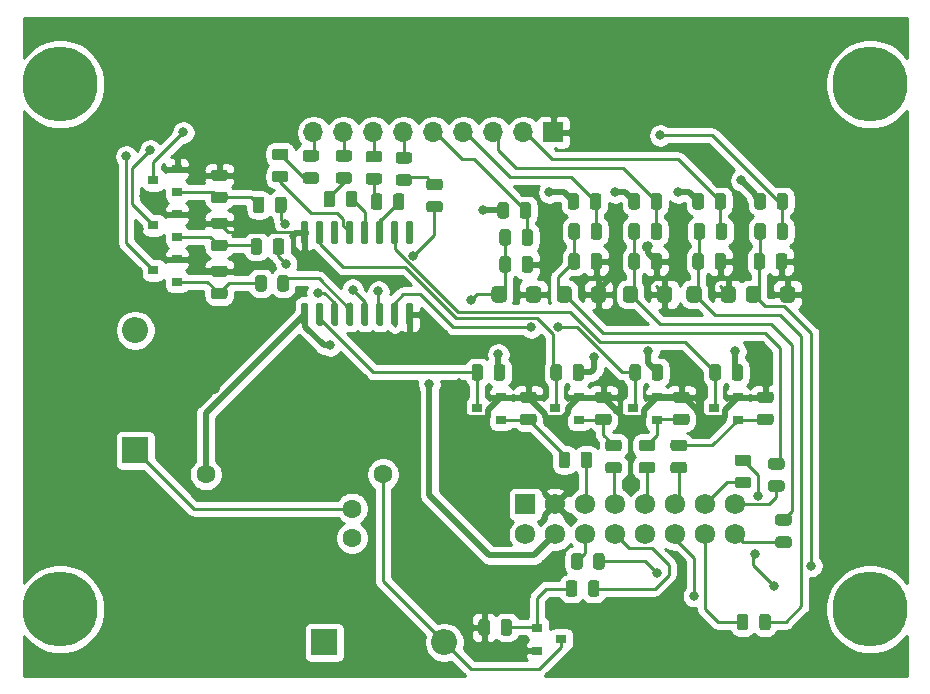
<source format=gbr>
G04 #@! TF.GenerationSoftware,KiCad,Pcbnew,(5.1.6-0-10_14)*
G04 #@! TF.CreationDate,2020-07-24T12:42:11-04:00*
G04 #@! TF.ProjectId,Pufferfish-Interface-2,50756666-6572-4666-9973-682d496e7465,rev?*
G04 #@! TF.SameCoordinates,Original*
G04 #@! TF.FileFunction,Copper,L1,Top*
G04 #@! TF.FilePolarity,Positive*
%FSLAX46Y46*%
G04 Gerber Fmt 4.6, Leading zero omitted, Abs format (unit mm)*
G04 Created by KiCad (PCBNEW (5.1.6-0-10_14)) date 2020-07-24 12:42:11*
%MOMM*%
%LPD*%
G01*
G04 APERTURE LIST*
G04 #@! TA.AperFunction,ComponentPad*
%ADD10C,6.350000*%
G04 #@! TD*
G04 #@! TA.AperFunction,ComponentPad*
%ADD11R,1.725000X1.725000*%
G04 #@! TD*
G04 #@! TA.AperFunction,ComponentPad*
%ADD12C,1.725000*%
G04 #@! TD*
G04 #@! TA.AperFunction,ComponentPad*
%ADD13O,1.700000X1.700000*%
G04 #@! TD*
G04 #@! TA.AperFunction,ComponentPad*
%ADD14R,1.700000X1.700000*%
G04 #@! TD*
G04 #@! TA.AperFunction,ComponentPad*
%ADD15C,1.600000*%
G04 #@! TD*
G04 #@! TA.AperFunction,ComponentPad*
%ADD16R,2.200000X2.200000*%
G04 #@! TD*
G04 #@! TA.AperFunction,ComponentPad*
%ADD17O,2.200000X2.200000*%
G04 #@! TD*
G04 #@! TA.AperFunction,SMDPad,CuDef*
%ADD18R,0.900000X0.800000*%
G04 #@! TD*
G04 #@! TA.AperFunction,ViaPad*
%ADD19C,0.800000*%
G04 #@! TD*
G04 #@! TA.AperFunction,Conductor*
%ADD20C,0.250000*%
G04 #@! TD*
G04 #@! TA.AperFunction,Conductor*
%ADD21C,0.508000*%
G04 #@! TD*
G04 #@! TA.AperFunction,Conductor*
%ADD22C,0.254000*%
G04 #@! TD*
G04 APERTURE END LIST*
D10*
X-3810000Y-6350000D03*
X-3810000Y-50800000D03*
X64770000Y-50800000D03*
X64770000Y-6350000D03*
D11*
X35560000Y-41910000D03*
D12*
X35560000Y-44450000D03*
X38100000Y-41910000D03*
X38100000Y-44450000D03*
X40640000Y-41910000D03*
X40640000Y-44450000D03*
X43180000Y-41910000D03*
X43180000Y-44450000D03*
X45720000Y-41910000D03*
X45720000Y-44450000D03*
X48260000Y-41910000D03*
X48260000Y-44450000D03*
X50800000Y-41910000D03*
X50800000Y-44450000D03*
X53340000Y-41910000D03*
X53340000Y-44450000D03*
D13*
X17619980Y-10421620D03*
X20159980Y-10421620D03*
X22699980Y-10421620D03*
X25239980Y-10421620D03*
X27779980Y-10421620D03*
X30319980Y-10421620D03*
X32859980Y-10421620D03*
X35399980Y-10421620D03*
D14*
X37939980Y-10421620D03*
G04 #@! TA.AperFunction,SMDPad,CuDef*
G36*
G01*
X15261910Y-12768160D02*
X14349410Y-12768160D01*
G75*
G02*
X14105660Y-12524410I0J243750D01*
G01*
X14105660Y-12036910D01*
G75*
G02*
X14349410Y-11793160I243750J0D01*
G01*
X15261910Y-11793160D01*
G75*
G02*
X15505660Y-12036910I0J-243750D01*
G01*
X15505660Y-12524410D01*
G75*
G02*
X15261910Y-12768160I-243750J0D01*
G01*
G37*
G04 #@! TD.AperFunction*
G04 #@! TA.AperFunction,SMDPad,CuDef*
G36*
G01*
X15261910Y-14643160D02*
X14349410Y-14643160D01*
G75*
G02*
X14105660Y-14399410I0J243750D01*
G01*
X14105660Y-13911910D01*
G75*
G02*
X14349410Y-13668160I243750J0D01*
G01*
X15261910Y-13668160D01*
G75*
G02*
X15505660Y-13911910I0J-243750D01*
G01*
X15505660Y-14399410D01*
G75*
G02*
X15261910Y-14643160I-243750J0D01*
G01*
G37*
G04 #@! TD.AperFunction*
G04 #@! TA.AperFunction,SMDPad,CuDef*
G36*
G01*
X19463600Y-15609250D02*
X19463600Y-16521750D01*
G75*
G02*
X19219850Y-16765500I-243750J0D01*
G01*
X18732350Y-16765500D01*
G75*
G02*
X18488600Y-16521750I0J243750D01*
G01*
X18488600Y-15609250D01*
G75*
G02*
X18732350Y-15365500I243750J0D01*
G01*
X19219850Y-15365500D01*
G75*
G02*
X19463600Y-15609250I0J-243750D01*
G01*
G37*
G04 #@! TD.AperFunction*
G04 #@! TA.AperFunction,SMDPad,CuDef*
G36*
G01*
X21338600Y-15609250D02*
X21338600Y-16521750D01*
G75*
G02*
X21094850Y-16765500I-243750J0D01*
G01*
X20607350Y-16765500D01*
G75*
G02*
X20363600Y-16521750I0J243750D01*
G01*
X20363600Y-15609250D01*
G75*
G02*
X20607350Y-15365500I243750J0D01*
G01*
X21094850Y-15365500D01*
G75*
G02*
X21338600Y-15609250I0J-243750D01*
G01*
G37*
G04 #@! TD.AperFunction*
G04 #@! TA.AperFunction,SMDPad,CuDef*
G36*
G01*
X23456480Y-15830230D02*
X23456480Y-16742730D01*
G75*
G02*
X23212730Y-16986480I-243750J0D01*
G01*
X22725230Y-16986480D01*
G75*
G02*
X22481480Y-16742730I0J243750D01*
G01*
X22481480Y-15830230D01*
G75*
G02*
X22725230Y-15586480I243750J0D01*
G01*
X23212730Y-15586480D01*
G75*
G02*
X23456480Y-15830230I0J-243750D01*
G01*
G37*
G04 #@! TD.AperFunction*
G04 #@! TA.AperFunction,SMDPad,CuDef*
G36*
G01*
X25331480Y-15830230D02*
X25331480Y-16742730D01*
G75*
G02*
X25087730Y-16986480I-243750J0D01*
G01*
X24600230Y-16986480D01*
G75*
G02*
X24356480Y-16742730I0J243750D01*
G01*
X24356480Y-15830230D01*
G75*
G02*
X24600230Y-15586480I243750J0D01*
G01*
X25087730Y-15586480D01*
G75*
G02*
X25331480Y-15830230I0J-243750D01*
G01*
G37*
G04 #@! TD.AperFunction*
G04 #@! TA.AperFunction,SMDPad,CuDef*
G36*
G01*
X28327670Y-15318320D02*
X27415170Y-15318320D01*
G75*
G02*
X27171420Y-15074570I0J243750D01*
G01*
X27171420Y-14587070D01*
G75*
G02*
X27415170Y-14343320I243750J0D01*
G01*
X28327670Y-14343320D01*
G75*
G02*
X28571420Y-14587070I0J-243750D01*
G01*
X28571420Y-15074570D01*
G75*
G02*
X28327670Y-15318320I-243750J0D01*
G01*
G37*
G04 #@! TD.AperFunction*
G04 #@! TA.AperFunction,SMDPad,CuDef*
G36*
G01*
X28327670Y-17193320D02*
X27415170Y-17193320D01*
G75*
G02*
X27171420Y-16949570I0J243750D01*
G01*
X27171420Y-16462070D01*
G75*
G02*
X27415170Y-16218320I243750J0D01*
G01*
X28327670Y-16218320D01*
G75*
G02*
X28571420Y-16462070I0J-243750D01*
G01*
X28571420Y-16949570D01*
G75*
G02*
X28327670Y-17193320I-243750J0D01*
G01*
G37*
G04 #@! TD.AperFunction*
G04 #@! TA.AperFunction,SMDPad,CuDef*
G36*
G01*
X13469200Y-16099470D02*
X13469200Y-17011970D01*
G75*
G02*
X13225450Y-17255720I-243750J0D01*
G01*
X12737950Y-17255720D01*
G75*
G02*
X12494200Y-17011970I0J243750D01*
G01*
X12494200Y-16099470D01*
G75*
G02*
X12737950Y-15855720I243750J0D01*
G01*
X13225450Y-15855720D01*
G75*
G02*
X13469200Y-16099470I0J-243750D01*
G01*
G37*
G04 #@! TD.AperFunction*
G04 #@! TA.AperFunction,SMDPad,CuDef*
G36*
G01*
X15344200Y-16099470D02*
X15344200Y-17011970D01*
G75*
G02*
X15100450Y-17255720I-243750J0D01*
G01*
X14612950Y-17255720D01*
G75*
G02*
X14369200Y-17011970I0J243750D01*
G01*
X14369200Y-16099470D01*
G75*
G02*
X14612950Y-15855720I243750J0D01*
G01*
X15100450Y-15855720D01*
G75*
G02*
X15344200Y-16099470I0J-243750D01*
G01*
G37*
G04 #@! TD.AperFunction*
G04 #@! TA.AperFunction,SMDPad,CuDef*
G36*
G01*
X13669860Y-22739030D02*
X13669860Y-23651530D01*
G75*
G02*
X13426110Y-23895280I-243750J0D01*
G01*
X12938610Y-23895280D01*
G75*
G02*
X12694860Y-23651530I0J243750D01*
G01*
X12694860Y-22739030D01*
G75*
G02*
X12938610Y-22495280I243750J0D01*
G01*
X13426110Y-22495280D01*
G75*
G02*
X13669860Y-22739030I0J-243750D01*
G01*
G37*
G04 #@! TD.AperFunction*
G04 #@! TA.AperFunction,SMDPad,CuDef*
G36*
G01*
X15544860Y-22739030D02*
X15544860Y-23651530D01*
G75*
G02*
X15301110Y-23895280I-243750J0D01*
G01*
X14813610Y-23895280D01*
G75*
G02*
X14569860Y-23651530I0J243750D01*
G01*
X14569860Y-22739030D01*
G75*
G02*
X14813610Y-22495280I243750J0D01*
G01*
X15301110Y-22495280D01*
G75*
G02*
X15544860Y-22739030I0J-243750D01*
G01*
G37*
G04 #@! TD.AperFunction*
G04 #@! TA.AperFunction,SMDPad,CuDef*
G36*
G01*
X13276160Y-19619910D02*
X13276160Y-20532410D01*
G75*
G02*
X13032410Y-20776160I-243750J0D01*
G01*
X12544910Y-20776160D01*
G75*
G02*
X12301160Y-20532410I0J243750D01*
G01*
X12301160Y-19619910D01*
G75*
G02*
X12544910Y-19376160I243750J0D01*
G01*
X13032410Y-19376160D01*
G75*
G02*
X13276160Y-19619910I0J-243750D01*
G01*
G37*
G04 #@! TD.AperFunction*
G04 #@! TA.AperFunction,SMDPad,CuDef*
G36*
G01*
X15151160Y-19619910D02*
X15151160Y-20532410D01*
G75*
G02*
X14907410Y-20776160I-243750J0D01*
G01*
X14419910Y-20776160D01*
G75*
G02*
X14176160Y-20532410I0J243750D01*
G01*
X14176160Y-19619910D01*
G75*
G02*
X14419910Y-19376160I243750J0D01*
G01*
X14907410Y-19376160D01*
G75*
G02*
X15151160Y-19619910I0J-243750D01*
G01*
G37*
G04 #@! TD.AperFunction*
G04 #@! TA.AperFunction,SMDPad,CuDef*
G36*
G01*
X57878030Y-43718060D02*
X56965530Y-43718060D01*
G75*
G02*
X56721780Y-43474310I0J243750D01*
G01*
X56721780Y-42986810D01*
G75*
G02*
X56965530Y-42743060I243750J0D01*
G01*
X57878030Y-42743060D01*
G75*
G02*
X58121780Y-42986810I0J-243750D01*
G01*
X58121780Y-43474310D01*
G75*
G02*
X57878030Y-43718060I-243750J0D01*
G01*
G37*
G04 #@! TD.AperFunction*
G04 #@! TA.AperFunction,SMDPad,CuDef*
G36*
G01*
X57878030Y-45593060D02*
X56965530Y-45593060D01*
G75*
G02*
X56721780Y-45349310I0J243750D01*
G01*
X56721780Y-44861810D01*
G75*
G02*
X56965530Y-44618060I243750J0D01*
G01*
X57878030Y-44618060D01*
G75*
G02*
X58121780Y-44861810I0J-243750D01*
G01*
X58121780Y-45349310D01*
G75*
G02*
X57878030Y-45593060I-243750J0D01*
G01*
G37*
G04 #@! TD.AperFunction*
G04 #@! TA.AperFunction,SMDPad,CuDef*
G36*
G01*
X55354640Y-52330670D02*
X55354640Y-51418170D01*
G75*
G02*
X55598390Y-51174420I243750J0D01*
G01*
X56085890Y-51174420D01*
G75*
G02*
X56329640Y-51418170I0J-243750D01*
G01*
X56329640Y-52330670D01*
G75*
G02*
X56085890Y-52574420I-243750J0D01*
G01*
X55598390Y-52574420D01*
G75*
G02*
X55354640Y-52330670I0J243750D01*
G01*
G37*
G04 #@! TD.AperFunction*
G04 #@! TA.AperFunction,SMDPad,CuDef*
G36*
G01*
X53479640Y-52330670D02*
X53479640Y-51418170D01*
G75*
G02*
X53723390Y-51174420I243750J0D01*
G01*
X54210890Y-51174420D01*
G75*
G02*
X54454640Y-51418170I0J-243750D01*
G01*
X54454640Y-52330670D01*
G75*
G02*
X54210890Y-52574420I-243750J0D01*
G01*
X53723390Y-52574420D01*
G75*
G02*
X53479640Y-52330670I0J243750D01*
G01*
G37*
G04 #@! TD.AperFunction*
G04 #@! TA.AperFunction,SMDPad,CuDef*
G36*
G01*
X39963940Y-48580990D02*
X39963940Y-49493490D01*
G75*
G02*
X39720190Y-49737240I-243750J0D01*
G01*
X39232690Y-49737240D01*
G75*
G02*
X38988940Y-49493490I0J243750D01*
G01*
X38988940Y-48580990D01*
G75*
G02*
X39232690Y-48337240I243750J0D01*
G01*
X39720190Y-48337240D01*
G75*
G02*
X39963940Y-48580990I0J-243750D01*
G01*
G37*
G04 #@! TD.AperFunction*
G04 #@! TA.AperFunction,SMDPad,CuDef*
G36*
G01*
X41838940Y-48580990D02*
X41838940Y-49493490D01*
G75*
G02*
X41595190Y-49737240I-243750J0D01*
G01*
X41107690Y-49737240D01*
G75*
G02*
X40863940Y-49493490I0J243750D01*
G01*
X40863940Y-48580990D01*
G75*
G02*
X41107690Y-48337240I243750J0D01*
G01*
X41595190Y-48337240D01*
G75*
G02*
X41838940Y-48580990I0J-243750D01*
G01*
G37*
G04 #@! TD.AperFunction*
G04 #@! TA.AperFunction,SMDPad,CuDef*
G36*
G01*
X41305900Y-47184630D02*
X41305900Y-46272130D01*
G75*
G02*
X41549650Y-46028380I243750J0D01*
G01*
X42037150Y-46028380D01*
G75*
G02*
X42280900Y-46272130I0J-243750D01*
G01*
X42280900Y-47184630D01*
G75*
G02*
X42037150Y-47428380I-243750J0D01*
G01*
X41549650Y-47428380D01*
G75*
G02*
X41305900Y-47184630I0J243750D01*
G01*
G37*
G04 #@! TD.AperFunction*
G04 #@! TA.AperFunction,SMDPad,CuDef*
G36*
G01*
X39430900Y-47184630D02*
X39430900Y-46272130D01*
G75*
G02*
X39674650Y-46028380I243750J0D01*
G01*
X40162150Y-46028380D01*
G75*
G02*
X40405900Y-46272130I0J-243750D01*
G01*
X40405900Y-47184630D01*
G75*
G02*
X40162150Y-47428380I-243750J0D01*
G01*
X39674650Y-47428380D01*
G75*
G02*
X39430900Y-47184630I0J243750D01*
G01*
G37*
G04 #@! TD.AperFunction*
G04 #@! TA.AperFunction,SMDPad,CuDef*
G36*
G01*
X56358470Y-39865480D02*
X57270970Y-39865480D01*
G75*
G02*
X57514720Y-40109230I0J-243750D01*
G01*
X57514720Y-40596730D01*
G75*
G02*
X57270970Y-40840480I-243750J0D01*
G01*
X56358470Y-40840480D01*
G75*
G02*
X56114720Y-40596730I0J243750D01*
G01*
X56114720Y-40109230D01*
G75*
G02*
X56358470Y-39865480I243750J0D01*
G01*
G37*
G04 #@! TD.AperFunction*
G04 #@! TA.AperFunction,SMDPad,CuDef*
G36*
G01*
X56358470Y-37990480D02*
X57270970Y-37990480D01*
G75*
G02*
X57514720Y-38234230I0J-243750D01*
G01*
X57514720Y-38721730D01*
G75*
G02*
X57270970Y-38965480I-243750J0D01*
G01*
X56358470Y-38965480D01*
G75*
G02*
X56114720Y-38721730I0J243750D01*
G01*
X56114720Y-38234230D01*
G75*
G02*
X56358470Y-37990480I243750J0D01*
G01*
G37*
G04 #@! TD.AperFunction*
G04 #@! TA.AperFunction,SMDPad,CuDef*
G36*
G01*
X53518750Y-39571080D02*
X54431250Y-39571080D01*
G75*
G02*
X54675000Y-39814830I0J-243750D01*
G01*
X54675000Y-40302330D01*
G75*
G02*
X54431250Y-40546080I-243750J0D01*
G01*
X53518750Y-40546080D01*
G75*
G02*
X53275000Y-40302330I0J243750D01*
G01*
X53275000Y-39814830D01*
G75*
G02*
X53518750Y-39571080I243750J0D01*
G01*
G37*
G04 #@! TD.AperFunction*
G04 #@! TA.AperFunction,SMDPad,CuDef*
G36*
G01*
X53518750Y-37696080D02*
X54431250Y-37696080D01*
G75*
G02*
X54675000Y-37939830I0J-243750D01*
G01*
X54675000Y-38427330D01*
G75*
G02*
X54431250Y-38671080I-243750J0D01*
G01*
X53518750Y-38671080D01*
G75*
G02*
X53275000Y-38427330I0J243750D01*
G01*
X53275000Y-37939830D01*
G75*
G02*
X53518750Y-37696080I243750J0D01*
G01*
G37*
G04 #@! TD.AperFunction*
G04 #@! TA.AperFunction,SMDPad,CuDef*
G36*
G01*
X48095850Y-38313780D02*
X49008350Y-38313780D01*
G75*
G02*
X49252100Y-38557530I0J-243750D01*
G01*
X49252100Y-39045030D01*
G75*
G02*
X49008350Y-39288780I-243750J0D01*
G01*
X48095850Y-39288780D01*
G75*
G02*
X47852100Y-39045030I0J243750D01*
G01*
X47852100Y-38557530D01*
G75*
G02*
X48095850Y-38313780I243750J0D01*
G01*
G37*
G04 #@! TD.AperFunction*
G04 #@! TA.AperFunction,SMDPad,CuDef*
G36*
G01*
X48095850Y-36438780D02*
X49008350Y-36438780D01*
G75*
G02*
X49252100Y-36682530I0J-243750D01*
G01*
X49252100Y-37170030D01*
G75*
G02*
X49008350Y-37413780I-243750J0D01*
G01*
X48095850Y-37413780D01*
G75*
G02*
X47852100Y-37170030I0J243750D01*
G01*
X47852100Y-36682530D01*
G75*
G02*
X48095850Y-36438780I243750J0D01*
G01*
G37*
G04 #@! TD.AperFunction*
G04 #@! TA.AperFunction,SMDPad,CuDef*
G36*
G01*
X45400910Y-38313780D02*
X46313410Y-38313780D01*
G75*
G02*
X46557160Y-38557530I0J-243750D01*
G01*
X46557160Y-39045030D01*
G75*
G02*
X46313410Y-39288780I-243750J0D01*
G01*
X45400910Y-39288780D01*
G75*
G02*
X45157160Y-39045030I0J243750D01*
G01*
X45157160Y-38557530D01*
G75*
G02*
X45400910Y-38313780I243750J0D01*
G01*
G37*
G04 #@! TD.AperFunction*
G04 #@! TA.AperFunction,SMDPad,CuDef*
G36*
G01*
X45400910Y-36438780D02*
X46313410Y-36438780D01*
G75*
G02*
X46557160Y-36682530I0J-243750D01*
G01*
X46557160Y-37170030D01*
G75*
G02*
X46313410Y-37413780I-243750J0D01*
G01*
X45400910Y-37413780D01*
G75*
G02*
X45157160Y-37170030I0J243750D01*
G01*
X45157160Y-36682530D01*
G75*
G02*
X45400910Y-36438780I243750J0D01*
G01*
G37*
G04 #@! TD.AperFunction*
G04 #@! TA.AperFunction,SMDPad,CuDef*
G36*
G01*
X42576430Y-38313780D02*
X43488930Y-38313780D01*
G75*
G02*
X43732680Y-38557530I0J-243750D01*
G01*
X43732680Y-39045030D01*
G75*
G02*
X43488930Y-39288780I-243750J0D01*
G01*
X42576430Y-39288780D01*
G75*
G02*
X42332680Y-39045030I0J243750D01*
G01*
X42332680Y-38557530D01*
G75*
G02*
X42576430Y-38313780I243750J0D01*
G01*
G37*
G04 #@! TD.AperFunction*
G04 #@! TA.AperFunction,SMDPad,CuDef*
G36*
G01*
X42576430Y-36438780D02*
X43488930Y-36438780D01*
G75*
G02*
X43732680Y-36682530I0J-243750D01*
G01*
X43732680Y-37170030D01*
G75*
G02*
X43488930Y-37413780I-243750J0D01*
G01*
X42576430Y-37413780D01*
G75*
G02*
X42332680Y-37170030I0J243750D01*
G01*
X42332680Y-36682530D01*
G75*
G02*
X42576430Y-36438780I243750J0D01*
G01*
G37*
G04 #@! TD.AperFunction*
G04 #@! TA.AperFunction,SMDPad,CuDef*
G36*
G01*
X40249260Y-38596890D02*
X40249260Y-37684390D01*
G75*
G02*
X40493010Y-37440640I243750J0D01*
G01*
X40980510Y-37440640D01*
G75*
G02*
X41224260Y-37684390I0J-243750D01*
G01*
X41224260Y-38596890D01*
G75*
G02*
X40980510Y-38840640I-243750J0D01*
G01*
X40493010Y-38840640D01*
G75*
G02*
X40249260Y-38596890I0J243750D01*
G01*
G37*
G04 #@! TD.AperFunction*
G04 #@! TA.AperFunction,SMDPad,CuDef*
G36*
G01*
X38374260Y-38596890D02*
X38374260Y-37684390D01*
G75*
G02*
X38618010Y-37440640I243750J0D01*
G01*
X39105510Y-37440640D01*
G75*
G02*
X39349260Y-37684390I0J-243750D01*
G01*
X39349260Y-38596890D01*
G75*
G02*
X39105510Y-38840640I-243750J0D01*
G01*
X38618010Y-38840640D01*
G75*
G02*
X38374260Y-38596890I0J243750D01*
G01*
G37*
G04 #@! TD.AperFunction*
D15*
X23502000Y-39370000D03*
X8502000Y-39370000D03*
X20902000Y-42270000D03*
X20902000Y-44770000D03*
G04 #@! TA.AperFunction,SMDPad,CuDef*
G36*
G01*
X51582500Y-21792250D02*
X51582500Y-20879750D01*
G75*
G02*
X51826250Y-20636000I243750J0D01*
G01*
X52313750Y-20636000D01*
G75*
G02*
X52557500Y-20879750I0J-243750D01*
G01*
X52557500Y-21792250D01*
G75*
G02*
X52313750Y-22036000I-243750J0D01*
G01*
X51826250Y-22036000D01*
G75*
G02*
X51582500Y-21792250I0J243750D01*
G01*
G37*
G04 #@! TD.AperFunction*
G04 #@! TA.AperFunction,SMDPad,CuDef*
G36*
G01*
X49707500Y-21792250D02*
X49707500Y-20879750D01*
G75*
G02*
X49951250Y-20636000I243750J0D01*
G01*
X50438750Y-20636000D01*
G75*
G02*
X50682500Y-20879750I0J-243750D01*
G01*
X50682500Y-21792250D01*
G75*
G02*
X50438750Y-22036000I-243750J0D01*
G01*
X49951250Y-22036000D01*
G75*
G02*
X49707500Y-21792250I0J243750D01*
G01*
G37*
G04 #@! TD.AperFunction*
G04 #@! TA.AperFunction,SMDPad,CuDef*
G36*
G01*
X46170000Y-21792250D02*
X46170000Y-20879750D01*
G75*
G02*
X46413750Y-20636000I243750J0D01*
G01*
X46901250Y-20636000D01*
G75*
G02*
X47145000Y-20879750I0J-243750D01*
G01*
X47145000Y-21792250D01*
G75*
G02*
X46901250Y-22036000I-243750J0D01*
G01*
X46413750Y-22036000D01*
G75*
G02*
X46170000Y-21792250I0J243750D01*
G01*
G37*
G04 #@! TD.AperFunction*
G04 #@! TA.AperFunction,SMDPad,CuDef*
G36*
G01*
X44295000Y-21792250D02*
X44295000Y-20879750D01*
G75*
G02*
X44538750Y-20636000I243750J0D01*
G01*
X45026250Y-20636000D01*
G75*
G02*
X45270000Y-20879750I0J-243750D01*
G01*
X45270000Y-21792250D01*
G75*
G02*
X45026250Y-22036000I-243750J0D01*
G01*
X44538750Y-22036000D01*
G75*
G02*
X44295000Y-21792250I0J243750D01*
G01*
G37*
G04 #@! TD.AperFunction*
G04 #@! TA.AperFunction,SMDPad,CuDef*
G36*
G01*
X39215000Y-21792250D02*
X39215000Y-20879750D01*
G75*
G02*
X39458750Y-20636000I243750J0D01*
G01*
X39946250Y-20636000D01*
G75*
G02*
X40190000Y-20879750I0J-243750D01*
G01*
X40190000Y-21792250D01*
G75*
G02*
X39946250Y-22036000I-243750J0D01*
G01*
X39458750Y-22036000D01*
G75*
G02*
X39215000Y-21792250I0J243750D01*
G01*
G37*
G04 #@! TD.AperFunction*
G04 #@! TA.AperFunction,SMDPad,CuDef*
G36*
G01*
X41090000Y-21792250D02*
X41090000Y-20879750D01*
G75*
G02*
X41333750Y-20636000I243750J0D01*
G01*
X41821250Y-20636000D01*
G75*
G02*
X42065000Y-20879750I0J-243750D01*
G01*
X42065000Y-21792250D01*
G75*
G02*
X41821250Y-22036000I-243750J0D01*
G01*
X41333750Y-22036000D01*
G75*
G02*
X41090000Y-21792250I0J243750D01*
G01*
G37*
G04 #@! TD.AperFunction*
G04 #@! TA.AperFunction,SMDPad,CuDef*
G36*
G01*
X33373000Y-22046250D02*
X33373000Y-21133750D01*
G75*
G02*
X33616750Y-20890000I243750J0D01*
G01*
X34104250Y-20890000D01*
G75*
G02*
X34348000Y-21133750I0J-243750D01*
G01*
X34348000Y-22046250D01*
G75*
G02*
X34104250Y-22290000I-243750J0D01*
G01*
X33616750Y-22290000D01*
G75*
G02*
X33373000Y-22046250I0J243750D01*
G01*
G37*
G04 #@! TD.AperFunction*
G04 #@! TA.AperFunction,SMDPad,CuDef*
G36*
G01*
X35248000Y-22046250D02*
X35248000Y-21133750D01*
G75*
G02*
X35491750Y-20890000I243750J0D01*
G01*
X35979250Y-20890000D01*
G75*
G02*
X36223000Y-21133750I0J-243750D01*
G01*
X36223000Y-22046250D01*
G75*
G02*
X35979250Y-22290000I-243750J0D01*
G01*
X35491750Y-22290000D01*
G75*
G02*
X35248000Y-22046250I0J243750D01*
G01*
G37*
G04 #@! TD.AperFunction*
G04 #@! TA.AperFunction,SMDPad,CuDef*
G36*
G01*
X54884500Y-21792250D02*
X54884500Y-20879750D01*
G75*
G02*
X55128250Y-20636000I243750J0D01*
G01*
X55615750Y-20636000D01*
G75*
G02*
X55859500Y-20879750I0J-243750D01*
G01*
X55859500Y-21792250D01*
G75*
G02*
X55615750Y-22036000I-243750J0D01*
G01*
X55128250Y-22036000D01*
G75*
G02*
X54884500Y-21792250I0J243750D01*
G01*
G37*
G04 #@! TD.AperFunction*
G04 #@! TA.AperFunction,SMDPad,CuDef*
G36*
G01*
X56759500Y-21792250D02*
X56759500Y-20879750D01*
G75*
G02*
X57003250Y-20636000I243750J0D01*
G01*
X57490750Y-20636000D01*
G75*
G02*
X57734500Y-20879750I0J-243750D01*
G01*
X57734500Y-21792250D01*
G75*
G02*
X57490750Y-22036000I-243750J0D01*
G01*
X57003250Y-22036000D01*
G75*
G02*
X56759500Y-21792250I0J243750D01*
G01*
G37*
G04 #@! TD.AperFunction*
D16*
X18542000Y-53594000D03*
D17*
X28702000Y-53594000D03*
X2540000Y-27178000D03*
D16*
X2540000Y-37338000D03*
G04 #@! TA.AperFunction,SMDPad,CuDef*
G36*
G01*
X49208000Y-24505000D02*
X49208000Y-23755000D01*
G75*
G02*
X49533000Y-23430000I325000J0D01*
G01*
X50183000Y-23430000D01*
G75*
G02*
X50508000Y-23755000I0J-325000D01*
G01*
X50508000Y-24505000D01*
G75*
G02*
X50183000Y-24830000I-325000J0D01*
G01*
X49533000Y-24830000D01*
G75*
G02*
X49208000Y-24505000I0J325000D01*
G01*
G37*
G04 #@! TD.AperFunction*
G04 #@! TA.AperFunction,SMDPad,CuDef*
G36*
G01*
X52108000Y-24505000D02*
X52108000Y-23755000D01*
G75*
G02*
X52433000Y-23430000I325000J0D01*
G01*
X53083000Y-23430000D01*
G75*
G02*
X53408000Y-23755000I0J-325000D01*
G01*
X53408000Y-24505000D01*
G75*
G02*
X53083000Y-24830000I-325000J0D01*
G01*
X52433000Y-24830000D01*
G75*
G02*
X52108000Y-24505000I0J325000D01*
G01*
G37*
G04 #@! TD.AperFunction*
G04 #@! TA.AperFunction,SMDPad,CuDef*
G36*
G01*
X43800000Y-24505000D02*
X43800000Y-23755000D01*
G75*
G02*
X44125000Y-23430000I325000J0D01*
G01*
X44775000Y-23430000D01*
G75*
G02*
X45100000Y-23755000I0J-325000D01*
G01*
X45100000Y-24505000D01*
G75*
G02*
X44775000Y-24830000I-325000J0D01*
G01*
X44125000Y-24830000D01*
G75*
G02*
X43800000Y-24505000I0J325000D01*
G01*
G37*
G04 #@! TD.AperFunction*
G04 #@! TA.AperFunction,SMDPad,CuDef*
G36*
G01*
X46700000Y-24505000D02*
X46700000Y-23755000D01*
G75*
G02*
X47025000Y-23430000I325000J0D01*
G01*
X47675000Y-23430000D01*
G75*
G02*
X48000000Y-23755000I0J-325000D01*
G01*
X48000000Y-24505000D01*
G75*
G02*
X47675000Y-24830000I-325000J0D01*
G01*
X47025000Y-24830000D01*
G75*
G02*
X46700000Y-24505000I0J325000D01*
G01*
G37*
G04 #@! TD.AperFunction*
G04 #@! TA.AperFunction,SMDPad,CuDef*
G36*
G01*
X41112000Y-24505000D02*
X41112000Y-23755000D01*
G75*
G02*
X41437000Y-23430000I325000J0D01*
G01*
X42087000Y-23430000D01*
G75*
G02*
X42412000Y-23755000I0J-325000D01*
G01*
X42412000Y-24505000D01*
G75*
G02*
X42087000Y-24830000I-325000J0D01*
G01*
X41437000Y-24830000D01*
G75*
G02*
X41112000Y-24505000I0J325000D01*
G01*
G37*
G04 #@! TD.AperFunction*
G04 #@! TA.AperFunction,SMDPad,CuDef*
G36*
G01*
X38212000Y-24505000D02*
X38212000Y-23755000D01*
G75*
G02*
X38537000Y-23430000I325000J0D01*
G01*
X39187000Y-23430000D01*
G75*
G02*
X39512000Y-23755000I0J-325000D01*
G01*
X39512000Y-24505000D01*
G75*
G02*
X39187000Y-24830000I-325000J0D01*
G01*
X38537000Y-24830000D01*
G75*
G02*
X38212000Y-24505000I0J325000D01*
G01*
G37*
G04 #@! TD.AperFunction*
G04 #@! TA.AperFunction,SMDPad,CuDef*
G36*
G01*
X35598000Y-24505000D02*
X35598000Y-23755000D01*
G75*
G02*
X35923000Y-23430000I325000J0D01*
G01*
X36573000Y-23430000D01*
G75*
G02*
X36898000Y-23755000I0J-325000D01*
G01*
X36898000Y-24505000D01*
G75*
G02*
X36573000Y-24830000I-325000J0D01*
G01*
X35923000Y-24830000D01*
G75*
G02*
X35598000Y-24505000I0J325000D01*
G01*
G37*
G04 #@! TD.AperFunction*
G04 #@! TA.AperFunction,SMDPad,CuDef*
G36*
G01*
X32698000Y-24505000D02*
X32698000Y-23755000D01*
G75*
G02*
X33023000Y-23430000I325000J0D01*
G01*
X33673000Y-23430000D01*
G75*
G02*
X33998000Y-23755000I0J-325000D01*
G01*
X33998000Y-24505000D01*
G75*
G02*
X33673000Y-24830000I-325000J0D01*
G01*
X33023000Y-24830000D01*
G75*
G02*
X32698000Y-24505000I0J325000D01*
G01*
G37*
G04 #@! TD.AperFunction*
G04 #@! TA.AperFunction,SMDPad,CuDef*
G36*
G01*
X57114000Y-24505000D02*
X57114000Y-23755000D01*
G75*
G02*
X57439000Y-23430000I325000J0D01*
G01*
X58089000Y-23430000D01*
G75*
G02*
X58414000Y-23755000I0J-325000D01*
G01*
X58414000Y-24505000D01*
G75*
G02*
X58089000Y-24830000I-325000J0D01*
G01*
X57439000Y-24830000D01*
G75*
G02*
X57114000Y-24505000I0J325000D01*
G01*
G37*
G04 #@! TD.AperFunction*
G04 #@! TA.AperFunction,SMDPad,CuDef*
G36*
G01*
X54214000Y-24505000D02*
X54214000Y-23755000D01*
G75*
G02*
X54539000Y-23430000I325000J0D01*
G01*
X55189000Y-23430000D01*
G75*
G02*
X55514000Y-23755000I0J-325000D01*
G01*
X55514000Y-24505000D01*
G75*
G02*
X55189000Y-24830000I-325000J0D01*
G01*
X54539000Y-24830000D01*
G75*
G02*
X54214000Y-24505000I0J325000D01*
G01*
G37*
G04 #@! TD.AperFunction*
D18*
X33512000Y-34732000D03*
X33512000Y-32832000D03*
X31512000Y-33782000D03*
X38116000Y-33782000D03*
X40116000Y-32832000D03*
X40116000Y-34732000D03*
X46720000Y-34732000D03*
X46720000Y-32832000D03*
X44720000Y-33782000D03*
X51578000Y-33782000D03*
X53578000Y-32832000D03*
X53578000Y-34732000D03*
X36592000Y-52390000D03*
X36592000Y-54290000D03*
X38592000Y-53340000D03*
X6080000Y-23048000D03*
X6080000Y-21148000D03*
X4080000Y-22098000D03*
X4080000Y-18288000D03*
X6080000Y-17338000D03*
X6080000Y-19238000D03*
X4080000Y-14478000D03*
X6080000Y-13528000D03*
X6080000Y-15428000D03*
G04 #@! TA.AperFunction,SMDPad,CuDef*
G36*
G01*
X36270250Y-33332000D02*
X35357750Y-33332000D01*
G75*
G02*
X35114000Y-33088250I0J243750D01*
G01*
X35114000Y-32600750D01*
G75*
G02*
X35357750Y-32357000I243750J0D01*
G01*
X36270250Y-32357000D01*
G75*
G02*
X36514000Y-32600750I0J-243750D01*
G01*
X36514000Y-33088250D01*
G75*
G02*
X36270250Y-33332000I-243750J0D01*
G01*
G37*
G04 #@! TD.AperFunction*
G04 #@! TA.AperFunction,SMDPad,CuDef*
G36*
G01*
X36270250Y-35207000D02*
X35357750Y-35207000D01*
G75*
G02*
X35114000Y-34963250I0J243750D01*
G01*
X35114000Y-34475750D01*
G75*
G02*
X35357750Y-34232000I243750J0D01*
G01*
X36270250Y-34232000D01*
G75*
G02*
X36514000Y-34475750I0J-243750D01*
G01*
X36514000Y-34963250D01*
G75*
G02*
X36270250Y-35207000I-243750J0D01*
G01*
G37*
G04 #@! TD.AperFunction*
G04 #@! TA.AperFunction,SMDPad,CuDef*
G36*
G01*
X42620250Y-35207000D02*
X41707750Y-35207000D01*
G75*
G02*
X41464000Y-34963250I0J243750D01*
G01*
X41464000Y-34475750D01*
G75*
G02*
X41707750Y-34232000I243750J0D01*
G01*
X42620250Y-34232000D01*
G75*
G02*
X42864000Y-34475750I0J-243750D01*
G01*
X42864000Y-34963250D01*
G75*
G02*
X42620250Y-35207000I-243750J0D01*
G01*
G37*
G04 #@! TD.AperFunction*
G04 #@! TA.AperFunction,SMDPad,CuDef*
G36*
G01*
X42620250Y-33332000D02*
X41707750Y-33332000D01*
G75*
G02*
X41464000Y-33088250I0J243750D01*
G01*
X41464000Y-32600750D01*
G75*
G02*
X41707750Y-32357000I243750J0D01*
G01*
X42620250Y-32357000D01*
G75*
G02*
X42864000Y-32600750I0J-243750D01*
G01*
X42864000Y-33088250D01*
G75*
G02*
X42620250Y-33332000I-243750J0D01*
G01*
G37*
G04 #@! TD.AperFunction*
G04 #@! TA.AperFunction,SMDPad,CuDef*
G36*
G01*
X49224250Y-33332000D02*
X48311750Y-33332000D01*
G75*
G02*
X48068000Y-33088250I0J243750D01*
G01*
X48068000Y-32600750D01*
G75*
G02*
X48311750Y-32357000I243750J0D01*
G01*
X49224250Y-32357000D01*
G75*
G02*
X49468000Y-32600750I0J-243750D01*
G01*
X49468000Y-33088250D01*
G75*
G02*
X49224250Y-33332000I-243750J0D01*
G01*
G37*
G04 #@! TD.AperFunction*
G04 #@! TA.AperFunction,SMDPad,CuDef*
G36*
G01*
X49224250Y-35207000D02*
X48311750Y-35207000D01*
G75*
G02*
X48068000Y-34963250I0J243750D01*
G01*
X48068000Y-34475750D01*
G75*
G02*
X48311750Y-34232000I243750J0D01*
G01*
X49224250Y-34232000D01*
G75*
G02*
X49468000Y-34475750I0J-243750D01*
G01*
X49468000Y-34963250D01*
G75*
G02*
X49224250Y-35207000I-243750J0D01*
G01*
G37*
G04 #@! TD.AperFunction*
G04 #@! TA.AperFunction,SMDPad,CuDef*
G36*
G01*
X56336250Y-35207000D02*
X55423750Y-35207000D01*
G75*
G02*
X55180000Y-34963250I0J243750D01*
G01*
X55180000Y-34475750D01*
G75*
G02*
X55423750Y-34232000I243750J0D01*
G01*
X56336250Y-34232000D01*
G75*
G02*
X56580000Y-34475750I0J-243750D01*
G01*
X56580000Y-34963250D01*
G75*
G02*
X56336250Y-35207000I-243750J0D01*
G01*
G37*
G04 #@! TD.AperFunction*
G04 #@! TA.AperFunction,SMDPad,CuDef*
G36*
G01*
X56336250Y-33332000D02*
X55423750Y-33332000D01*
G75*
G02*
X55180000Y-33088250I0J243750D01*
G01*
X55180000Y-32600750D01*
G75*
G02*
X55423750Y-32357000I243750J0D01*
G01*
X56336250Y-32357000D01*
G75*
G02*
X56580000Y-32600750I0J-243750D01*
G01*
X56580000Y-33088250D01*
G75*
G02*
X56336250Y-33332000I-243750J0D01*
G01*
G37*
G04 #@! TD.AperFunction*
G04 #@! TA.AperFunction,SMDPad,CuDef*
G36*
G01*
X33858500Y-30277750D02*
X33858500Y-31190250D01*
G75*
G02*
X33614750Y-31434000I-243750J0D01*
G01*
X33127250Y-31434000D01*
G75*
G02*
X32883500Y-31190250I0J243750D01*
G01*
X32883500Y-30277750D01*
G75*
G02*
X33127250Y-30034000I243750J0D01*
G01*
X33614750Y-30034000D01*
G75*
G02*
X33858500Y-30277750I0J-243750D01*
G01*
G37*
G04 #@! TD.AperFunction*
G04 #@! TA.AperFunction,SMDPad,CuDef*
G36*
G01*
X31983500Y-30277750D02*
X31983500Y-31190250D01*
G75*
G02*
X31739750Y-31434000I-243750J0D01*
G01*
X31252250Y-31434000D01*
G75*
G02*
X31008500Y-31190250I0J243750D01*
G01*
X31008500Y-30277750D01*
G75*
G02*
X31252250Y-30034000I243750J0D01*
G01*
X31739750Y-30034000D01*
G75*
G02*
X31983500Y-30277750I0J-243750D01*
G01*
G37*
G04 #@! TD.AperFunction*
G04 #@! TA.AperFunction,SMDPad,CuDef*
G36*
G01*
X38666000Y-30277750D02*
X38666000Y-31190250D01*
G75*
G02*
X38422250Y-31434000I-243750J0D01*
G01*
X37934750Y-31434000D01*
G75*
G02*
X37691000Y-31190250I0J243750D01*
G01*
X37691000Y-30277750D01*
G75*
G02*
X37934750Y-30034000I243750J0D01*
G01*
X38422250Y-30034000D01*
G75*
G02*
X38666000Y-30277750I0J-243750D01*
G01*
G37*
G04 #@! TD.AperFunction*
G04 #@! TA.AperFunction,SMDPad,CuDef*
G36*
G01*
X40541000Y-30277750D02*
X40541000Y-31190250D01*
G75*
G02*
X40297250Y-31434000I-243750J0D01*
G01*
X39809750Y-31434000D01*
G75*
G02*
X39566000Y-31190250I0J243750D01*
G01*
X39566000Y-30277750D01*
G75*
G02*
X39809750Y-30034000I243750J0D01*
G01*
X40297250Y-30034000D01*
G75*
G02*
X40541000Y-30277750I0J-243750D01*
G01*
G37*
G04 #@! TD.AperFunction*
G04 #@! TA.AperFunction,SMDPad,CuDef*
G36*
G01*
X47223500Y-30277750D02*
X47223500Y-31190250D01*
G75*
G02*
X46979750Y-31434000I-243750J0D01*
G01*
X46492250Y-31434000D01*
G75*
G02*
X46248500Y-31190250I0J243750D01*
G01*
X46248500Y-30277750D01*
G75*
G02*
X46492250Y-30034000I243750J0D01*
G01*
X46979750Y-30034000D01*
G75*
G02*
X47223500Y-30277750I0J-243750D01*
G01*
G37*
G04 #@! TD.AperFunction*
G04 #@! TA.AperFunction,SMDPad,CuDef*
G36*
G01*
X45348500Y-30277750D02*
X45348500Y-31190250D01*
G75*
G02*
X45104750Y-31434000I-243750J0D01*
G01*
X44617250Y-31434000D01*
G75*
G02*
X44373500Y-31190250I0J243750D01*
G01*
X44373500Y-30277750D01*
G75*
G02*
X44617250Y-30034000I243750J0D01*
G01*
X45104750Y-30034000D01*
G75*
G02*
X45348500Y-30277750I0J-243750D01*
G01*
G37*
G04 #@! TD.AperFunction*
G04 #@! TA.AperFunction,SMDPad,CuDef*
G36*
G01*
X52128000Y-30277750D02*
X52128000Y-31190250D01*
G75*
G02*
X51884250Y-31434000I-243750J0D01*
G01*
X51396750Y-31434000D01*
G75*
G02*
X51153000Y-31190250I0J243750D01*
G01*
X51153000Y-30277750D01*
G75*
G02*
X51396750Y-30034000I243750J0D01*
G01*
X51884250Y-30034000D01*
G75*
G02*
X52128000Y-30277750I0J-243750D01*
G01*
G37*
G04 #@! TD.AperFunction*
G04 #@! TA.AperFunction,SMDPad,CuDef*
G36*
G01*
X54003000Y-30277750D02*
X54003000Y-31190250D01*
G75*
G02*
X53759250Y-31434000I-243750J0D01*
G01*
X53271750Y-31434000D01*
G75*
G02*
X53028000Y-31190250I0J243750D01*
G01*
X53028000Y-30277750D01*
G75*
G02*
X53271750Y-30034000I243750J0D01*
G01*
X53759250Y-30034000D01*
G75*
G02*
X54003000Y-30277750I0J-243750D01*
G01*
G37*
G04 #@! TD.AperFunction*
G04 #@! TA.AperFunction,SMDPad,CuDef*
G36*
G01*
X34445000Y-51867750D02*
X34445000Y-52780250D01*
G75*
G02*
X34201250Y-53024000I-243750J0D01*
G01*
X33713750Y-53024000D01*
G75*
G02*
X33470000Y-52780250I0J243750D01*
G01*
X33470000Y-51867750D01*
G75*
G02*
X33713750Y-51624000I243750J0D01*
G01*
X34201250Y-51624000D01*
G75*
G02*
X34445000Y-51867750I0J-243750D01*
G01*
G37*
G04 #@! TD.AperFunction*
G04 #@! TA.AperFunction,SMDPad,CuDef*
G36*
G01*
X32570000Y-51867750D02*
X32570000Y-52780250D01*
G75*
G02*
X32326250Y-53024000I-243750J0D01*
G01*
X31838750Y-53024000D01*
G75*
G02*
X31595000Y-52780250I0J243750D01*
G01*
X31595000Y-51867750D01*
G75*
G02*
X31838750Y-51624000I243750J0D01*
G01*
X32326250Y-51624000D01*
G75*
G02*
X32570000Y-51867750I0J-243750D01*
G01*
G37*
G04 #@! TD.AperFunction*
G04 #@! TA.AperFunction,SMDPad,CuDef*
G36*
G01*
X10108250Y-22664000D02*
X9195750Y-22664000D01*
G75*
G02*
X8952000Y-22420250I0J243750D01*
G01*
X8952000Y-21932750D01*
G75*
G02*
X9195750Y-21689000I243750J0D01*
G01*
X10108250Y-21689000D01*
G75*
G02*
X10352000Y-21932750I0J-243750D01*
G01*
X10352000Y-22420250D01*
G75*
G02*
X10108250Y-22664000I-243750J0D01*
G01*
G37*
G04 #@! TD.AperFunction*
G04 #@! TA.AperFunction,SMDPad,CuDef*
G36*
G01*
X10108250Y-24539000D02*
X9195750Y-24539000D01*
G75*
G02*
X8952000Y-24295250I0J243750D01*
G01*
X8952000Y-23807750D01*
G75*
G02*
X9195750Y-23564000I243750J0D01*
G01*
X10108250Y-23564000D01*
G75*
G02*
X10352000Y-23807750I0J-243750D01*
G01*
X10352000Y-24295250D01*
G75*
G02*
X10108250Y-24539000I-243750J0D01*
G01*
G37*
G04 #@! TD.AperFunction*
G04 #@! TA.AperFunction,SMDPad,CuDef*
G36*
G01*
X10108250Y-20475000D02*
X9195750Y-20475000D01*
G75*
G02*
X8952000Y-20231250I0J243750D01*
G01*
X8952000Y-19743750D01*
G75*
G02*
X9195750Y-19500000I243750J0D01*
G01*
X10108250Y-19500000D01*
G75*
G02*
X10352000Y-19743750I0J-243750D01*
G01*
X10352000Y-20231250D01*
G75*
G02*
X10108250Y-20475000I-243750J0D01*
G01*
G37*
G04 #@! TD.AperFunction*
G04 #@! TA.AperFunction,SMDPad,CuDef*
G36*
G01*
X10108250Y-18600000D02*
X9195750Y-18600000D01*
G75*
G02*
X8952000Y-18356250I0J243750D01*
G01*
X8952000Y-17868750D01*
G75*
G02*
X9195750Y-17625000I243750J0D01*
G01*
X10108250Y-17625000D01*
G75*
G02*
X10352000Y-17868750I0J-243750D01*
G01*
X10352000Y-18356250D01*
G75*
G02*
X10108250Y-18600000I-243750J0D01*
G01*
G37*
G04 #@! TD.AperFunction*
G04 #@! TA.AperFunction,SMDPad,CuDef*
G36*
G01*
X10108250Y-14536000D02*
X9195750Y-14536000D01*
G75*
G02*
X8952000Y-14292250I0J243750D01*
G01*
X8952000Y-13804750D01*
G75*
G02*
X9195750Y-13561000I243750J0D01*
G01*
X10108250Y-13561000D01*
G75*
G02*
X10352000Y-13804750I0J-243750D01*
G01*
X10352000Y-14292250D01*
G75*
G02*
X10108250Y-14536000I-243750J0D01*
G01*
G37*
G04 #@! TD.AperFunction*
G04 #@! TA.AperFunction,SMDPad,CuDef*
G36*
G01*
X10108250Y-16411000D02*
X9195750Y-16411000D01*
G75*
G02*
X8952000Y-16167250I0J243750D01*
G01*
X8952000Y-15679750D01*
G75*
G02*
X9195750Y-15436000I243750J0D01*
G01*
X10108250Y-15436000D01*
G75*
G02*
X10352000Y-15679750I0J-243750D01*
G01*
X10352000Y-16167250D01*
G75*
G02*
X10108250Y-16411000I-243750J0D01*
G01*
G37*
G04 #@! TD.AperFunction*
G04 #@! TA.AperFunction,SMDPad,CuDef*
G36*
G01*
X24821830Y-12082960D02*
X25734330Y-12082960D01*
G75*
G02*
X25978080Y-12326710I0J-243750D01*
G01*
X25978080Y-12814210D01*
G75*
G02*
X25734330Y-13057960I-243750J0D01*
G01*
X24821830Y-13057960D01*
G75*
G02*
X24578080Y-12814210I0J243750D01*
G01*
X24578080Y-12326710D01*
G75*
G02*
X24821830Y-12082960I243750J0D01*
G01*
G37*
G04 #@! TD.AperFunction*
G04 #@! TA.AperFunction,SMDPad,CuDef*
G36*
G01*
X24821830Y-13957960D02*
X25734330Y-13957960D01*
G75*
G02*
X25978080Y-14201710I0J-243750D01*
G01*
X25978080Y-14689210D01*
G75*
G02*
X25734330Y-14932960I-243750J0D01*
G01*
X24821830Y-14932960D01*
G75*
G02*
X24578080Y-14689210I0J243750D01*
G01*
X24578080Y-14201710D01*
G75*
G02*
X24821830Y-13957960I243750J0D01*
G01*
G37*
G04 #@! TD.AperFunction*
G04 #@! TA.AperFunction,SMDPad,CuDef*
G36*
G01*
X22281830Y-13860960D02*
X23194330Y-13860960D01*
G75*
G02*
X23438080Y-14104710I0J-243750D01*
G01*
X23438080Y-14592210D01*
G75*
G02*
X23194330Y-14835960I-243750J0D01*
G01*
X22281830Y-14835960D01*
G75*
G02*
X22038080Y-14592210I0J243750D01*
G01*
X22038080Y-14104710D01*
G75*
G02*
X22281830Y-13860960I243750J0D01*
G01*
G37*
G04 #@! TD.AperFunction*
G04 #@! TA.AperFunction,SMDPad,CuDef*
G36*
G01*
X22281830Y-11985960D02*
X23194330Y-11985960D01*
G75*
G02*
X23438080Y-12229710I0J-243750D01*
G01*
X23438080Y-12717210D01*
G75*
G02*
X23194330Y-12960960I-243750J0D01*
G01*
X22281830Y-12960960D01*
G75*
G02*
X22038080Y-12717210I0J243750D01*
G01*
X22038080Y-12229710D01*
G75*
G02*
X22281830Y-11985960I243750J0D01*
G01*
G37*
G04 #@! TD.AperFunction*
G04 #@! TA.AperFunction,SMDPad,CuDef*
G36*
G01*
X19741830Y-11907460D02*
X20654330Y-11907460D01*
G75*
G02*
X20898080Y-12151210I0J-243750D01*
G01*
X20898080Y-12638710D01*
G75*
G02*
X20654330Y-12882460I-243750J0D01*
G01*
X19741830Y-12882460D01*
G75*
G02*
X19498080Y-12638710I0J243750D01*
G01*
X19498080Y-12151210D01*
G75*
G02*
X19741830Y-11907460I243750J0D01*
G01*
G37*
G04 #@! TD.AperFunction*
G04 #@! TA.AperFunction,SMDPad,CuDef*
G36*
G01*
X19741830Y-13782460D02*
X20654330Y-13782460D01*
G75*
G02*
X20898080Y-14026210I0J-243750D01*
G01*
X20898080Y-14513710D01*
G75*
G02*
X20654330Y-14757460I-243750J0D01*
G01*
X19741830Y-14757460D01*
G75*
G02*
X19498080Y-14513710I0J243750D01*
G01*
X19498080Y-14026210D01*
G75*
G02*
X19741830Y-13782460I243750J0D01*
G01*
G37*
G04 #@! TD.AperFunction*
G04 #@! TA.AperFunction,SMDPad,CuDef*
G36*
G01*
X16947830Y-13782460D02*
X17860330Y-13782460D01*
G75*
G02*
X18104080Y-14026210I0J-243750D01*
G01*
X18104080Y-14513710D01*
G75*
G02*
X17860330Y-14757460I-243750J0D01*
G01*
X16947830Y-14757460D01*
G75*
G02*
X16704080Y-14513710I0J243750D01*
G01*
X16704080Y-14026210D01*
G75*
G02*
X16947830Y-13782460I243750J0D01*
G01*
G37*
G04 #@! TD.AperFunction*
G04 #@! TA.AperFunction,SMDPad,CuDef*
G36*
G01*
X16947830Y-11907460D02*
X17860330Y-11907460D01*
G75*
G02*
X18104080Y-12151210I0J-243750D01*
G01*
X18104080Y-12638710D01*
G75*
G02*
X17860330Y-12882460I-243750J0D01*
G01*
X16947830Y-12882460D01*
G75*
G02*
X16704080Y-12638710I0J243750D01*
G01*
X16704080Y-12151210D01*
G75*
G02*
X16947830Y-11907460I243750J0D01*
G01*
G37*
G04 #@! TD.AperFunction*
G04 #@! TA.AperFunction,SMDPad,CuDef*
G36*
G01*
X49707500Y-16712250D02*
X49707500Y-15799750D01*
G75*
G02*
X49951250Y-15556000I243750J0D01*
G01*
X50438750Y-15556000D01*
G75*
G02*
X50682500Y-15799750I0J-243750D01*
G01*
X50682500Y-16712250D01*
G75*
G02*
X50438750Y-16956000I-243750J0D01*
G01*
X49951250Y-16956000D01*
G75*
G02*
X49707500Y-16712250I0J243750D01*
G01*
G37*
G04 #@! TD.AperFunction*
G04 #@! TA.AperFunction,SMDPad,CuDef*
G36*
G01*
X51582500Y-16712250D02*
X51582500Y-15799750D01*
G75*
G02*
X51826250Y-15556000I243750J0D01*
G01*
X52313750Y-15556000D01*
G75*
G02*
X52557500Y-15799750I0J-243750D01*
G01*
X52557500Y-16712250D01*
G75*
G02*
X52313750Y-16956000I-243750J0D01*
G01*
X51826250Y-16956000D01*
G75*
G02*
X51582500Y-16712250I0J243750D01*
G01*
G37*
G04 #@! TD.AperFunction*
G04 #@! TA.AperFunction,SMDPad,CuDef*
G36*
G01*
X44295000Y-16712250D02*
X44295000Y-15799750D01*
G75*
G02*
X44538750Y-15556000I243750J0D01*
G01*
X45026250Y-15556000D01*
G75*
G02*
X45270000Y-15799750I0J-243750D01*
G01*
X45270000Y-16712250D01*
G75*
G02*
X45026250Y-16956000I-243750J0D01*
G01*
X44538750Y-16956000D01*
G75*
G02*
X44295000Y-16712250I0J243750D01*
G01*
G37*
G04 #@! TD.AperFunction*
G04 #@! TA.AperFunction,SMDPad,CuDef*
G36*
G01*
X46170000Y-16712250D02*
X46170000Y-15799750D01*
G75*
G02*
X46413750Y-15556000I243750J0D01*
G01*
X46901250Y-15556000D01*
G75*
G02*
X47145000Y-15799750I0J-243750D01*
G01*
X47145000Y-16712250D01*
G75*
G02*
X46901250Y-16956000I-243750J0D01*
G01*
X46413750Y-16956000D01*
G75*
G02*
X46170000Y-16712250I0J243750D01*
G01*
G37*
G04 #@! TD.AperFunction*
G04 #@! TA.AperFunction,SMDPad,CuDef*
G36*
G01*
X41011500Y-16712250D02*
X41011500Y-15799750D01*
G75*
G02*
X41255250Y-15556000I243750J0D01*
G01*
X41742750Y-15556000D01*
G75*
G02*
X41986500Y-15799750I0J-243750D01*
G01*
X41986500Y-16712250D01*
G75*
G02*
X41742750Y-16956000I-243750J0D01*
G01*
X41255250Y-16956000D01*
G75*
G02*
X41011500Y-16712250I0J243750D01*
G01*
G37*
G04 #@! TD.AperFunction*
G04 #@! TA.AperFunction,SMDPad,CuDef*
G36*
G01*
X39136500Y-16712250D02*
X39136500Y-15799750D01*
G75*
G02*
X39380250Y-15556000I243750J0D01*
G01*
X39867750Y-15556000D01*
G75*
G02*
X40111500Y-15799750I0J-243750D01*
G01*
X40111500Y-16712250D01*
G75*
G02*
X39867750Y-16956000I-243750J0D01*
G01*
X39380250Y-16956000D01*
G75*
G02*
X39136500Y-16712250I0J243750D01*
G01*
G37*
G04 #@! TD.AperFunction*
G04 #@! TA.AperFunction,SMDPad,CuDef*
G36*
G01*
X35072500Y-17474250D02*
X35072500Y-16561750D01*
G75*
G02*
X35316250Y-16318000I243750J0D01*
G01*
X35803750Y-16318000D01*
G75*
G02*
X36047500Y-16561750I0J-243750D01*
G01*
X36047500Y-17474250D01*
G75*
G02*
X35803750Y-17718000I-243750J0D01*
G01*
X35316250Y-17718000D01*
G75*
G02*
X35072500Y-17474250I0J243750D01*
G01*
G37*
G04 #@! TD.AperFunction*
G04 #@! TA.AperFunction,SMDPad,CuDef*
G36*
G01*
X33197500Y-17474250D02*
X33197500Y-16561750D01*
G75*
G02*
X33441250Y-16318000I243750J0D01*
G01*
X33928750Y-16318000D01*
G75*
G02*
X34172500Y-16561750I0J-243750D01*
G01*
X34172500Y-17474250D01*
G75*
G02*
X33928750Y-17718000I-243750J0D01*
G01*
X33441250Y-17718000D01*
G75*
G02*
X33197500Y-17474250I0J243750D01*
G01*
G37*
G04 #@! TD.AperFunction*
G04 #@! TA.AperFunction,SMDPad,CuDef*
G36*
G01*
X52654500Y-18339750D02*
X52654500Y-19252250D01*
G75*
G02*
X52410750Y-19496000I-243750J0D01*
G01*
X51923250Y-19496000D01*
G75*
G02*
X51679500Y-19252250I0J243750D01*
G01*
X51679500Y-18339750D01*
G75*
G02*
X51923250Y-18096000I243750J0D01*
G01*
X52410750Y-18096000D01*
G75*
G02*
X52654500Y-18339750I0J-243750D01*
G01*
G37*
G04 #@! TD.AperFunction*
G04 #@! TA.AperFunction,SMDPad,CuDef*
G36*
G01*
X50779500Y-18339750D02*
X50779500Y-19252250D01*
G75*
G02*
X50535750Y-19496000I-243750J0D01*
G01*
X50048250Y-19496000D01*
G75*
G02*
X49804500Y-19252250I0J243750D01*
G01*
X49804500Y-18339750D01*
G75*
G02*
X50048250Y-18096000I243750J0D01*
G01*
X50535750Y-18096000D01*
G75*
G02*
X50779500Y-18339750I0J-243750D01*
G01*
G37*
G04 #@! TD.AperFunction*
G04 #@! TA.AperFunction,SMDPad,CuDef*
G36*
G01*
X45270000Y-18339750D02*
X45270000Y-19252250D01*
G75*
G02*
X45026250Y-19496000I-243750J0D01*
G01*
X44538750Y-19496000D01*
G75*
G02*
X44295000Y-19252250I0J243750D01*
G01*
X44295000Y-18339750D01*
G75*
G02*
X44538750Y-18096000I243750J0D01*
G01*
X45026250Y-18096000D01*
G75*
G02*
X45270000Y-18339750I0J-243750D01*
G01*
G37*
G04 #@! TD.AperFunction*
G04 #@! TA.AperFunction,SMDPad,CuDef*
G36*
G01*
X47145000Y-18339750D02*
X47145000Y-19252250D01*
G75*
G02*
X46901250Y-19496000I-243750J0D01*
G01*
X46413750Y-19496000D01*
G75*
G02*
X46170000Y-19252250I0J243750D01*
G01*
X46170000Y-18339750D01*
G75*
G02*
X46413750Y-18096000I243750J0D01*
G01*
X46901250Y-18096000D01*
G75*
G02*
X47145000Y-18339750I0J-243750D01*
G01*
G37*
G04 #@! TD.AperFunction*
G04 #@! TA.AperFunction,SMDPad,CuDef*
G36*
G01*
X42065000Y-18339750D02*
X42065000Y-19252250D01*
G75*
G02*
X41821250Y-19496000I-243750J0D01*
G01*
X41333750Y-19496000D01*
G75*
G02*
X41090000Y-19252250I0J243750D01*
G01*
X41090000Y-18339750D01*
G75*
G02*
X41333750Y-18096000I243750J0D01*
G01*
X41821250Y-18096000D01*
G75*
G02*
X42065000Y-18339750I0J-243750D01*
G01*
G37*
G04 #@! TD.AperFunction*
G04 #@! TA.AperFunction,SMDPad,CuDef*
G36*
G01*
X40190000Y-18339750D02*
X40190000Y-19252250D01*
G75*
G02*
X39946250Y-19496000I-243750J0D01*
G01*
X39458750Y-19496000D01*
G75*
G02*
X39215000Y-19252250I0J243750D01*
G01*
X39215000Y-18339750D01*
G75*
G02*
X39458750Y-18096000I243750J0D01*
G01*
X39946250Y-18096000D01*
G75*
G02*
X40190000Y-18339750I0J-243750D01*
G01*
G37*
G04 #@! TD.AperFunction*
G04 #@! TA.AperFunction,SMDPad,CuDef*
G36*
G01*
X36223000Y-18847750D02*
X36223000Y-19760250D01*
G75*
G02*
X35979250Y-20004000I-243750J0D01*
G01*
X35491750Y-20004000D01*
G75*
G02*
X35248000Y-19760250I0J243750D01*
G01*
X35248000Y-18847750D01*
G75*
G02*
X35491750Y-18604000I243750J0D01*
G01*
X35979250Y-18604000D01*
G75*
G02*
X36223000Y-18847750I0J-243750D01*
G01*
G37*
G04 #@! TD.AperFunction*
G04 #@! TA.AperFunction,SMDPad,CuDef*
G36*
G01*
X34348000Y-18847750D02*
X34348000Y-19760250D01*
G75*
G02*
X34104250Y-20004000I-243750J0D01*
G01*
X33616750Y-20004000D01*
G75*
G02*
X33373000Y-19760250I0J243750D01*
G01*
X33373000Y-18847750D01*
G75*
G02*
X33616750Y-18604000I243750J0D01*
G01*
X34104250Y-18604000D01*
G75*
G02*
X34348000Y-18847750I0J-243750D01*
G01*
G37*
G04 #@! TD.AperFunction*
G04 #@! TA.AperFunction,SMDPad,CuDef*
G36*
G01*
X56838000Y-16712250D02*
X56838000Y-15799750D01*
G75*
G02*
X57081750Y-15556000I243750J0D01*
G01*
X57569250Y-15556000D01*
G75*
G02*
X57813000Y-15799750I0J-243750D01*
G01*
X57813000Y-16712250D01*
G75*
G02*
X57569250Y-16956000I-243750J0D01*
G01*
X57081750Y-16956000D01*
G75*
G02*
X56838000Y-16712250I0J243750D01*
G01*
G37*
G04 #@! TD.AperFunction*
G04 #@! TA.AperFunction,SMDPad,CuDef*
G36*
G01*
X54963000Y-16712250D02*
X54963000Y-15799750D01*
G75*
G02*
X55206750Y-15556000I243750J0D01*
G01*
X55694250Y-15556000D01*
G75*
G02*
X55938000Y-15799750I0J-243750D01*
G01*
X55938000Y-16712250D01*
G75*
G02*
X55694250Y-16956000I-243750J0D01*
G01*
X55206750Y-16956000D01*
G75*
G02*
X54963000Y-16712250I0J243750D01*
G01*
G37*
G04 #@! TD.AperFunction*
G04 #@! TA.AperFunction,SMDPad,CuDef*
G36*
G01*
X57813000Y-18339750D02*
X57813000Y-19252250D01*
G75*
G02*
X57569250Y-19496000I-243750J0D01*
G01*
X57081750Y-19496000D01*
G75*
G02*
X56838000Y-19252250I0J243750D01*
G01*
X56838000Y-18339750D01*
G75*
G02*
X57081750Y-18096000I243750J0D01*
G01*
X57569250Y-18096000D01*
G75*
G02*
X57813000Y-18339750I0J-243750D01*
G01*
G37*
G04 #@! TD.AperFunction*
G04 #@! TA.AperFunction,SMDPad,CuDef*
G36*
G01*
X55938000Y-18339750D02*
X55938000Y-19252250D01*
G75*
G02*
X55694250Y-19496000I-243750J0D01*
G01*
X55206750Y-19496000D01*
G75*
G02*
X54963000Y-19252250I0J243750D01*
G01*
X54963000Y-18339750D01*
G75*
G02*
X55206750Y-18096000I243750J0D01*
G01*
X55694250Y-18096000D01*
G75*
G02*
X55938000Y-18339750I0J-243750D01*
G01*
G37*
G04 #@! TD.AperFunction*
G04 #@! TA.AperFunction,SMDPad,CuDef*
G36*
G01*
X17041000Y-26802000D02*
X16741000Y-26802000D01*
G75*
G02*
X16591000Y-26652000I0J150000D01*
G01*
X16591000Y-24977000D01*
G75*
G02*
X16741000Y-24827000I150000J0D01*
G01*
X17041000Y-24827000D01*
G75*
G02*
X17191000Y-24977000I0J-150000D01*
G01*
X17191000Y-26652000D01*
G75*
G02*
X17041000Y-26802000I-150000J0D01*
G01*
G37*
G04 #@! TD.AperFunction*
G04 #@! TA.AperFunction,SMDPad,CuDef*
G36*
G01*
X18311000Y-26802000D02*
X18011000Y-26802000D01*
G75*
G02*
X17861000Y-26652000I0J150000D01*
G01*
X17861000Y-24977000D01*
G75*
G02*
X18011000Y-24827000I150000J0D01*
G01*
X18311000Y-24827000D01*
G75*
G02*
X18461000Y-24977000I0J-150000D01*
G01*
X18461000Y-26652000D01*
G75*
G02*
X18311000Y-26802000I-150000J0D01*
G01*
G37*
G04 #@! TD.AperFunction*
G04 #@! TA.AperFunction,SMDPad,CuDef*
G36*
G01*
X19581000Y-26802000D02*
X19281000Y-26802000D01*
G75*
G02*
X19131000Y-26652000I0J150000D01*
G01*
X19131000Y-24977000D01*
G75*
G02*
X19281000Y-24827000I150000J0D01*
G01*
X19581000Y-24827000D01*
G75*
G02*
X19731000Y-24977000I0J-150000D01*
G01*
X19731000Y-26652000D01*
G75*
G02*
X19581000Y-26802000I-150000J0D01*
G01*
G37*
G04 #@! TD.AperFunction*
G04 #@! TA.AperFunction,SMDPad,CuDef*
G36*
G01*
X20851000Y-26802000D02*
X20551000Y-26802000D01*
G75*
G02*
X20401000Y-26652000I0J150000D01*
G01*
X20401000Y-24977000D01*
G75*
G02*
X20551000Y-24827000I150000J0D01*
G01*
X20851000Y-24827000D01*
G75*
G02*
X21001000Y-24977000I0J-150000D01*
G01*
X21001000Y-26652000D01*
G75*
G02*
X20851000Y-26802000I-150000J0D01*
G01*
G37*
G04 #@! TD.AperFunction*
G04 #@! TA.AperFunction,SMDPad,CuDef*
G36*
G01*
X22121000Y-26802000D02*
X21821000Y-26802000D01*
G75*
G02*
X21671000Y-26652000I0J150000D01*
G01*
X21671000Y-24977000D01*
G75*
G02*
X21821000Y-24827000I150000J0D01*
G01*
X22121000Y-24827000D01*
G75*
G02*
X22271000Y-24977000I0J-150000D01*
G01*
X22271000Y-26652000D01*
G75*
G02*
X22121000Y-26802000I-150000J0D01*
G01*
G37*
G04 #@! TD.AperFunction*
G04 #@! TA.AperFunction,SMDPad,CuDef*
G36*
G01*
X23391000Y-26802000D02*
X23091000Y-26802000D01*
G75*
G02*
X22941000Y-26652000I0J150000D01*
G01*
X22941000Y-24977000D01*
G75*
G02*
X23091000Y-24827000I150000J0D01*
G01*
X23391000Y-24827000D01*
G75*
G02*
X23541000Y-24977000I0J-150000D01*
G01*
X23541000Y-26652000D01*
G75*
G02*
X23391000Y-26802000I-150000J0D01*
G01*
G37*
G04 #@! TD.AperFunction*
G04 #@! TA.AperFunction,SMDPad,CuDef*
G36*
G01*
X24661000Y-26802000D02*
X24361000Y-26802000D01*
G75*
G02*
X24211000Y-26652000I0J150000D01*
G01*
X24211000Y-24977000D01*
G75*
G02*
X24361000Y-24827000I150000J0D01*
G01*
X24661000Y-24827000D01*
G75*
G02*
X24811000Y-24977000I0J-150000D01*
G01*
X24811000Y-26652000D01*
G75*
G02*
X24661000Y-26802000I-150000J0D01*
G01*
G37*
G04 #@! TD.AperFunction*
G04 #@! TA.AperFunction,SMDPad,CuDef*
G36*
G01*
X25931000Y-26802000D02*
X25631000Y-26802000D01*
G75*
G02*
X25481000Y-26652000I0J150000D01*
G01*
X25481000Y-24977000D01*
G75*
G02*
X25631000Y-24827000I150000J0D01*
G01*
X25931000Y-24827000D01*
G75*
G02*
X26081000Y-24977000I0J-150000D01*
G01*
X26081000Y-26652000D01*
G75*
G02*
X25931000Y-26802000I-150000J0D01*
G01*
G37*
G04 #@! TD.AperFunction*
G04 #@! TA.AperFunction,SMDPad,CuDef*
G36*
G01*
X25931000Y-19877000D02*
X25631000Y-19877000D01*
G75*
G02*
X25481000Y-19727000I0J150000D01*
G01*
X25481000Y-18052000D01*
G75*
G02*
X25631000Y-17902000I150000J0D01*
G01*
X25931000Y-17902000D01*
G75*
G02*
X26081000Y-18052000I0J-150000D01*
G01*
X26081000Y-19727000D01*
G75*
G02*
X25931000Y-19877000I-150000J0D01*
G01*
G37*
G04 #@! TD.AperFunction*
G04 #@! TA.AperFunction,SMDPad,CuDef*
G36*
G01*
X24661000Y-19877000D02*
X24361000Y-19877000D01*
G75*
G02*
X24211000Y-19727000I0J150000D01*
G01*
X24211000Y-18052000D01*
G75*
G02*
X24361000Y-17902000I150000J0D01*
G01*
X24661000Y-17902000D01*
G75*
G02*
X24811000Y-18052000I0J-150000D01*
G01*
X24811000Y-19727000D01*
G75*
G02*
X24661000Y-19877000I-150000J0D01*
G01*
G37*
G04 #@! TD.AperFunction*
G04 #@! TA.AperFunction,SMDPad,CuDef*
G36*
G01*
X23391000Y-19877000D02*
X23091000Y-19877000D01*
G75*
G02*
X22941000Y-19727000I0J150000D01*
G01*
X22941000Y-18052000D01*
G75*
G02*
X23091000Y-17902000I150000J0D01*
G01*
X23391000Y-17902000D01*
G75*
G02*
X23541000Y-18052000I0J-150000D01*
G01*
X23541000Y-19727000D01*
G75*
G02*
X23391000Y-19877000I-150000J0D01*
G01*
G37*
G04 #@! TD.AperFunction*
G04 #@! TA.AperFunction,SMDPad,CuDef*
G36*
G01*
X22121000Y-19877000D02*
X21821000Y-19877000D01*
G75*
G02*
X21671000Y-19727000I0J150000D01*
G01*
X21671000Y-18052000D01*
G75*
G02*
X21821000Y-17902000I150000J0D01*
G01*
X22121000Y-17902000D01*
G75*
G02*
X22271000Y-18052000I0J-150000D01*
G01*
X22271000Y-19727000D01*
G75*
G02*
X22121000Y-19877000I-150000J0D01*
G01*
G37*
G04 #@! TD.AperFunction*
G04 #@! TA.AperFunction,SMDPad,CuDef*
G36*
G01*
X20851000Y-19877000D02*
X20551000Y-19877000D01*
G75*
G02*
X20401000Y-19727000I0J150000D01*
G01*
X20401000Y-18052000D01*
G75*
G02*
X20551000Y-17902000I150000J0D01*
G01*
X20851000Y-17902000D01*
G75*
G02*
X21001000Y-18052000I0J-150000D01*
G01*
X21001000Y-19727000D01*
G75*
G02*
X20851000Y-19877000I-150000J0D01*
G01*
G37*
G04 #@! TD.AperFunction*
G04 #@! TA.AperFunction,SMDPad,CuDef*
G36*
G01*
X19581000Y-19877000D02*
X19281000Y-19877000D01*
G75*
G02*
X19131000Y-19727000I0J150000D01*
G01*
X19131000Y-18052000D01*
G75*
G02*
X19281000Y-17902000I150000J0D01*
G01*
X19581000Y-17902000D01*
G75*
G02*
X19731000Y-18052000I0J-150000D01*
G01*
X19731000Y-19727000D01*
G75*
G02*
X19581000Y-19877000I-150000J0D01*
G01*
G37*
G04 #@! TD.AperFunction*
G04 #@! TA.AperFunction,SMDPad,CuDef*
G36*
G01*
X18311000Y-19877000D02*
X18011000Y-19877000D01*
G75*
G02*
X17861000Y-19727000I0J150000D01*
G01*
X17861000Y-18052000D01*
G75*
G02*
X18011000Y-17902000I150000J0D01*
G01*
X18311000Y-17902000D01*
G75*
G02*
X18461000Y-18052000I0J-150000D01*
G01*
X18461000Y-19727000D01*
G75*
G02*
X18311000Y-19877000I-150000J0D01*
G01*
G37*
G04 #@! TD.AperFunction*
G04 #@! TA.AperFunction,SMDPad,CuDef*
G36*
G01*
X17041000Y-19877000D02*
X16741000Y-19877000D01*
G75*
G02*
X16591000Y-19727000I0J150000D01*
G01*
X16591000Y-18052000D01*
G75*
G02*
X16741000Y-17902000I150000J0D01*
G01*
X17041000Y-17902000D01*
G75*
G02*
X17191000Y-18052000I0J-150000D01*
G01*
X17191000Y-19727000D01*
G75*
G02*
X17041000Y-19877000I-150000J0D01*
G01*
G37*
G04 #@! TD.AperFunction*
D19*
X41402000Y-29464000D03*
X45974000Y-28956000D03*
X53340000Y-28956000D03*
X33274000Y-29210000D03*
X19050000Y-28448000D03*
X43180000Y-22352000D03*
X45974000Y-20066000D03*
X7620000Y-22098000D03*
X6350000Y-26670000D03*
X9318880Y-32178880D03*
X24892000Y-42164000D03*
X36226130Y-15335870D03*
X2824480Y-18602960D03*
X3307080Y-15788640D03*
X28702000Y-39370000D03*
X30988000Y-24638000D03*
X46736000Y-47752000D03*
X59776360Y-47114460D03*
X56654700Y-48818800D03*
X55046880Y-46075600D03*
X55257700Y-41185000D03*
X27432000Y-31750000D03*
X53848000Y-14478000D03*
X32004000Y-17018000D03*
X37592000Y-15494000D03*
X43180000Y-15494000D03*
X48514000Y-15494000D03*
X6604000Y-10414000D03*
X3810000Y-11938000D03*
X1778000Y-12446000D03*
X46990000Y-10668000D03*
X36068000Y-26924000D03*
X38358653Y-26919347D03*
X49847500Y-49690020D03*
X15323820Y-21556980D03*
X17975580Y-23987760D03*
X15237460Y-18133060D03*
X20942300Y-23736300D03*
X26079728Y-20862012D03*
X23121620Y-23886160D03*
D20*
X28702000Y-53594000D02*
X30988000Y-55880000D01*
X36702000Y-55880000D02*
X38592000Y-53990000D01*
X38592000Y-53990000D02*
X38592000Y-53340000D01*
X30988000Y-55880000D02*
X36702000Y-55880000D01*
X23502000Y-48394000D02*
X28702000Y-53594000D01*
X23502000Y-39370000D02*
X23502000Y-48394000D01*
D21*
X8502000Y-34203500D02*
X16891000Y-25814500D01*
X8502000Y-39370000D02*
X8502000Y-34203500D01*
X41148000Y-30734000D02*
X40053500Y-30734000D01*
X53340000Y-30558500D02*
X53515500Y-30734000D01*
X53340000Y-28956000D02*
X53340000Y-30558500D01*
X33274000Y-30637000D02*
X33371000Y-30734000D01*
X33274000Y-29210000D02*
X33274000Y-30637000D01*
X16891000Y-26854685D02*
X16891000Y-25814500D01*
X18484315Y-28448000D02*
X16891000Y-26854685D01*
X19050000Y-28448000D02*
X18484315Y-28448000D01*
X41402000Y-30480000D02*
X41148000Y-30734000D01*
X41402000Y-29464000D02*
X41402000Y-30480000D01*
X45974000Y-29972000D02*
X46736000Y-30734000D01*
X45974000Y-28956000D02*
X45974000Y-29972000D01*
D20*
X7472000Y-42270000D02*
X20902000Y-42270000D01*
X2540000Y-37338000D02*
X7472000Y-42270000D01*
X36751500Y-23626500D02*
X36248000Y-24130000D01*
X46657500Y-23437500D02*
X47350000Y-24130000D01*
X52070000Y-23442000D02*
X52758000Y-24130000D01*
X57247000Y-23613000D02*
X57764000Y-24130000D01*
D21*
X41762000Y-23770000D02*
X43180000Y-22352000D01*
X41762000Y-24130000D02*
X41762000Y-23770000D01*
X45974000Y-20652500D02*
X46657500Y-21336000D01*
X45974000Y-20066000D02*
X45974000Y-20652500D01*
X52482001Y-34545201D02*
X52482001Y-33927999D01*
X52391201Y-34636001D02*
X52482001Y-34545201D01*
X52482001Y-33927999D02*
X53578000Y-32832000D01*
X50764799Y-34636001D02*
X52391201Y-34636001D01*
X48960798Y-32832000D02*
X50764799Y-34636001D01*
X46720000Y-32832000D02*
X48960798Y-32832000D01*
X43906799Y-34636001D02*
X43180000Y-33909202D01*
X45533201Y-34636001D02*
X43906799Y-34636001D01*
X45624001Y-34545201D02*
X45533201Y-34636001D01*
X45624001Y-33927999D02*
X45624001Y-34545201D01*
X46720000Y-32832000D02*
X45624001Y-33927999D01*
X43180000Y-33860500D02*
X42164000Y-32844500D01*
X43180000Y-33909202D02*
X43180000Y-33860500D01*
X39211999Y-33736001D02*
X40116000Y-32832000D01*
X38769999Y-34636001D02*
X39211999Y-34194001D01*
X39211999Y-34194001D02*
X39211999Y-33736001D01*
X37302799Y-34636001D02*
X38769999Y-34636001D01*
X37211999Y-34545201D02*
X37302799Y-34636001D01*
X37211999Y-34242499D02*
X37211999Y-34545201D01*
X35814000Y-32844500D02*
X37211999Y-34242499D01*
X7698500Y-22176500D02*
X7620000Y-22098000D01*
X9652000Y-22176500D02*
X7698500Y-22176500D01*
X6350000Y-29210000D02*
X9318880Y-32178880D01*
X6350000Y-26670000D02*
X6350000Y-29210000D01*
X32416001Y-33927999D02*
X32416001Y-34545201D01*
X32416001Y-34545201D02*
X32325201Y-34636001D01*
X33512000Y-32832000D02*
X32416001Y-33927999D01*
X32325201Y-34636001D02*
X30698799Y-34636001D01*
X30698799Y-34636001D02*
X29972000Y-33909202D01*
X29972000Y-33909202D02*
X29972000Y-31496000D01*
D20*
X10429000Y-18889500D02*
X9652000Y-18112500D01*
X16891000Y-18889500D02*
X10429000Y-18889500D01*
X50292000Y-21239000D02*
X50195000Y-21336000D01*
X50292000Y-18796000D02*
X50292000Y-21239000D01*
X50195000Y-23793000D02*
X49858000Y-24130000D01*
X50195000Y-21336000D02*
X50195000Y-23793000D01*
X49858000Y-24130000D02*
X51636000Y-25908000D01*
X51636000Y-25908000D02*
X57150000Y-25908000D01*
X57150000Y-25908000D02*
X58928000Y-27686000D01*
X58928000Y-27686000D02*
X58928000Y-40619502D01*
X50800000Y-44450000D02*
X50800000Y-50800000D01*
X58928000Y-49276000D02*
X58928000Y-49530000D01*
X58928000Y-40619502D02*
X58928000Y-49276000D01*
X58928000Y-50546000D02*
X58928000Y-49276000D01*
X57599580Y-51874420D02*
X58928000Y-50546000D01*
X55842140Y-51874420D02*
X57599580Y-51874420D01*
X44782500Y-18796000D02*
X44782500Y-21336000D01*
X44782500Y-23797500D02*
X44450000Y-24130000D01*
X44782500Y-21336000D02*
X44782500Y-23797500D01*
X56388000Y-26670000D02*
X58166000Y-28448000D01*
X58166000Y-42486340D02*
X57421780Y-43230560D01*
X58166000Y-28448000D02*
X58166000Y-42486340D01*
X46990000Y-26670000D02*
X56388000Y-26670000D01*
X44450000Y-24130000D02*
X46990000Y-26670000D01*
X39702500Y-18796000D02*
X39702500Y-21336000D01*
X39702500Y-21336000D02*
X38354000Y-22684500D01*
X38354000Y-23622000D02*
X38862000Y-24130000D01*
X38354000Y-22684500D02*
X38354000Y-23622000D01*
X38862000Y-24130000D02*
X42164000Y-27432000D01*
X42164000Y-27432000D02*
X55880000Y-27432000D01*
X55880000Y-27432000D02*
X57150000Y-28702000D01*
X57150000Y-28702000D02*
X57150000Y-38100000D01*
X33860500Y-19304000D02*
X33860500Y-21590000D01*
X33020000Y-23802000D02*
X33348000Y-24130000D01*
X33860500Y-23617500D02*
X33348000Y-24130000D01*
X33860500Y-21590000D02*
X33860500Y-23617500D01*
X31496000Y-24130000D02*
X30988000Y-24638000D01*
X33348000Y-24130000D02*
X31496000Y-24130000D01*
X45712380Y-46728380D02*
X46736000Y-47752000D01*
X41793400Y-46728380D02*
X45712380Y-46728380D01*
X55450500Y-21257500D02*
X55372000Y-21336000D01*
X55450500Y-18796000D02*
X55450500Y-21257500D01*
X55372000Y-23622000D02*
X54864000Y-24130000D01*
X55372000Y-21336000D02*
X55372000Y-23622000D01*
X55889010Y-25155010D02*
X57494290Y-25155010D01*
X54864000Y-24130000D02*
X55889010Y-25155010D01*
X57494290Y-25155010D02*
X59776360Y-27437080D01*
X59776360Y-27437080D02*
X59776360Y-47114460D01*
X56654700Y-48818800D02*
X54858920Y-47023020D01*
X54858920Y-46263560D02*
X55046880Y-46075600D01*
X54858920Y-47023020D02*
X54858920Y-46263560D01*
X55257700Y-39466280D02*
X53975000Y-38183580D01*
X55257700Y-41185000D02*
X55257700Y-39466280D01*
D21*
X53848000Y-14478000D02*
X54989996Y-15619996D01*
X54989996Y-15795496D02*
X55450500Y-16256000D01*
X54989996Y-15619996D02*
X54989996Y-15795496D01*
X32004000Y-17018000D02*
X33685000Y-17018000D01*
X38862000Y-15494000D02*
X39624000Y-16256000D01*
X37592000Y-15494000D02*
X38862000Y-15494000D01*
X44020500Y-15494000D02*
X44782500Y-16256000D01*
X43180000Y-15494000D02*
X44020500Y-15494000D01*
X49433000Y-15494000D02*
X50195000Y-16256000D01*
X48514000Y-15494000D02*
X49433000Y-15494000D01*
X32512000Y-46228000D02*
X36322000Y-46228000D01*
X36322000Y-46228000D02*
X38100000Y-44450000D01*
X27432000Y-41148000D02*
X32512000Y-46228000D01*
X27432000Y-31750000D02*
X27432000Y-41148000D01*
D20*
X35801500Y-34732000D02*
X35814000Y-34719500D01*
X33512000Y-34732000D02*
X35801500Y-34732000D01*
X38861760Y-37767260D02*
X38861760Y-38140640D01*
X35814000Y-34719500D02*
X38861760Y-37767260D01*
X42151500Y-34732000D02*
X42164000Y-34719500D01*
X40116000Y-34732000D02*
X42151500Y-34732000D01*
X42164000Y-36057600D02*
X43032680Y-36926280D01*
X42164000Y-34719500D02*
X42164000Y-36057600D01*
X43434000Y-41656000D02*
X43180000Y-41910000D01*
X36526000Y-52324000D02*
X36592000Y-52390000D01*
X33957500Y-52324000D02*
X36526000Y-52324000D01*
X37353240Y-49037240D02*
X39476440Y-49037240D01*
X36592000Y-49798480D02*
X37353240Y-49037240D01*
X36592000Y-52390000D02*
X36592000Y-49798480D01*
X46732500Y-34719500D02*
X46720000Y-34732000D01*
X48768000Y-34719500D02*
X46732500Y-34719500D01*
X46720000Y-36063440D02*
X45857160Y-36926280D01*
X46720000Y-34732000D02*
X46720000Y-36063440D01*
X45958000Y-41672000D02*
X45720000Y-41910000D01*
X55867500Y-34732000D02*
X55880000Y-34719500D01*
X53578000Y-34732000D02*
X55867500Y-34732000D01*
X51383720Y-36926280D02*
X53578000Y-34732000D01*
X48552100Y-36926280D02*
X51383720Y-36926280D01*
X4080000Y-12938000D02*
X4080000Y-14478000D01*
X6604000Y-10414000D02*
X4080000Y-12938000D01*
X3810000Y-11938000D02*
X2286000Y-13462000D01*
X2286000Y-16494000D02*
X4080000Y-18288000D01*
X2286000Y-13462000D02*
X2286000Y-16494000D01*
X1778000Y-19796000D02*
X4080000Y-22098000D01*
X1778000Y-12446000D02*
X1778000Y-19796000D01*
X57325500Y-16256000D02*
X57325500Y-18796000D01*
X56954850Y-16256000D02*
X57325500Y-16256000D01*
X51366850Y-10668000D02*
X56954850Y-16256000D01*
X46990000Y-10668000D02*
X51366850Y-10668000D01*
X52070000Y-18699000D02*
X52167000Y-18796000D01*
X52070000Y-16256000D02*
X52070000Y-18699000D01*
X35814000Y-10668000D02*
X37846000Y-12700000D01*
X48514000Y-12700000D02*
X52070000Y-16256000D01*
X37846000Y-12700000D02*
X48514000Y-12700000D01*
X46657500Y-16256000D02*
X46657500Y-18796000D01*
X33274000Y-10668000D02*
X33274000Y-11938000D01*
X33274000Y-11938000D02*
X34798000Y-13462000D01*
X43863500Y-13462000D02*
X46657500Y-16256000D01*
X34798000Y-13462000D02*
X43863500Y-13462000D01*
X41577500Y-16334500D02*
X41499000Y-16256000D01*
X41577500Y-18796000D02*
X41577500Y-16334500D01*
X30734000Y-10668000D02*
X34290000Y-14224000D01*
X39467000Y-14224000D02*
X41499000Y-16256000D01*
X34290000Y-14224000D02*
X39467000Y-14224000D01*
X35735500Y-17193500D02*
X35560000Y-17018000D01*
X35735500Y-19304000D02*
X35735500Y-17193500D01*
X31242000Y-12700000D02*
X35560000Y-17018000D01*
X30226000Y-12700000D02*
X31242000Y-12700000D01*
X28194000Y-10668000D02*
X30226000Y-12700000D01*
X25278080Y-9776460D02*
X25278080Y-12570460D01*
X22738080Y-9776460D02*
X22738080Y-12473460D01*
X20198080Y-9776460D02*
X20198080Y-12394960D01*
X17658080Y-12140960D02*
X17404080Y-12394960D01*
X17658080Y-9776460D02*
X17658080Y-12140960D01*
X31496000Y-33766000D02*
X31512000Y-33782000D01*
X31496000Y-30734000D02*
X31496000Y-33766000D01*
X18161000Y-26203768D02*
X18161000Y-25814500D01*
X22691232Y-30734000D02*
X18161000Y-26203768D01*
X31496000Y-30734000D02*
X22691232Y-30734000D01*
X38178500Y-33719500D02*
X38116000Y-33782000D01*
X38178500Y-30734000D02*
X38178500Y-33719500D01*
X18161000Y-19877000D02*
X20128000Y-21844000D01*
X18161000Y-18889500D02*
X18161000Y-19877000D01*
X20128000Y-21844000D02*
X25400000Y-21844000D01*
X25400000Y-21844000D02*
X29718000Y-26162000D01*
X29718000Y-26162000D02*
X36576000Y-26162000D01*
X37924500Y-27510500D02*
X37924500Y-30734000D01*
X36576000Y-26162000D02*
X37924500Y-27510500D01*
X44861000Y-33641000D02*
X44720000Y-33782000D01*
X44861000Y-30734000D02*
X44861000Y-33641000D01*
X24511000Y-25814500D02*
X24511000Y-26802000D01*
X24511000Y-24827000D02*
X25208000Y-24130000D01*
X24511000Y-25814500D02*
X24511000Y-24827000D01*
X25208000Y-24130000D02*
X26670000Y-24130000D01*
X29464000Y-26924000D02*
X36068000Y-26924000D01*
X26670000Y-24130000D02*
X29464000Y-26924000D01*
X44507002Y-30734000D02*
X44861000Y-30734000D01*
X39930349Y-26919347D02*
X43745002Y-30734000D01*
X38358653Y-26919347D02*
X39930349Y-26919347D01*
X43745002Y-30734000D02*
X44861000Y-30734000D01*
X51640500Y-33719500D02*
X51578000Y-33782000D01*
X51640500Y-30734000D02*
X51640500Y-33719500D01*
X24511000Y-18889500D02*
X24511000Y-19877000D01*
X49100500Y-28194000D02*
X51640500Y-30734000D01*
X41910000Y-28194000D02*
X49100500Y-28194000D01*
X39370000Y-25654000D02*
X41910000Y-28194000D01*
X29846410Y-25654000D02*
X39370000Y-25654000D01*
X24511000Y-20318590D02*
X29846410Y-25654000D01*
X24511000Y-18889500D02*
X24511000Y-20318590D01*
X8648500Y-23048000D02*
X9652000Y-24051500D01*
X6080000Y-23048000D02*
X8648500Y-23048000D01*
X9652000Y-24051500D02*
X10335500Y-23368000D01*
X10508220Y-23195280D02*
X9652000Y-24051500D01*
X13182360Y-23195280D02*
X10508220Y-23195280D01*
X20701000Y-25019000D02*
X20701000Y-25814500D01*
X8902500Y-19238000D02*
X9652000Y-19987500D01*
X6080000Y-19238000D02*
X8902500Y-19238000D01*
X12700000Y-19987500D02*
X12788660Y-20076160D01*
X9652000Y-19987500D02*
X12700000Y-19987500D01*
X19431000Y-24827000D02*
X19431000Y-25814500D01*
X9156500Y-15428000D02*
X9652000Y-15923500D01*
X6080000Y-15428000D02*
X9156500Y-15428000D01*
X12349480Y-15923500D02*
X12981700Y-16555720D01*
X9652000Y-15923500D02*
X12349480Y-15923500D01*
X21971000Y-25425232D02*
X21971000Y-25814500D01*
X21971000Y-24765000D02*
X21971000Y-25814500D01*
X27211740Y-14171140D02*
X27871420Y-14830820D01*
X25524460Y-14171140D02*
X27211740Y-14171140D01*
X22738080Y-16055580D02*
X22968980Y-16286480D01*
X22738080Y-14348460D02*
X22738080Y-16055580D01*
X23241000Y-17750000D02*
X23241000Y-18889500D01*
X20198080Y-14599680D02*
X18823700Y-15974060D01*
X20198080Y-14269960D02*
X20198080Y-14599680D01*
X20574000Y-18762500D02*
X20701000Y-18889500D01*
X16794960Y-14269960D02*
X17404080Y-14269960D01*
X14805660Y-12280660D02*
X16794960Y-14269960D01*
X40736760Y-41813240D02*
X40640000Y-41910000D01*
X40736760Y-38140640D02*
X40736760Y-41813240D01*
X40640000Y-46006780D02*
X39918400Y-46728380D01*
X40640000Y-44450000D02*
X40640000Y-46006780D01*
X43032680Y-41762680D02*
X43180000Y-41910000D01*
X43032680Y-38801280D02*
X43032680Y-41762680D01*
X44367501Y-45637501D02*
X43180000Y-44450000D01*
X46290001Y-45637501D02*
X44367501Y-45637501D01*
X47689999Y-47037499D02*
X46290001Y-45637501D01*
X47689999Y-47871003D02*
X47689999Y-47037499D01*
X46523762Y-49037240D02*
X47689999Y-47871003D01*
X41351440Y-49037240D02*
X46523762Y-49037240D01*
X45857160Y-41772840D02*
X45720000Y-41910000D01*
X45857160Y-38801280D02*
X45857160Y-41772840D01*
X48552100Y-41617900D02*
X48260000Y-41910000D01*
X48552100Y-38801280D02*
X48552100Y-41617900D01*
X49847500Y-49690020D02*
X49847500Y-46421040D01*
X48260000Y-44833540D02*
X48260000Y-44450000D01*
X49847500Y-46421040D02*
X48260000Y-44833540D01*
X52651420Y-40058580D02*
X50800000Y-41910000D01*
X53975000Y-40058580D02*
X52651420Y-40058580D01*
X53967140Y-51874420D02*
X51874420Y-51874420D01*
X51874420Y-51874420D02*
X51705510Y-51705510D01*
X51705510Y-51705510D02*
X51816000Y-51816000D01*
X50800000Y-50800000D02*
X51705510Y-51705510D01*
X56814720Y-40352980D02*
X56814720Y-41300400D01*
X56205120Y-41910000D02*
X53340000Y-41910000D01*
X56814720Y-41300400D02*
X56205120Y-41910000D01*
X53995560Y-45105560D02*
X53340000Y-44450000D01*
X57421780Y-45105560D02*
X53995560Y-45105560D01*
X14663660Y-20896820D02*
X15323820Y-21556980D01*
X14663660Y-20076160D02*
X14663660Y-20896820D01*
X19431000Y-24877495D02*
X19431000Y-25814500D01*
X18541265Y-23987760D02*
X19431000Y-24877495D01*
X17975580Y-23987760D02*
X18541265Y-23987760D01*
X20701000Y-24827000D02*
X20701000Y-25814500D01*
X15057360Y-23195280D02*
X15057360Y-23182340D01*
X15057360Y-23182340D02*
X15455900Y-22783800D01*
X20701000Y-25425232D02*
X20701000Y-25814500D01*
X18059568Y-22783800D02*
X20701000Y-25425232D01*
X15455900Y-22783800D02*
X18059568Y-22783800D01*
X21790660Y-24584660D02*
X21971000Y-24765000D01*
X14856700Y-17752300D02*
X15237460Y-18133060D01*
X14856700Y-16555720D02*
X14856700Y-17752300D01*
X20942300Y-23736300D02*
X21790660Y-24584660D01*
X27871420Y-19070320D02*
X26079728Y-20862012D01*
X27871420Y-16705820D02*
X27871420Y-19070320D01*
X23121620Y-25695120D02*
X23241000Y-25814500D01*
X23121620Y-23886160D02*
X23121620Y-25695120D01*
X23241000Y-17889460D02*
X23241000Y-18889500D01*
X24843980Y-16286480D02*
X23241000Y-17889460D01*
X21971000Y-17185400D02*
X21971000Y-18889500D01*
X20851100Y-16065500D02*
X21971000Y-17185400D01*
X19634630Y-17220770D02*
X20123991Y-17710131D01*
X17355150Y-17220770D02*
X19634630Y-17220770D01*
X20123991Y-18312491D02*
X20701000Y-18889500D01*
X20123991Y-17710131D02*
X20123991Y-18312491D01*
X14805660Y-14155660D02*
X14805660Y-14650720D01*
X17375710Y-17220770D02*
X19634630Y-17220770D01*
X14805660Y-14650720D02*
X17375710Y-17220770D01*
D22*
G36*
X67870001Y-4131661D02*
G01*
X67729420Y-3921267D01*
X67198733Y-3390580D01*
X66574712Y-2973622D01*
X65881336Y-2686416D01*
X65145252Y-2540000D01*
X64394748Y-2540000D01*
X63658664Y-2686416D01*
X62965288Y-2973622D01*
X62341267Y-3390580D01*
X61810580Y-3921267D01*
X61393622Y-4545288D01*
X61106416Y-5238664D01*
X60960000Y-5974748D01*
X60960000Y-6725252D01*
X61106416Y-7461336D01*
X61393622Y-8154712D01*
X61810580Y-8778733D01*
X62341267Y-9309420D01*
X62965288Y-9726378D01*
X63658664Y-10013584D01*
X64394748Y-10160000D01*
X65145252Y-10160000D01*
X65881336Y-10013584D01*
X66574712Y-9726378D01*
X67198733Y-9309420D01*
X67729420Y-8778733D01*
X67870001Y-8568339D01*
X67870000Y-48581660D01*
X67729420Y-48371267D01*
X67198733Y-47840580D01*
X66574712Y-47423622D01*
X65881336Y-47136416D01*
X65145252Y-46990000D01*
X64394748Y-46990000D01*
X63658664Y-47136416D01*
X62965288Y-47423622D01*
X62341267Y-47840580D01*
X61810580Y-48371267D01*
X61393622Y-48995288D01*
X61106416Y-49688664D01*
X60960000Y-50424748D01*
X60960000Y-51175252D01*
X61106416Y-51911336D01*
X61393622Y-52604712D01*
X61810580Y-53228733D01*
X62341267Y-53759420D01*
X62965288Y-54176378D01*
X63658664Y-54463584D01*
X64394748Y-54610000D01*
X65145252Y-54610000D01*
X65881336Y-54463584D01*
X66574712Y-54176378D01*
X67198733Y-53759420D01*
X67729420Y-53228733D01*
X67870000Y-53018340D01*
X67870000Y-56440000D01*
X37217632Y-56440000D01*
X37242001Y-56420001D01*
X37265804Y-56390997D01*
X39103004Y-54553798D01*
X39132001Y-54530001D01*
X39226974Y-54414276D01*
X39269599Y-54334532D01*
X39286180Y-54329502D01*
X39396494Y-54270537D01*
X39493185Y-54191185D01*
X39572537Y-54094494D01*
X39631502Y-53984180D01*
X39667812Y-53864482D01*
X39680072Y-53740000D01*
X39680072Y-52940000D01*
X39667812Y-52815518D01*
X39631502Y-52695820D01*
X39572537Y-52585506D01*
X39493185Y-52488815D01*
X39396494Y-52409463D01*
X39286180Y-52350498D01*
X39166482Y-52314188D01*
X39042000Y-52301928D01*
X38142000Y-52301928D01*
X38017518Y-52314188D01*
X37897820Y-52350498D01*
X37787506Y-52409463D01*
X37690815Y-52488815D01*
X37680072Y-52501905D01*
X37680072Y-51990000D01*
X37667812Y-51865518D01*
X37631502Y-51745820D01*
X37572537Y-51635506D01*
X37493185Y-51538815D01*
X37396494Y-51459463D01*
X37352000Y-51435680D01*
X37352000Y-50113281D01*
X37668042Y-49797240D01*
X38407767Y-49797240D01*
X38417993Y-49830949D01*
X38499482Y-49983404D01*
X38609148Y-50117032D01*
X38742776Y-50226698D01*
X38895231Y-50308187D01*
X39060655Y-50358368D01*
X39232690Y-50375312D01*
X39720190Y-50375312D01*
X39892225Y-50358368D01*
X40057649Y-50308187D01*
X40210104Y-50226698D01*
X40343732Y-50117032D01*
X40413940Y-50031484D01*
X40484148Y-50117032D01*
X40617776Y-50226698D01*
X40770231Y-50308187D01*
X40935655Y-50358368D01*
X41107690Y-50375312D01*
X41595190Y-50375312D01*
X41767225Y-50358368D01*
X41932649Y-50308187D01*
X42085104Y-50226698D01*
X42218732Y-50117032D01*
X42328398Y-49983404D01*
X42409887Y-49830949D01*
X42420113Y-49797240D01*
X46486440Y-49797240D01*
X46523762Y-49800916D01*
X46561084Y-49797240D01*
X46561095Y-49797240D01*
X46672748Y-49786243D01*
X46816009Y-49742786D01*
X46948038Y-49672214D01*
X47063763Y-49577241D01*
X47087566Y-49548237D01*
X48201003Y-48434801D01*
X48230000Y-48411004D01*
X48324973Y-48295279D01*
X48395545Y-48163250D01*
X48439002Y-48019989D01*
X48449999Y-47908336D01*
X48449999Y-47908327D01*
X48453675Y-47871004D01*
X48449999Y-47833681D01*
X48449999Y-47074821D01*
X48453675Y-47037498D01*
X48449999Y-47000175D01*
X48449999Y-47000166D01*
X48439002Y-46888513D01*
X48395545Y-46745252D01*
X48324973Y-46613223D01*
X48230000Y-46497498D01*
X48201002Y-46473700D01*
X47411137Y-45683836D01*
X47550668Y-45777067D01*
X47823195Y-45889952D01*
X48112509Y-45947500D01*
X48299159Y-45947500D01*
X49087501Y-46735843D01*
X49087500Y-48986309D01*
X49043563Y-49030246D01*
X48930295Y-49199764D01*
X48852274Y-49388122D01*
X48812500Y-49588081D01*
X48812500Y-49791959D01*
X48852274Y-49991918D01*
X48930295Y-50180276D01*
X49043563Y-50349794D01*
X49187726Y-50493957D01*
X49357244Y-50607225D01*
X49545602Y-50685246D01*
X49745561Y-50725020D01*
X49949439Y-50725020D01*
X50040001Y-50707006D01*
X50040001Y-50762668D01*
X50036324Y-50800000D01*
X50050998Y-50948985D01*
X50094454Y-51092246D01*
X50165026Y-51224276D01*
X50202146Y-51269506D01*
X50260000Y-51340001D01*
X50288998Y-51363799D01*
X51194507Y-52269309D01*
X51194511Y-52269312D01*
X51304997Y-52379799D01*
X51305003Y-52379804D01*
X51310616Y-52385417D01*
X51334419Y-52414421D01*
X51450144Y-52509394D01*
X51582173Y-52579966D01*
X51725434Y-52623423D01*
X51837087Y-52634420D01*
X51837097Y-52634420D01*
X51874420Y-52638096D01*
X51911743Y-52634420D01*
X52898467Y-52634420D01*
X52908693Y-52668129D01*
X52990182Y-52820584D01*
X53099848Y-52954212D01*
X53233476Y-53063878D01*
X53385931Y-53145367D01*
X53551355Y-53195548D01*
X53723390Y-53212492D01*
X54210890Y-53212492D01*
X54382925Y-53195548D01*
X54548349Y-53145367D01*
X54700804Y-53063878D01*
X54834432Y-52954212D01*
X54904640Y-52868664D01*
X54974848Y-52954212D01*
X55108476Y-53063878D01*
X55260931Y-53145367D01*
X55426355Y-53195548D01*
X55598390Y-53212492D01*
X56085890Y-53212492D01*
X56257925Y-53195548D01*
X56423349Y-53145367D01*
X56575804Y-53063878D01*
X56709432Y-52954212D01*
X56819098Y-52820584D01*
X56900587Y-52668129D01*
X56910813Y-52634420D01*
X57562258Y-52634420D01*
X57599580Y-52638096D01*
X57636902Y-52634420D01*
X57636913Y-52634420D01*
X57748566Y-52623423D01*
X57891827Y-52579966D01*
X58023856Y-52509394D01*
X58139581Y-52414421D01*
X58163384Y-52385417D01*
X59439004Y-51109798D01*
X59468001Y-51086001D01*
X59562974Y-50970276D01*
X59633546Y-50838247D01*
X59677003Y-50694986D01*
X59688000Y-50583333D01*
X59688000Y-50583332D01*
X59691677Y-50546000D01*
X59688000Y-50508667D01*
X59688000Y-48149460D01*
X59878299Y-48149460D01*
X60078258Y-48109686D01*
X60266616Y-48031665D01*
X60436134Y-47918397D01*
X60580297Y-47774234D01*
X60693565Y-47604716D01*
X60771586Y-47416358D01*
X60811360Y-47216399D01*
X60811360Y-47012521D01*
X60771586Y-46812562D01*
X60693565Y-46624204D01*
X60580297Y-46454686D01*
X60536360Y-46410749D01*
X60536360Y-27474402D01*
X60540036Y-27437079D01*
X60536360Y-27399756D01*
X60536360Y-27399747D01*
X60525363Y-27288094D01*
X60481906Y-27144833D01*
X60411334Y-27012804D01*
X60316361Y-26897079D01*
X60287364Y-26873282D01*
X58771858Y-25357776D01*
X58865185Y-25281185D01*
X58944537Y-25184494D01*
X59003502Y-25074180D01*
X59039812Y-24954482D01*
X59052072Y-24830000D01*
X59049000Y-24415750D01*
X58890250Y-24257000D01*
X57891000Y-24257000D01*
X57891000Y-24277000D01*
X57637000Y-24277000D01*
X57637000Y-24257000D01*
X56637750Y-24257000D01*
X56499740Y-24395010D01*
X56203812Y-24395010D01*
X56152072Y-24343270D01*
X56152072Y-23755000D01*
X56133567Y-23567114D01*
X56132000Y-23561948D01*
X56132000Y-23430000D01*
X56475928Y-23430000D01*
X56479000Y-23844250D01*
X56637750Y-24003000D01*
X57637000Y-24003000D01*
X57637000Y-22953750D01*
X57891000Y-22953750D01*
X57891000Y-24003000D01*
X58890250Y-24003000D01*
X59049000Y-23844250D01*
X59052072Y-23430000D01*
X59039812Y-23305518D01*
X59003502Y-23185820D01*
X58944537Y-23075506D01*
X58865185Y-22978815D01*
X58768494Y-22899463D01*
X58658180Y-22840498D01*
X58538482Y-22804188D01*
X58414000Y-22791928D01*
X58049750Y-22795000D01*
X57891000Y-22953750D01*
X57637000Y-22953750D01*
X57478250Y-22795000D01*
X57114000Y-22791928D01*
X56989518Y-22804188D01*
X56869820Y-22840498D01*
X56759506Y-22899463D01*
X56662815Y-22978815D01*
X56583463Y-23075506D01*
X56524498Y-23185820D01*
X56488188Y-23305518D01*
X56475928Y-23430000D01*
X56132000Y-23430000D01*
X56132000Y-22503845D01*
X56239292Y-22415792D01*
X56244508Y-22409436D01*
X56308315Y-22487185D01*
X56405006Y-22566537D01*
X56515320Y-22625502D01*
X56635018Y-22661812D01*
X56759500Y-22674072D01*
X56961250Y-22671000D01*
X57120000Y-22512250D01*
X57120000Y-21463000D01*
X57374000Y-21463000D01*
X57374000Y-22512250D01*
X57532750Y-22671000D01*
X57734500Y-22674072D01*
X57858982Y-22661812D01*
X57978680Y-22625502D01*
X58088994Y-22566537D01*
X58185685Y-22487185D01*
X58265037Y-22390494D01*
X58324002Y-22280180D01*
X58360312Y-22160482D01*
X58372572Y-22036000D01*
X58369500Y-21621750D01*
X58210750Y-21463000D01*
X57374000Y-21463000D01*
X57120000Y-21463000D01*
X57100000Y-21463000D01*
X57100000Y-21209000D01*
X57120000Y-21209000D01*
X57120000Y-21189000D01*
X57374000Y-21189000D01*
X57374000Y-21209000D01*
X58210750Y-21209000D01*
X58369500Y-21050250D01*
X58372572Y-20636000D01*
X58360312Y-20511518D01*
X58324002Y-20391820D01*
X58265037Y-20281506D01*
X58185685Y-20184815D01*
X58088994Y-20105463D01*
X57978680Y-20046498D01*
X57957172Y-20039974D01*
X58059164Y-19985458D01*
X58192792Y-19875792D01*
X58302458Y-19742164D01*
X58383947Y-19589709D01*
X58434128Y-19424285D01*
X58451072Y-19252250D01*
X58451072Y-18339750D01*
X58434128Y-18167715D01*
X58383947Y-18002291D01*
X58302458Y-17849836D01*
X58192792Y-17716208D01*
X58085500Y-17628155D01*
X58085500Y-17423845D01*
X58192792Y-17335792D01*
X58302458Y-17202164D01*
X58383947Y-17049709D01*
X58434128Y-16884285D01*
X58451072Y-16712250D01*
X58451072Y-15799750D01*
X58434128Y-15627715D01*
X58383947Y-15462291D01*
X58302458Y-15309836D01*
X58192792Y-15176208D01*
X58059164Y-15066542D01*
X57906709Y-14985053D01*
X57741285Y-14934872D01*
X57569250Y-14917928D01*
X57081750Y-14917928D01*
X56909715Y-14934872D01*
X56755351Y-14981698D01*
X51930654Y-10157003D01*
X51906851Y-10127999D01*
X51791126Y-10033026D01*
X51659097Y-9962454D01*
X51515836Y-9918997D01*
X51404183Y-9908000D01*
X51404172Y-9908000D01*
X51366850Y-9904324D01*
X51329528Y-9908000D01*
X47693711Y-9908000D01*
X47649774Y-9864063D01*
X47480256Y-9750795D01*
X47291898Y-9672774D01*
X47091939Y-9633000D01*
X46888061Y-9633000D01*
X46688102Y-9672774D01*
X46499744Y-9750795D01*
X46330226Y-9864063D01*
X46186063Y-10008226D01*
X46072795Y-10177744D01*
X45994774Y-10366102D01*
X45955000Y-10566061D01*
X45955000Y-10769939D01*
X45994774Y-10969898D01*
X46072795Y-11158256D01*
X46186063Y-11327774D01*
X46330226Y-11471937D01*
X46499744Y-11585205D01*
X46688102Y-11663226D01*
X46888061Y-11703000D01*
X47091939Y-11703000D01*
X47291898Y-11663226D01*
X47480256Y-11585205D01*
X47649774Y-11471937D01*
X47693711Y-11428000D01*
X51052049Y-11428000D01*
X53254097Y-13630049D01*
X53188226Y-13674063D01*
X53044063Y-13818226D01*
X52930795Y-13987744D01*
X52852774Y-14176102D01*
X52813000Y-14376061D01*
X52813000Y-14579939D01*
X52852774Y-14779898D01*
X52930795Y-14968256D01*
X53044063Y-15137774D01*
X53188226Y-15281937D01*
X53357744Y-15395205D01*
X53546102Y-15473226D01*
X53595895Y-15483130D01*
X54127500Y-16014735D01*
X54164693Y-16137347D01*
X54247243Y-16291787D01*
X54324928Y-16386446D01*
X54324928Y-16712250D01*
X54341872Y-16884285D01*
X54392053Y-17049709D01*
X54473542Y-17202164D01*
X54583208Y-17335792D01*
X54716836Y-17445458D01*
X54867519Y-17526000D01*
X54716836Y-17606542D01*
X54583208Y-17716208D01*
X54473542Y-17849836D01*
X54392053Y-18002291D01*
X54341872Y-18167715D01*
X54324928Y-18339750D01*
X54324928Y-19252250D01*
X54341872Y-19424285D01*
X54392053Y-19589709D01*
X54473542Y-19742164D01*
X54583208Y-19875792D01*
X54690500Y-19963845D01*
X54690501Y-20118659D01*
X54638336Y-20146542D01*
X54504708Y-20256208D01*
X54395042Y-20389836D01*
X54313553Y-20542291D01*
X54263372Y-20707715D01*
X54246428Y-20879750D01*
X54246428Y-21792250D01*
X54263372Y-21964285D01*
X54313553Y-22129709D01*
X54395042Y-22282164D01*
X54504708Y-22415792D01*
X54612001Y-22503845D01*
X54612001Y-22791928D01*
X54539000Y-22791928D01*
X54351114Y-22810433D01*
X54170448Y-22865237D01*
X54003946Y-22954235D01*
X53905391Y-23035117D01*
X53859185Y-22978815D01*
X53762494Y-22899463D01*
X53652180Y-22840498D01*
X53532482Y-22804188D01*
X53408000Y-22791928D01*
X53043750Y-22795000D01*
X52885000Y-22953750D01*
X52885000Y-24003000D01*
X52905000Y-24003000D01*
X52905000Y-24257000D01*
X52885000Y-24257000D01*
X52885000Y-24277000D01*
X52631000Y-24277000D01*
X52631000Y-24257000D01*
X51631750Y-24257000D01*
X51473000Y-24415750D01*
X51471127Y-24668325D01*
X51146072Y-24343271D01*
X51146072Y-23755000D01*
X51127567Y-23567114D01*
X51085975Y-23430000D01*
X51469928Y-23430000D01*
X51473000Y-23844250D01*
X51631750Y-24003000D01*
X52631000Y-24003000D01*
X52631000Y-22953750D01*
X52472250Y-22795000D01*
X52108000Y-22791928D01*
X51983518Y-22804188D01*
X51863820Y-22840498D01*
X51753506Y-22899463D01*
X51656815Y-22978815D01*
X51577463Y-23075506D01*
X51518498Y-23185820D01*
X51482188Y-23305518D01*
X51469928Y-23430000D01*
X51085975Y-23430000D01*
X51072763Y-23386448D01*
X50983765Y-23219946D01*
X50955000Y-23184896D01*
X50955000Y-22503845D01*
X51062292Y-22415792D01*
X51067508Y-22409436D01*
X51131315Y-22487185D01*
X51228006Y-22566537D01*
X51338320Y-22625502D01*
X51458018Y-22661812D01*
X51582500Y-22674072D01*
X51784250Y-22671000D01*
X51943000Y-22512250D01*
X51943000Y-21463000D01*
X52197000Y-21463000D01*
X52197000Y-22512250D01*
X52355750Y-22671000D01*
X52557500Y-22674072D01*
X52681982Y-22661812D01*
X52801680Y-22625502D01*
X52911994Y-22566537D01*
X53008685Y-22487185D01*
X53088037Y-22390494D01*
X53147002Y-22280180D01*
X53183312Y-22160482D01*
X53195572Y-22036000D01*
X53192500Y-21621750D01*
X53033750Y-21463000D01*
X52197000Y-21463000D01*
X51943000Y-21463000D01*
X51923000Y-21463000D01*
X51923000Y-21209000D01*
X51943000Y-21209000D01*
X51943000Y-21189000D01*
X52197000Y-21189000D01*
X52197000Y-21209000D01*
X53033750Y-21209000D01*
X53192500Y-21050250D01*
X53195572Y-20636000D01*
X53183312Y-20511518D01*
X53147002Y-20391820D01*
X53088037Y-20281506D01*
X53008685Y-20184815D01*
X52911994Y-20105463D01*
X52801680Y-20046498D01*
X52791974Y-20043554D01*
X52900664Y-19985458D01*
X53034292Y-19875792D01*
X53143958Y-19742164D01*
X53225447Y-19589709D01*
X53275628Y-19424285D01*
X53292572Y-19252250D01*
X53292572Y-18339750D01*
X53275628Y-18167715D01*
X53225447Y-18002291D01*
X53143958Y-17849836D01*
X53034292Y-17716208D01*
X52900664Y-17606542D01*
X52830000Y-17568771D01*
X52830000Y-17423845D01*
X52937292Y-17335792D01*
X53046958Y-17202164D01*
X53128447Y-17049709D01*
X53178628Y-16884285D01*
X53195572Y-16712250D01*
X53195572Y-15799750D01*
X53178628Y-15627715D01*
X53128447Y-15462291D01*
X53046958Y-15309836D01*
X52937292Y-15176208D01*
X52803664Y-15066542D01*
X52651209Y-14985053D01*
X52485785Y-14934872D01*
X52313750Y-14917928D01*
X51826250Y-14917928D01*
X51808481Y-14919678D01*
X49077804Y-12189003D01*
X49054001Y-12159999D01*
X48938276Y-12065026D01*
X48806247Y-11994454D01*
X48662986Y-11950997D01*
X48551333Y-11940000D01*
X48551322Y-11940000D01*
X48514000Y-11936324D01*
X48476678Y-11940000D01*
X38160802Y-11940000D01*
X38066982Y-11846180D01*
X38066982Y-11747872D01*
X38225730Y-11906620D01*
X38789980Y-11909692D01*
X38914462Y-11897432D01*
X39034160Y-11861122D01*
X39144474Y-11802157D01*
X39241165Y-11722805D01*
X39320517Y-11626114D01*
X39379482Y-11515800D01*
X39415792Y-11396102D01*
X39428052Y-11271620D01*
X39424980Y-10707370D01*
X39266230Y-10548620D01*
X38066980Y-10548620D01*
X38066980Y-10568620D01*
X37812980Y-10568620D01*
X37812980Y-10548620D01*
X37792980Y-10548620D01*
X37792980Y-10294620D01*
X37812980Y-10294620D01*
X37812980Y-9095370D01*
X38066980Y-9095370D01*
X38066980Y-10294620D01*
X39266230Y-10294620D01*
X39424980Y-10135870D01*
X39428052Y-9571620D01*
X39415792Y-9447138D01*
X39379482Y-9327440D01*
X39320517Y-9217126D01*
X39241165Y-9120435D01*
X39144474Y-9041083D01*
X39034160Y-8982118D01*
X38914462Y-8945808D01*
X38789980Y-8933548D01*
X38225730Y-8936620D01*
X38066980Y-9095370D01*
X37812980Y-9095370D01*
X37654230Y-8936620D01*
X37089980Y-8933548D01*
X36965498Y-8945808D01*
X36845800Y-8982118D01*
X36735486Y-9041083D01*
X36638795Y-9120435D01*
X36559443Y-9217126D01*
X36500478Y-9327440D01*
X36478467Y-9400000D01*
X36346612Y-9268145D01*
X36103391Y-9105630D01*
X35833138Y-8993688D01*
X35546240Y-8936620D01*
X35253720Y-8936620D01*
X34966822Y-8993688D01*
X34696569Y-9105630D01*
X34453348Y-9268145D01*
X34246505Y-9474988D01*
X34129980Y-9649380D01*
X34013455Y-9474988D01*
X33806612Y-9268145D01*
X33563391Y-9105630D01*
X33293138Y-8993688D01*
X33006240Y-8936620D01*
X32713720Y-8936620D01*
X32426822Y-8993688D01*
X32156569Y-9105630D01*
X31913348Y-9268145D01*
X31706505Y-9474988D01*
X31589980Y-9649380D01*
X31473455Y-9474988D01*
X31266612Y-9268145D01*
X31023391Y-9105630D01*
X30753138Y-8993688D01*
X30466240Y-8936620D01*
X30173720Y-8936620D01*
X29886822Y-8993688D01*
X29616569Y-9105630D01*
X29373348Y-9268145D01*
X29166505Y-9474988D01*
X29049980Y-9649380D01*
X28933455Y-9474988D01*
X28726612Y-9268145D01*
X28483391Y-9105630D01*
X28213138Y-8993688D01*
X27926240Y-8936620D01*
X27633720Y-8936620D01*
X27346822Y-8993688D01*
X27076569Y-9105630D01*
X26833348Y-9268145D01*
X26626505Y-9474988D01*
X26509980Y-9649380D01*
X26393455Y-9474988D01*
X26186612Y-9268145D01*
X25943391Y-9105630D01*
X25673138Y-8993688D01*
X25386240Y-8936620D01*
X25093720Y-8936620D01*
X24806822Y-8993688D01*
X24536569Y-9105630D01*
X24293348Y-9268145D01*
X24086505Y-9474988D01*
X23969980Y-9649380D01*
X23853455Y-9474988D01*
X23646612Y-9268145D01*
X23403391Y-9105630D01*
X23133138Y-8993688D01*
X22846240Y-8936620D01*
X22553720Y-8936620D01*
X22266822Y-8993688D01*
X21996569Y-9105630D01*
X21753348Y-9268145D01*
X21546505Y-9474988D01*
X21429980Y-9649380D01*
X21313455Y-9474988D01*
X21106612Y-9268145D01*
X20863391Y-9105630D01*
X20593138Y-8993688D01*
X20306240Y-8936620D01*
X20013720Y-8936620D01*
X19726822Y-8993688D01*
X19456569Y-9105630D01*
X19213348Y-9268145D01*
X19006505Y-9474988D01*
X18889980Y-9649380D01*
X18773455Y-9474988D01*
X18566612Y-9268145D01*
X18323391Y-9105630D01*
X18053138Y-8993688D01*
X17766240Y-8936620D01*
X17473720Y-8936620D01*
X17186822Y-8993688D01*
X16916569Y-9105630D01*
X16673348Y-9268145D01*
X16466505Y-9474988D01*
X16303990Y-9718209D01*
X16192048Y-9988462D01*
X16134980Y-10275360D01*
X16134980Y-10567880D01*
X16192048Y-10854778D01*
X16303990Y-11125031D01*
X16466505Y-11368252D01*
X16495934Y-11397681D01*
X16457916Y-11418002D01*
X16324288Y-11527668D01*
X16214622Y-11661296D01*
X16133133Y-11813751D01*
X16122206Y-11849771D01*
X16076607Y-11699451D01*
X15995118Y-11546996D01*
X15885452Y-11413368D01*
X15751824Y-11303702D01*
X15599369Y-11222213D01*
X15433945Y-11172032D01*
X15261910Y-11155088D01*
X14349410Y-11155088D01*
X14177375Y-11172032D01*
X14011951Y-11222213D01*
X13859496Y-11303702D01*
X13725868Y-11413368D01*
X13616202Y-11546996D01*
X13534713Y-11699451D01*
X13484532Y-11864875D01*
X13467588Y-12036910D01*
X13467588Y-12524410D01*
X13484532Y-12696445D01*
X13534713Y-12861869D01*
X13616202Y-13014324D01*
X13725868Y-13147952D01*
X13811416Y-13218160D01*
X13725868Y-13288368D01*
X13616202Y-13421996D01*
X13534713Y-13574451D01*
X13484532Y-13739875D01*
X13467588Y-13911910D01*
X13467588Y-14399410D01*
X13484532Y-14571445D01*
X13534713Y-14736869D01*
X13616202Y-14889324D01*
X13725868Y-15022952D01*
X13859496Y-15132618D01*
X14011951Y-15214107D01*
X14177375Y-15264288D01*
X14302421Y-15276604D01*
X14275491Y-15284773D01*
X14123036Y-15366262D01*
X13989408Y-15475928D01*
X13919200Y-15561476D01*
X13848992Y-15475928D01*
X13715364Y-15366262D01*
X13562909Y-15284773D01*
X13397485Y-15234592D01*
X13225450Y-15217648D01*
X12737950Y-15217648D01*
X12656215Y-15225698D01*
X12641727Y-15217954D01*
X12498466Y-15174497D01*
X12386813Y-15163500D01*
X12386802Y-15163500D01*
X12349480Y-15159824D01*
X12312158Y-15163500D01*
X10819845Y-15163500D01*
X10731792Y-15056208D01*
X10725436Y-15050992D01*
X10803185Y-14987185D01*
X10882537Y-14890494D01*
X10941502Y-14780180D01*
X10977812Y-14660482D01*
X10990072Y-14536000D01*
X10987000Y-14334250D01*
X10828250Y-14175500D01*
X9779000Y-14175500D01*
X9779000Y-14195500D01*
X9525000Y-14195500D01*
X9525000Y-14175500D01*
X8475750Y-14175500D01*
X8317000Y-14334250D01*
X8313928Y-14536000D01*
X8326188Y-14660482D01*
X8328469Y-14668000D01*
X7056018Y-14668000D01*
X6981185Y-14576815D01*
X6884494Y-14497463D01*
X6848082Y-14478000D01*
X6884494Y-14458537D01*
X6981185Y-14379185D01*
X7060537Y-14282494D01*
X7119502Y-14172180D01*
X7155812Y-14052482D01*
X7168072Y-13928000D01*
X7165000Y-13813750D01*
X7006250Y-13655000D01*
X6207000Y-13655000D01*
X6207000Y-13675000D01*
X5953000Y-13675000D01*
X5953000Y-13655000D01*
X5153750Y-13655000D01*
X5069143Y-13739607D01*
X5060537Y-13723506D01*
X4981185Y-13626815D01*
X4900989Y-13561000D01*
X8313928Y-13561000D01*
X8317000Y-13762750D01*
X8475750Y-13921500D01*
X9525000Y-13921500D01*
X9525000Y-13084750D01*
X9779000Y-13084750D01*
X9779000Y-13921500D01*
X10828250Y-13921500D01*
X10987000Y-13762750D01*
X10990072Y-13561000D01*
X10977812Y-13436518D01*
X10941502Y-13316820D01*
X10882537Y-13206506D01*
X10803185Y-13109815D01*
X10706494Y-13030463D01*
X10596180Y-12971498D01*
X10476482Y-12935188D01*
X10352000Y-12922928D01*
X9937750Y-12926000D01*
X9779000Y-13084750D01*
X9525000Y-13084750D01*
X9366250Y-12926000D01*
X8952000Y-12922928D01*
X8827518Y-12935188D01*
X8707820Y-12971498D01*
X8597506Y-13030463D01*
X8500815Y-13109815D01*
X8421463Y-13206506D01*
X8362498Y-13316820D01*
X8326188Y-13436518D01*
X8313928Y-13561000D01*
X4900989Y-13561000D01*
X4884494Y-13547463D01*
X4840000Y-13523680D01*
X4840000Y-13252801D01*
X4994892Y-13097910D01*
X4991928Y-13128000D01*
X4995000Y-13242250D01*
X5153750Y-13401000D01*
X5953000Y-13401000D01*
X5953000Y-12651750D01*
X6207000Y-12651750D01*
X6207000Y-13401000D01*
X7006250Y-13401000D01*
X7165000Y-13242250D01*
X7168072Y-13128000D01*
X7155812Y-13003518D01*
X7119502Y-12883820D01*
X7060537Y-12773506D01*
X6981185Y-12676815D01*
X6884494Y-12597463D01*
X6774180Y-12538498D01*
X6654482Y-12502188D01*
X6530000Y-12489928D01*
X6365750Y-12493000D01*
X6207000Y-12651750D01*
X5953000Y-12651750D01*
X5794250Y-12493000D01*
X5630000Y-12489928D01*
X5599910Y-12492892D01*
X6643802Y-11449000D01*
X6705939Y-11449000D01*
X6905898Y-11409226D01*
X7094256Y-11331205D01*
X7263774Y-11217937D01*
X7407937Y-11073774D01*
X7521205Y-10904256D01*
X7599226Y-10715898D01*
X7639000Y-10515939D01*
X7639000Y-10312061D01*
X7599226Y-10112102D01*
X7521205Y-9923744D01*
X7407937Y-9754226D01*
X7263774Y-9610063D01*
X7094256Y-9496795D01*
X6905898Y-9418774D01*
X6705939Y-9379000D01*
X6502061Y-9379000D01*
X6302102Y-9418774D01*
X6113744Y-9496795D01*
X5944226Y-9610063D01*
X5800063Y-9754226D01*
X5686795Y-9923744D01*
X5608774Y-10112102D01*
X5569000Y-10312061D01*
X5569000Y-10374198D01*
X4634379Y-11308820D01*
X4613937Y-11278226D01*
X4469774Y-11134063D01*
X4300256Y-11020795D01*
X4111898Y-10942774D01*
X3911939Y-10903000D01*
X3708061Y-10903000D01*
X3508102Y-10942774D01*
X3319744Y-11020795D01*
X3150226Y-11134063D01*
X3006063Y-11278226D01*
X2892795Y-11447744D01*
X2814774Y-11636102D01*
X2775000Y-11836061D01*
X2775000Y-11898198D01*
X2701722Y-11971476D01*
X2695205Y-11955744D01*
X2581937Y-11786226D01*
X2437774Y-11642063D01*
X2268256Y-11528795D01*
X2079898Y-11450774D01*
X1879939Y-11411000D01*
X1676061Y-11411000D01*
X1476102Y-11450774D01*
X1287744Y-11528795D01*
X1118226Y-11642063D01*
X974063Y-11786226D01*
X860795Y-11955744D01*
X782774Y-12144102D01*
X743000Y-12344061D01*
X743000Y-12547939D01*
X782774Y-12747898D01*
X860795Y-12936256D01*
X974063Y-13105774D01*
X1018000Y-13149711D01*
X1018001Y-19758668D01*
X1014324Y-19796000D01*
X1018001Y-19833333D01*
X1028998Y-19944986D01*
X1041894Y-19987499D01*
X1072454Y-20088246D01*
X1143026Y-20220276D01*
X1193277Y-20281506D01*
X1238000Y-20336001D01*
X1266998Y-20359799D01*
X2991928Y-22084730D01*
X2991928Y-22498000D01*
X3004188Y-22622482D01*
X3040498Y-22742180D01*
X3099463Y-22852494D01*
X3178815Y-22949185D01*
X3275506Y-23028537D01*
X3385820Y-23087502D01*
X3505518Y-23123812D01*
X3630000Y-23136072D01*
X4530000Y-23136072D01*
X4654482Y-23123812D01*
X4774180Y-23087502D01*
X4884494Y-23028537D01*
X4981185Y-22949185D01*
X4991928Y-22936095D01*
X4991928Y-23448000D01*
X5004188Y-23572482D01*
X5040498Y-23692180D01*
X5099463Y-23802494D01*
X5178815Y-23899185D01*
X5275506Y-23978537D01*
X5385820Y-24037502D01*
X5505518Y-24073812D01*
X5630000Y-24086072D01*
X6530000Y-24086072D01*
X6654482Y-24073812D01*
X6774180Y-24037502D01*
X6884494Y-23978537D01*
X6981185Y-23899185D01*
X7056018Y-23808000D01*
X8313928Y-23808000D01*
X8313928Y-24295250D01*
X8330872Y-24467285D01*
X8381053Y-24632709D01*
X8462542Y-24785164D01*
X8572208Y-24918792D01*
X8705836Y-25028458D01*
X8858291Y-25109947D01*
X9023715Y-25160128D01*
X9195750Y-25177072D01*
X10108250Y-25177072D01*
X10280285Y-25160128D01*
X10445709Y-25109947D01*
X10598164Y-25028458D01*
X10731792Y-24918792D01*
X10841458Y-24785164D01*
X10922947Y-24632709D01*
X10973128Y-24467285D01*
X10990072Y-24295250D01*
X10990072Y-23955280D01*
X12113687Y-23955280D01*
X12123913Y-23988989D01*
X12205402Y-24141444D01*
X12315068Y-24275072D01*
X12448696Y-24384738D01*
X12601151Y-24466227D01*
X12766575Y-24516408D01*
X12938610Y-24533352D01*
X13426110Y-24533352D01*
X13598145Y-24516408D01*
X13763569Y-24466227D01*
X13916024Y-24384738D01*
X14049652Y-24275072D01*
X14119860Y-24189524D01*
X14190068Y-24275072D01*
X14323696Y-24384738D01*
X14476151Y-24466227D01*
X14641575Y-24516408D01*
X14813610Y-24533352D01*
X15301110Y-24533352D01*
X15473145Y-24516408D01*
X15638569Y-24466227D01*
X15791024Y-24384738D01*
X15924652Y-24275072D01*
X16034318Y-24141444D01*
X16115807Y-23988989D01*
X16165988Y-23823565D01*
X16182932Y-23651530D01*
X16182932Y-23543800D01*
X17039198Y-23543800D01*
X16980354Y-23685862D01*
X16940580Y-23885821D01*
X16940580Y-24089699D01*
X16960318Y-24188928D01*
X16741000Y-24188928D01*
X16587255Y-24204071D01*
X16439418Y-24248916D01*
X16303171Y-24321742D01*
X16183749Y-24419749D01*
X16085742Y-24539171D01*
X16012916Y-24675418D01*
X15968071Y-24823255D01*
X15952928Y-24977000D01*
X15952928Y-25495336D01*
X7904259Y-33544006D01*
X7870342Y-33571841D01*
X7842507Y-33605758D01*
X7842505Y-33605760D01*
X7759248Y-33707209D01*
X7676698Y-33861648D01*
X7625864Y-34029226D01*
X7608700Y-34203500D01*
X7613001Y-34247170D01*
X7613000Y-38238151D01*
X7587241Y-38255363D01*
X7387363Y-38455241D01*
X7230320Y-38690273D01*
X7122147Y-38951426D01*
X7067000Y-39228665D01*
X7067000Y-39511335D01*
X7122147Y-39788574D01*
X7230320Y-40049727D01*
X7387363Y-40284759D01*
X7587241Y-40484637D01*
X7822273Y-40641680D01*
X8083426Y-40749853D01*
X8360665Y-40805000D01*
X8643335Y-40805000D01*
X8920574Y-40749853D01*
X9181727Y-40641680D01*
X9416759Y-40484637D01*
X9616637Y-40284759D01*
X9773680Y-40049727D01*
X9881853Y-39788574D01*
X9937000Y-39511335D01*
X9937000Y-39228665D01*
X9881853Y-38951426D01*
X9773680Y-38690273D01*
X9616637Y-38455241D01*
X9416759Y-38255363D01*
X9391000Y-38238151D01*
X9391000Y-34571735D01*
X16370908Y-27591828D01*
X17824821Y-29045742D01*
X17852656Y-29079659D01*
X17988024Y-29190753D01*
X18142464Y-29273303D01*
X18259207Y-29308716D01*
X18310040Y-29324136D01*
X18326640Y-29325771D01*
X18440648Y-29337000D01*
X18440655Y-29337000D01*
X18484315Y-29341300D01*
X18518874Y-29337896D01*
X18559744Y-29365205D01*
X18748102Y-29443226D01*
X18948061Y-29483000D01*
X19151939Y-29483000D01*
X19351898Y-29443226D01*
X19540256Y-29365205D01*
X19709774Y-29251937D01*
X19853937Y-29107774D01*
X19908518Y-29026088D01*
X22127433Y-31245003D01*
X22151231Y-31274001D01*
X22180229Y-31297799D01*
X22266956Y-31368974D01*
X22398985Y-31439546D01*
X22542246Y-31483003D01*
X22691232Y-31497677D01*
X22728565Y-31494000D01*
X26427644Y-31494000D01*
X26397000Y-31648061D01*
X26397000Y-31851939D01*
X26436774Y-32051898D01*
X26514795Y-32240256D01*
X26543000Y-32282468D01*
X26543001Y-41104330D01*
X26538700Y-41148000D01*
X26555864Y-41322274D01*
X26606698Y-41489852D01*
X26670532Y-41609276D01*
X26689248Y-41644291D01*
X26800342Y-41779659D01*
X26834259Y-41807494D01*
X31852506Y-46825742D01*
X31880341Y-46859659D01*
X31914258Y-46887494D01*
X31914259Y-46887495D01*
X31927710Y-46898534D01*
X32015709Y-46970753D01*
X32170149Y-47053303D01*
X32227916Y-47070826D01*
X32337725Y-47104136D01*
X32354325Y-47105771D01*
X32468333Y-47117000D01*
X32468340Y-47117000D01*
X32512000Y-47121300D01*
X32555660Y-47117000D01*
X36278340Y-47117000D01*
X36322000Y-47121300D01*
X36365660Y-47117000D01*
X36365667Y-47117000D01*
X36496274Y-47104136D01*
X36663851Y-47053303D01*
X36818291Y-46970753D01*
X36953659Y-46859659D01*
X36981499Y-46825736D01*
X37875128Y-45932108D01*
X37952509Y-45947500D01*
X38247491Y-45947500D01*
X38536805Y-45889952D01*
X38809332Y-45777067D01*
X39054601Y-45613184D01*
X39263184Y-45404601D01*
X39370000Y-45244739D01*
X39476816Y-45404601D01*
X39484855Y-45412640D01*
X39337191Y-45457433D01*
X39184736Y-45538922D01*
X39051108Y-45648588D01*
X38941442Y-45782216D01*
X38859953Y-45934671D01*
X38809772Y-46100095D01*
X38792828Y-46272130D01*
X38792828Y-47184630D01*
X38809772Y-47356665D01*
X38859953Y-47522089D01*
X38941442Y-47674544D01*
X38992519Y-47736781D01*
X38895231Y-47766293D01*
X38742776Y-47847782D01*
X38609148Y-47957448D01*
X38499482Y-48091076D01*
X38417993Y-48243531D01*
X38407767Y-48277240D01*
X37390563Y-48277240D01*
X37353240Y-48273564D01*
X37315917Y-48277240D01*
X37315907Y-48277240D01*
X37204254Y-48288237D01*
X37060993Y-48331694D01*
X36928963Y-48402266D01*
X36861606Y-48457545D01*
X36813239Y-48497239D01*
X36789441Y-48526238D01*
X36080998Y-49234681D01*
X36052000Y-49258479D01*
X36028202Y-49287477D01*
X36028201Y-49287478D01*
X35957026Y-49374204D01*
X35886454Y-49506234D01*
X35864915Y-49577241D01*
X35842998Y-49649494D01*
X35834477Y-49736005D01*
X35828324Y-49798480D01*
X35832001Y-49835812D01*
X35832000Y-51435680D01*
X35787506Y-51459463D01*
X35690815Y-51538815D01*
X35670146Y-51564000D01*
X35026173Y-51564000D01*
X35015947Y-51530291D01*
X34934458Y-51377836D01*
X34824792Y-51244208D01*
X34691164Y-51134542D01*
X34538709Y-51053053D01*
X34373285Y-51002872D01*
X34201250Y-50985928D01*
X33713750Y-50985928D01*
X33541715Y-51002872D01*
X33376291Y-51053053D01*
X33223836Y-51134542D01*
X33090208Y-51244208D01*
X33084992Y-51250564D01*
X33021185Y-51172815D01*
X32924494Y-51093463D01*
X32814180Y-51034498D01*
X32694482Y-50998188D01*
X32570000Y-50985928D01*
X32368250Y-50989000D01*
X32209500Y-51147750D01*
X32209500Y-52197000D01*
X32229500Y-52197000D01*
X32229500Y-52451000D01*
X32209500Y-52451000D01*
X32209500Y-53500250D01*
X32368250Y-53659000D01*
X32570000Y-53662072D01*
X32694482Y-53649812D01*
X32814180Y-53613502D01*
X32924494Y-53554537D01*
X33021185Y-53475185D01*
X33084992Y-53397436D01*
X33090208Y-53403792D01*
X33223836Y-53513458D01*
X33376291Y-53594947D01*
X33541715Y-53645128D01*
X33713750Y-53662072D01*
X34201250Y-53662072D01*
X34373285Y-53645128D01*
X34538709Y-53594947D01*
X34691164Y-53513458D01*
X34824792Y-53403792D01*
X34934458Y-53270164D01*
X35015947Y-53117709D01*
X35026173Y-53084000D01*
X35579128Y-53084000D01*
X35611463Y-53144494D01*
X35690815Y-53241185D01*
X35787506Y-53320537D01*
X35823918Y-53340000D01*
X35787506Y-53359463D01*
X35690815Y-53438815D01*
X35611463Y-53535506D01*
X35552498Y-53645820D01*
X35516188Y-53765518D01*
X35503928Y-53890000D01*
X35507000Y-54004250D01*
X35665750Y-54163000D01*
X36465000Y-54163000D01*
X36465000Y-54143000D01*
X36719000Y-54143000D01*
X36719000Y-54163000D01*
X36739000Y-54163000D01*
X36739000Y-54417000D01*
X36719000Y-54417000D01*
X36719000Y-54437000D01*
X36465000Y-54437000D01*
X36465000Y-54417000D01*
X35665750Y-54417000D01*
X35507000Y-54575750D01*
X35503928Y-54690000D01*
X35516188Y-54814482D01*
X35552498Y-54934180D01*
X35611463Y-55044494D01*
X35673429Y-55120000D01*
X31302802Y-55120000D01*
X30344714Y-54161912D01*
X30370325Y-54100081D01*
X30437000Y-53764883D01*
X30437000Y-53423117D01*
X30370325Y-53087919D01*
X30343849Y-53024000D01*
X30956928Y-53024000D01*
X30969188Y-53148482D01*
X31005498Y-53268180D01*
X31064463Y-53378494D01*
X31143815Y-53475185D01*
X31240506Y-53554537D01*
X31350820Y-53613502D01*
X31470518Y-53649812D01*
X31595000Y-53662072D01*
X31796750Y-53659000D01*
X31955500Y-53500250D01*
X31955500Y-52451000D01*
X31118750Y-52451000D01*
X30960000Y-52609750D01*
X30956928Y-53024000D01*
X30343849Y-53024000D01*
X30239537Y-52772169D01*
X30049663Y-52488002D01*
X29807998Y-52246337D01*
X29523831Y-52056463D01*
X29208081Y-51925675D01*
X28872883Y-51859000D01*
X28531117Y-51859000D01*
X28195919Y-51925675D01*
X28134088Y-51951286D01*
X27806802Y-51624000D01*
X30956928Y-51624000D01*
X30960000Y-52038250D01*
X31118750Y-52197000D01*
X31955500Y-52197000D01*
X31955500Y-51147750D01*
X31796750Y-50989000D01*
X31595000Y-50985928D01*
X31470518Y-50998188D01*
X31350820Y-51034498D01*
X31240506Y-51093463D01*
X31143815Y-51172815D01*
X31064463Y-51269506D01*
X31005498Y-51379820D01*
X30969188Y-51499518D01*
X30956928Y-51624000D01*
X27806802Y-51624000D01*
X24262000Y-48079199D01*
X24262000Y-40588043D01*
X24416759Y-40484637D01*
X24616637Y-40284759D01*
X24773680Y-40049727D01*
X24881853Y-39788574D01*
X24937000Y-39511335D01*
X24937000Y-39228665D01*
X24881853Y-38951426D01*
X24773680Y-38690273D01*
X24616637Y-38455241D01*
X24416759Y-38255363D01*
X24181727Y-38098320D01*
X23920574Y-37990147D01*
X23643335Y-37935000D01*
X23360665Y-37935000D01*
X23083426Y-37990147D01*
X22822273Y-38098320D01*
X22587241Y-38255363D01*
X22387363Y-38455241D01*
X22230320Y-38690273D01*
X22122147Y-38951426D01*
X22067000Y-39228665D01*
X22067000Y-39511335D01*
X22122147Y-39788574D01*
X22230320Y-40049727D01*
X22387363Y-40284759D01*
X22587241Y-40484637D01*
X22742000Y-40588044D01*
X22742001Y-48356668D01*
X22738324Y-48394000D01*
X22742001Y-48431333D01*
X22751380Y-48526553D01*
X22752998Y-48542985D01*
X22796454Y-48686246D01*
X22867026Y-48818276D01*
X22924456Y-48888254D01*
X22962000Y-48934001D01*
X22990998Y-48957799D01*
X27059286Y-53026088D01*
X27033675Y-53087919D01*
X26967000Y-53423117D01*
X26967000Y-53764883D01*
X27033675Y-54100081D01*
X27164463Y-54415831D01*
X27354337Y-54699998D01*
X27596002Y-54941663D01*
X27880169Y-55131537D01*
X28195919Y-55262325D01*
X28531117Y-55329000D01*
X28872883Y-55329000D01*
X29208081Y-55262325D01*
X29269912Y-55236714D01*
X30424201Y-56391003D01*
X30447999Y-56420001D01*
X30472368Y-56440000D01*
X-6910000Y-56440000D01*
X-6910000Y-53018340D01*
X-6769420Y-53228733D01*
X-6238733Y-53759420D01*
X-5614712Y-54176378D01*
X-4921336Y-54463584D01*
X-4185252Y-54610000D01*
X-3434748Y-54610000D01*
X-2698664Y-54463584D01*
X-2005288Y-54176378D01*
X-1381267Y-53759420D01*
X-850580Y-53228733D01*
X-433622Y-52604712D01*
X-387764Y-52494000D01*
X16803928Y-52494000D01*
X16803928Y-54694000D01*
X16816188Y-54818482D01*
X16852498Y-54938180D01*
X16911463Y-55048494D01*
X16990815Y-55145185D01*
X17087506Y-55224537D01*
X17197820Y-55283502D01*
X17317518Y-55319812D01*
X17442000Y-55332072D01*
X19642000Y-55332072D01*
X19766482Y-55319812D01*
X19886180Y-55283502D01*
X19996494Y-55224537D01*
X20093185Y-55145185D01*
X20172537Y-55048494D01*
X20231502Y-54938180D01*
X20267812Y-54818482D01*
X20280072Y-54694000D01*
X20280072Y-52494000D01*
X20267812Y-52369518D01*
X20231502Y-52249820D01*
X20172537Y-52139506D01*
X20093185Y-52042815D01*
X19996494Y-51963463D01*
X19886180Y-51904498D01*
X19766482Y-51868188D01*
X19642000Y-51855928D01*
X17442000Y-51855928D01*
X17317518Y-51868188D01*
X17197820Y-51904498D01*
X17087506Y-51963463D01*
X16990815Y-52042815D01*
X16911463Y-52139506D01*
X16852498Y-52249820D01*
X16816188Y-52369518D01*
X16803928Y-52494000D01*
X-387764Y-52494000D01*
X-146416Y-51911336D01*
X0Y-51175252D01*
X0Y-50424748D01*
X-146416Y-49688664D01*
X-433622Y-48995288D01*
X-850580Y-48371267D01*
X-1381267Y-47840580D01*
X-2005288Y-47423622D01*
X-2698664Y-47136416D01*
X-3434748Y-46990000D01*
X-4185252Y-46990000D01*
X-4921336Y-47136416D01*
X-5614712Y-47423622D01*
X-6238733Y-47840580D01*
X-6769420Y-48371267D01*
X-6910000Y-48581660D01*
X-6910000Y-36238000D01*
X801928Y-36238000D01*
X801928Y-38438000D01*
X814188Y-38562482D01*
X850498Y-38682180D01*
X909463Y-38792494D01*
X988815Y-38889185D01*
X1085506Y-38968537D01*
X1195820Y-39027502D01*
X1315518Y-39063812D01*
X1440000Y-39076072D01*
X3203271Y-39076072D01*
X6908201Y-42781003D01*
X6931999Y-42810001D01*
X7047724Y-42904974D01*
X7179753Y-42975546D01*
X7323014Y-43019003D01*
X7434667Y-43030000D01*
X7434676Y-43030000D01*
X7471999Y-43033676D01*
X7509322Y-43030000D01*
X19683957Y-43030000D01*
X19787363Y-43184759D01*
X19987241Y-43384637D01*
X20189827Y-43520000D01*
X19987241Y-43655363D01*
X19787363Y-43855241D01*
X19630320Y-44090273D01*
X19522147Y-44351426D01*
X19467000Y-44628665D01*
X19467000Y-44911335D01*
X19522147Y-45188574D01*
X19630320Y-45449727D01*
X19787363Y-45684759D01*
X19987241Y-45884637D01*
X20222273Y-46041680D01*
X20483426Y-46149853D01*
X20760665Y-46205000D01*
X21043335Y-46205000D01*
X21320574Y-46149853D01*
X21581727Y-46041680D01*
X21816759Y-45884637D01*
X22016637Y-45684759D01*
X22173680Y-45449727D01*
X22281853Y-45188574D01*
X22337000Y-44911335D01*
X22337000Y-44628665D01*
X22281853Y-44351426D01*
X22173680Y-44090273D01*
X22016637Y-43855241D01*
X21816759Y-43655363D01*
X21614173Y-43520000D01*
X21816759Y-43384637D01*
X22016637Y-43184759D01*
X22173680Y-42949727D01*
X22281853Y-42688574D01*
X22337000Y-42411335D01*
X22337000Y-42128665D01*
X22281853Y-41851426D01*
X22173680Y-41590273D01*
X22016637Y-41355241D01*
X21816759Y-41155363D01*
X21581727Y-40998320D01*
X21320574Y-40890147D01*
X21043335Y-40835000D01*
X20760665Y-40835000D01*
X20483426Y-40890147D01*
X20222273Y-40998320D01*
X19987241Y-41155363D01*
X19787363Y-41355241D01*
X19683957Y-41510000D01*
X7786802Y-41510000D01*
X4278072Y-38001271D01*
X4278072Y-36238000D01*
X4265812Y-36113518D01*
X4229502Y-35993820D01*
X4170537Y-35883506D01*
X4091185Y-35786815D01*
X3994494Y-35707463D01*
X3884180Y-35648498D01*
X3764482Y-35612188D01*
X3640000Y-35599928D01*
X1440000Y-35599928D01*
X1315518Y-35612188D01*
X1195820Y-35648498D01*
X1085506Y-35707463D01*
X988815Y-35786815D01*
X909463Y-35883506D01*
X850498Y-35993820D01*
X814188Y-36113518D01*
X801928Y-36238000D01*
X-6910000Y-36238000D01*
X-6910000Y-27007117D01*
X805000Y-27007117D01*
X805000Y-27348883D01*
X871675Y-27684081D01*
X1002463Y-27999831D01*
X1192337Y-28283998D01*
X1434002Y-28525663D01*
X1718169Y-28715537D01*
X2033919Y-28846325D01*
X2369117Y-28913000D01*
X2710883Y-28913000D01*
X3046081Y-28846325D01*
X3361831Y-28715537D01*
X3645998Y-28525663D01*
X3887663Y-28283998D01*
X4077537Y-27999831D01*
X4208325Y-27684081D01*
X4275000Y-27348883D01*
X4275000Y-27007117D01*
X4208325Y-26671919D01*
X4077537Y-26356169D01*
X3887663Y-26072002D01*
X3645998Y-25830337D01*
X3361831Y-25640463D01*
X3046081Y-25509675D01*
X2710883Y-25443000D01*
X2369117Y-25443000D01*
X2033919Y-25509675D01*
X1718169Y-25640463D01*
X1434002Y-25830337D01*
X1192337Y-26072002D01*
X1002463Y-26356169D01*
X871675Y-26671919D01*
X805000Y-27007117D01*
X-6910000Y-27007117D01*
X-6910000Y-8568340D01*
X-6769420Y-8778733D01*
X-6238733Y-9309420D01*
X-5614712Y-9726378D01*
X-4921336Y-10013584D01*
X-4185252Y-10160000D01*
X-3434748Y-10160000D01*
X-2698664Y-10013584D01*
X-2005288Y-9726378D01*
X-1381267Y-9309420D01*
X-850580Y-8778733D01*
X-433622Y-8154712D01*
X-146416Y-7461336D01*
X0Y-6725252D01*
X0Y-5974748D01*
X-146416Y-5238664D01*
X-433622Y-4545288D01*
X-850580Y-3921267D01*
X-1381267Y-3390580D01*
X-2005288Y-2973622D01*
X-2698664Y-2686416D01*
X-3434748Y-2540000D01*
X-4185252Y-2540000D01*
X-4921336Y-2686416D01*
X-5614712Y-2973622D01*
X-6238733Y-3390580D01*
X-6769420Y-3921267D01*
X-6910000Y-4131660D01*
X-6910000Y-710000D01*
X67870001Y-710000D01*
X67870001Y-4131661D01*
G37*
X67870001Y-4131661D02*
X67729420Y-3921267D01*
X67198733Y-3390580D01*
X66574712Y-2973622D01*
X65881336Y-2686416D01*
X65145252Y-2540000D01*
X64394748Y-2540000D01*
X63658664Y-2686416D01*
X62965288Y-2973622D01*
X62341267Y-3390580D01*
X61810580Y-3921267D01*
X61393622Y-4545288D01*
X61106416Y-5238664D01*
X60960000Y-5974748D01*
X60960000Y-6725252D01*
X61106416Y-7461336D01*
X61393622Y-8154712D01*
X61810580Y-8778733D01*
X62341267Y-9309420D01*
X62965288Y-9726378D01*
X63658664Y-10013584D01*
X64394748Y-10160000D01*
X65145252Y-10160000D01*
X65881336Y-10013584D01*
X66574712Y-9726378D01*
X67198733Y-9309420D01*
X67729420Y-8778733D01*
X67870001Y-8568339D01*
X67870000Y-48581660D01*
X67729420Y-48371267D01*
X67198733Y-47840580D01*
X66574712Y-47423622D01*
X65881336Y-47136416D01*
X65145252Y-46990000D01*
X64394748Y-46990000D01*
X63658664Y-47136416D01*
X62965288Y-47423622D01*
X62341267Y-47840580D01*
X61810580Y-48371267D01*
X61393622Y-48995288D01*
X61106416Y-49688664D01*
X60960000Y-50424748D01*
X60960000Y-51175252D01*
X61106416Y-51911336D01*
X61393622Y-52604712D01*
X61810580Y-53228733D01*
X62341267Y-53759420D01*
X62965288Y-54176378D01*
X63658664Y-54463584D01*
X64394748Y-54610000D01*
X65145252Y-54610000D01*
X65881336Y-54463584D01*
X66574712Y-54176378D01*
X67198733Y-53759420D01*
X67729420Y-53228733D01*
X67870000Y-53018340D01*
X67870000Y-56440000D01*
X37217632Y-56440000D01*
X37242001Y-56420001D01*
X37265804Y-56390997D01*
X39103004Y-54553798D01*
X39132001Y-54530001D01*
X39226974Y-54414276D01*
X39269599Y-54334532D01*
X39286180Y-54329502D01*
X39396494Y-54270537D01*
X39493185Y-54191185D01*
X39572537Y-54094494D01*
X39631502Y-53984180D01*
X39667812Y-53864482D01*
X39680072Y-53740000D01*
X39680072Y-52940000D01*
X39667812Y-52815518D01*
X39631502Y-52695820D01*
X39572537Y-52585506D01*
X39493185Y-52488815D01*
X39396494Y-52409463D01*
X39286180Y-52350498D01*
X39166482Y-52314188D01*
X39042000Y-52301928D01*
X38142000Y-52301928D01*
X38017518Y-52314188D01*
X37897820Y-52350498D01*
X37787506Y-52409463D01*
X37690815Y-52488815D01*
X37680072Y-52501905D01*
X37680072Y-51990000D01*
X37667812Y-51865518D01*
X37631502Y-51745820D01*
X37572537Y-51635506D01*
X37493185Y-51538815D01*
X37396494Y-51459463D01*
X37352000Y-51435680D01*
X37352000Y-50113281D01*
X37668042Y-49797240D01*
X38407767Y-49797240D01*
X38417993Y-49830949D01*
X38499482Y-49983404D01*
X38609148Y-50117032D01*
X38742776Y-50226698D01*
X38895231Y-50308187D01*
X39060655Y-50358368D01*
X39232690Y-50375312D01*
X39720190Y-50375312D01*
X39892225Y-50358368D01*
X40057649Y-50308187D01*
X40210104Y-50226698D01*
X40343732Y-50117032D01*
X40413940Y-50031484D01*
X40484148Y-50117032D01*
X40617776Y-50226698D01*
X40770231Y-50308187D01*
X40935655Y-50358368D01*
X41107690Y-50375312D01*
X41595190Y-50375312D01*
X41767225Y-50358368D01*
X41932649Y-50308187D01*
X42085104Y-50226698D01*
X42218732Y-50117032D01*
X42328398Y-49983404D01*
X42409887Y-49830949D01*
X42420113Y-49797240D01*
X46486440Y-49797240D01*
X46523762Y-49800916D01*
X46561084Y-49797240D01*
X46561095Y-49797240D01*
X46672748Y-49786243D01*
X46816009Y-49742786D01*
X46948038Y-49672214D01*
X47063763Y-49577241D01*
X47087566Y-49548237D01*
X48201003Y-48434801D01*
X48230000Y-48411004D01*
X48324973Y-48295279D01*
X48395545Y-48163250D01*
X48439002Y-48019989D01*
X48449999Y-47908336D01*
X48449999Y-47908327D01*
X48453675Y-47871004D01*
X48449999Y-47833681D01*
X48449999Y-47074821D01*
X48453675Y-47037498D01*
X48449999Y-47000175D01*
X48449999Y-47000166D01*
X48439002Y-46888513D01*
X48395545Y-46745252D01*
X48324973Y-46613223D01*
X48230000Y-46497498D01*
X48201002Y-46473700D01*
X47411137Y-45683836D01*
X47550668Y-45777067D01*
X47823195Y-45889952D01*
X48112509Y-45947500D01*
X48299159Y-45947500D01*
X49087501Y-46735843D01*
X49087500Y-48986309D01*
X49043563Y-49030246D01*
X48930295Y-49199764D01*
X48852274Y-49388122D01*
X48812500Y-49588081D01*
X48812500Y-49791959D01*
X48852274Y-49991918D01*
X48930295Y-50180276D01*
X49043563Y-50349794D01*
X49187726Y-50493957D01*
X49357244Y-50607225D01*
X49545602Y-50685246D01*
X49745561Y-50725020D01*
X49949439Y-50725020D01*
X50040001Y-50707006D01*
X50040001Y-50762668D01*
X50036324Y-50800000D01*
X50050998Y-50948985D01*
X50094454Y-51092246D01*
X50165026Y-51224276D01*
X50202146Y-51269506D01*
X50260000Y-51340001D01*
X50288998Y-51363799D01*
X51194507Y-52269309D01*
X51194511Y-52269312D01*
X51304997Y-52379799D01*
X51305003Y-52379804D01*
X51310616Y-52385417D01*
X51334419Y-52414421D01*
X51450144Y-52509394D01*
X51582173Y-52579966D01*
X51725434Y-52623423D01*
X51837087Y-52634420D01*
X51837097Y-52634420D01*
X51874420Y-52638096D01*
X51911743Y-52634420D01*
X52898467Y-52634420D01*
X52908693Y-52668129D01*
X52990182Y-52820584D01*
X53099848Y-52954212D01*
X53233476Y-53063878D01*
X53385931Y-53145367D01*
X53551355Y-53195548D01*
X53723390Y-53212492D01*
X54210890Y-53212492D01*
X54382925Y-53195548D01*
X54548349Y-53145367D01*
X54700804Y-53063878D01*
X54834432Y-52954212D01*
X54904640Y-52868664D01*
X54974848Y-52954212D01*
X55108476Y-53063878D01*
X55260931Y-53145367D01*
X55426355Y-53195548D01*
X55598390Y-53212492D01*
X56085890Y-53212492D01*
X56257925Y-53195548D01*
X56423349Y-53145367D01*
X56575804Y-53063878D01*
X56709432Y-52954212D01*
X56819098Y-52820584D01*
X56900587Y-52668129D01*
X56910813Y-52634420D01*
X57562258Y-52634420D01*
X57599580Y-52638096D01*
X57636902Y-52634420D01*
X57636913Y-52634420D01*
X57748566Y-52623423D01*
X57891827Y-52579966D01*
X58023856Y-52509394D01*
X58139581Y-52414421D01*
X58163384Y-52385417D01*
X59439004Y-51109798D01*
X59468001Y-51086001D01*
X59562974Y-50970276D01*
X59633546Y-50838247D01*
X59677003Y-50694986D01*
X59688000Y-50583333D01*
X59688000Y-50583332D01*
X59691677Y-50546000D01*
X59688000Y-50508667D01*
X59688000Y-48149460D01*
X59878299Y-48149460D01*
X60078258Y-48109686D01*
X60266616Y-48031665D01*
X60436134Y-47918397D01*
X60580297Y-47774234D01*
X60693565Y-47604716D01*
X60771586Y-47416358D01*
X60811360Y-47216399D01*
X60811360Y-47012521D01*
X60771586Y-46812562D01*
X60693565Y-46624204D01*
X60580297Y-46454686D01*
X60536360Y-46410749D01*
X60536360Y-27474402D01*
X60540036Y-27437079D01*
X60536360Y-27399756D01*
X60536360Y-27399747D01*
X60525363Y-27288094D01*
X60481906Y-27144833D01*
X60411334Y-27012804D01*
X60316361Y-26897079D01*
X60287364Y-26873282D01*
X58771858Y-25357776D01*
X58865185Y-25281185D01*
X58944537Y-25184494D01*
X59003502Y-25074180D01*
X59039812Y-24954482D01*
X59052072Y-24830000D01*
X59049000Y-24415750D01*
X58890250Y-24257000D01*
X57891000Y-24257000D01*
X57891000Y-24277000D01*
X57637000Y-24277000D01*
X57637000Y-24257000D01*
X56637750Y-24257000D01*
X56499740Y-24395010D01*
X56203812Y-24395010D01*
X56152072Y-24343270D01*
X56152072Y-23755000D01*
X56133567Y-23567114D01*
X56132000Y-23561948D01*
X56132000Y-23430000D01*
X56475928Y-23430000D01*
X56479000Y-23844250D01*
X56637750Y-24003000D01*
X57637000Y-24003000D01*
X57637000Y-22953750D01*
X57891000Y-22953750D01*
X57891000Y-24003000D01*
X58890250Y-24003000D01*
X59049000Y-23844250D01*
X59052072Y-23430000D01*
X59039812Y-23305518D01*
X59003502Y-23185820D01*
X58944537Y-23075506D01*
X58865185Y-22978815D01*
X58768494Y-22899463D01*
X58658180Y-22840498D01*
X58538482Y-22804188D01*
X58414000Y-22791928D01*
X58049750Y-22795000D01*
X57891000Y-22953750D01*
X57637000Y-22953750D01*
X57478250Y-22795000D01*
X57114000Y-22791928D01*
X56989518Y-22804188D01*
X56869820Y-22840498D01*
X56759506Y-22899463D01*
X56662815Y-22978815D01*
X56583463Y-23075506D01*
X56524498Y-23185820D01*
X56488188Y-23305518D01*
X56475928Y-23430000D01*
X56132000Y-23430000D01*
X56132000Y-22503845D01*
X56239292Y-22415792D01*
X56244508Y-22409436D01*
X56308315Y-22487185D01*
X56405006Y-22566537D01*
X56515320Y-22625502D01*
X56635018Y-22661812D01*
X56759500Y-22674072D01*
X56961250Y-22671000D01*
X57120000Y-22512250D01*
X57120000Y-21463000D01*
X57374000Y-21463000D01*
X57374000Y-22512250D01*
X57532750Y-22671000D01*
X57734500Y-22674072D01*
X57858982Y-22661812D01*
X57978680Y-22625502D01*
X58088994Y-22566537D01*
X58185685Y-22487185D01*
X58265037Y-22390494D01*
X58324002Y-22280180D01*
X58360312Y-22160482D01*
X58372572Y-22036000D01*
X58369500Y-21621750D01*
X58210750Y-21463000D01*
X57374000Y-21463000D01*
X57120000Y-21463000D01*
X57100000Y-21463000D01*
X57100000Y-21209000D01*
X57120000Y-21209000D01*
X57120000Y-21189000D01*
X57374000Y-21189000D01*
X57374000Y-21209000D01*
X58210750Y-21209000D01*
X58369500Y-21050250D01*
X58372572Y-20636000D01*
X58360312Y-20511518D01*
X58324002Y-20391820D01*
X58265037Y-20281506D01*
X58185685Y-20184815D01*
X58088994Y-20105463D01*
X57978680Y-20046498D01*
X57957172Y-20039974D01*
X58059164Y-19985458D01*
X58192792Y-19875792D01*
X58302458Y-19742164D01*
X58383947Y-19589709D01*
X58434128Y-19424285D01*
X58451072Y-19252250D01*
X58451072Y-18339750D01*
X58434128Y-18167715D01*
X58383947Y-18002291D01*
X58302458Y-17849836D01*
X58192792Y-17716208D01*
X58085500Y-17628155D01*
X58085500Y-17423845D01*
X58192792Y-17335792D01*
X58302458Y-17202164D01*
X58383947Y-17049709D01*
X58434128Y-16884285D01*
X58451072Y-16712250D01*
X58451072Y-15799750D01*
X58434128Y-15627715D01*
X58383947Y-15462291D01*
X58302458Y-15309836D01*
X58192792Y-15176208D01*
X58059164Y-15066542D01*
X57906709Y-14985053D01*
X57741285Y-14934872D01*
X57569250Y-14917928D01*
X57081750Y-14917928D01*
X56909715Y-14934872D01*
X56755351Y-14981698D01*
X51930654Y-10157003D01*
X51906851Y-10127999D01*
X51791126Y-10033026D01*
X51659097Y-9962454D01*
X51515836Y-9918997D01*
X51404183Y-9908000D01*
X51404172Y-9908000D01*
X51366850Y-9904324D01*
X51329528Y-9908000D01*
X47693711Y-9908000D01*
X47649774Y-9864063D01*
X47480256Y-9750795D01*
X47291898Y-9672774D01*
X47091939Y-9633000D01*
X46888061Y-9633000D01*
X46688102Y-9672774D01*
X46499744Y-9750795D01*
X46330226Y-9864063D01*
X46186063Y-10008226D01*
X46072795Y-10177744D01*
X45994774Y-10366102D01*
X45955000Y-10566061D01*
X45955000Y-10769939D01*
X45994774Y-10969898D01*
X46072795Y-11158256D01*
X46186063Y-11327774D01*
X46330226Y-11471937D01*
X46499744Y-11585205D01*
X46688102Y-11663226D01*
X46888061Y-11703000D01*
X47091939Y-11703000D01*
X47291898Y-11663226D01*
X47480256Y-11585205D01*
X47649774Y-11471937D01*
X47693711Y-11428000D01*
X51052049Y-11428000D01*
X53254097Y-13630049D01*
X53188226Y-13674063D01*
X53044063Y-13818226D01*
X52930795Y-13987744D01*
X52852774Y-14176102D01*
X52813000Y-14376061D01*
X52813000Y-14579939D01*
X52852774Y-14779898D01*
X52930795Y-14968256D01*
X53044063Y-15137774D01*
X53188226Y-15281937D01*
X53357744Y-15395205D01*
X53546102Y-15473226D01*
X53595895Y-15483130D01*
X54127500Y-16014735D01*
X54164693Y-16137347D01*
X54247243Y-16291787D01*
X54324928Y-16386446D01*
X54324928Y-16712250D01*
X54341872Y-16884285D01*
X54392053Y-17049709D01*
X54473542Y-17202164D01*
X54583208Y-17335792D01*
X54716836Y-17445458D01*
X54867519Y-17526000D01*
X54716836Y-17606542D01*
X54583208Y-17716208D01*
X54473542Y-17849836D01*
X54392053Y-18002291D01*
X54341872Y-18167715D01*
X54324928Y-18339750D01*
X54324928Y-19252250D01*
X54341872Y-19424285D01*
X54392053Y-19589709D01*
X54473542Y-19742164D01*
X54583208Y-19875792D01*
X54690500Y-19963845D01*
X54690501Y-20118659D01*
X54638336Y-20146542D01*
X54504708Y-20256208D01*
X54395042Y-20389836D01*
X54313553Y-20542291D01*
X54263372Y-20707715D01*
X54246428Y-20879750D01*
X54246428Y-21792250D01*
X54263372Y-21964285D01*
X54313553Y-22129709D01*
X54395042Y-22282164D01*
X54504708Y-22415792D01*
X54612001Y-22503845D01*
X54612001Y-22791928D01*
X54539000Y-22791928D01*
X54351114Y-22810433D01*
X54170448Y-22865237D01*
X54003946Y-22954235D01*
X53905391Y-23035117D01*
X53859185Y-22978815D01*
X53762494Y-22899463D01*
X53652180Y-22840498D01*
X53532482Y-22804188D01*
X53408000Y-22791928D01*
X53043750Y-22795000D01*
X52885000Y-22953750D01*
X52885000Y-24003000D01*
X52905000Y-24003000D01*
X52905000Y-24257000D01*
X52885000Y-24257000D01*
X52885000Y-24277000D01*
X52631000Y-24277000D01*
X52631000Y-24257000D01*
X51631750Y-24257000D01*
X51473000Y-24415750D01*
X51471127Y-24668325D01*
X51146072Y-24343271D01*
X51146072Y-23755000D01*
X51127567Y-23567114D01*
X51085975Y-23430000D01*
X51469928Y-23430000D01*
X51473000Y-23844250D01*
X51631750Y-24003000D01*
X52631000Y-24003000D01*
X52631000Y-22953750D01*
X52472250Y-22795000D01*
X52108000Y-22791928D01*
X51983518Y-22804188D01*
X51863820Y-22840498D01*
X51753506Y-22899463D01*
X51656815Y-22978815D01*
X51577463Y-23075506D01*
X51518498Y-23185820D01*
X51482188Y-23305518D01*
X51469928Y-23430000D01*
X51085975Y-23430000D01*
X51072763Y-23386448D01*
X50983765Y-23219946D01*
X50955000Y-23184896D01*
X50955000Y-22503845D01*
X51062292Y-22415792D01*
X51067508Y-22409436D01*
X51131315Y-22487185D01*
X51228006Y-22566537D01*
X51338320Y-22625502D01*
X51458018Y-22661812D01*
X51582500Y-22674072D01*
X51784250Y-22671000D01*
X51943000Y-22512250D01*
X51943000Y-21463000D01*
X52197000Y-21463000D01*
X52197000Y-22512250D01*
X52355750Y-22671000D01*
X52557500Y-22674072D01*
X52681982Y-22661812D01*
X52801680Y-22625502D01*
X52911994Y-22566537D01*
X53008685Y-22487185D01*
X53088037Y-22390494D01*
X53147002Y-22280180D01*
X53183312Y-22160482D01*
X53195572Y-22036000D01*
X53192500Y-21621750D01*
X53033750Y-21463000D01*
X52197000Y-21463000D01*
X51943000Y-21463000D01*
X51923000Y-21463000D01*
X51923000Y-21209000D01*
X51943000Y-21209000D01*
X51943000Y-21189000D01*
X52197000Y-21189000D01*
X52197000Y-21209000D01*
X53033750Y-21209000D01*
X53192500Y-21050250D01*
X53195572Y-20636000D01*
X53183312Y-20511518D01*
X53147002Y-20391820D01*
X53088037Y-20281506D01*
X53008685Y-20184815D01*
X52911994Y-20105463D01*
X52801680Y-20046498D01*
X52791974Y-20043554D01*
X52900664Y-19985458D01*
X53034292Y-19875792D01*
X53143958Y-19742164D01*
X53225447Y-19589709D01*
X53275628Y-19424285D01*
X53292572Y-19252250D01*
X53292572Y-18339750D01*
X53275628Y-18167715D01*
X53225447Y-18002291D01*
X53143958Y-17849836D01*
X53034292Y-17716208D01*
X52900664Y-17606542D01*
X52830000Y-17568771D01*
X52830000Y-17423845D01*
X52937292Y-17335792D01*
X53046958Y-17202164D01*
X53128447Y-17049709D01*
X53178628Y-16884285D01*
X53195572Y-16712250D01*
X53195572Y-15799750D01*
X53178628Y-15627715D01*
X53128447Y-15462291D01*
X53046958Y-15309836D01*
X52937292Y-15176208D01*
X52803664Y-15066542D01*
X52651209Y-14985053D01*
X52485785Y-14934872D01*
X52313750Y-14917928D01*
X51826250Y-14917928D01*
X51808481Y-14919678D01*
X49077804Y-12189003D01*
X49054001Y-12159999D01*
X48938276Y-12065026D01*
X48806247Y-11994454D01*
X48662986Y-11950997D01*
X48551333Y-11940000D01*
X48551322Y-11940000D01*
X48514000Y-11936324D01*
X48476678Y-11940000D01*
X38160802Y-11940000D01*
X38066982Y-11846180D01*
X38066982Y-11747872D01*
X38225730Y-11906620D01*
X38789980Y-11909692D01*
X38914462Y-11897432D01*
X39034160Y-11861122D01*
X39144474Y-11802157D01*
X39241165Y-11722805D01*
X39320517Y-11626114D01*
X39379482Y-11515800D01*
X39415792Y-11396102D01*
X39428052Y-11271620D01*
X39424980Y-10707370D01*
X39266230Y-10548620D01*
X38066980Y-10548620D01*
X38066980Y-10568620D01*
X37812980Y-10568620D01*
X37812980Y-10548620D01*
X37792980Y-10548620D01*
X37792980Y-10294620D01*
X37812980Y-10294620D01*
X37812980Y-9095370D01*
X38066980Y-9095370D01*
X38066980Y-10294620D01*
X39266230Y-10294620D01*
X39424980Y-10135870D01*
X39428052Y-9571620D01*
X39415792Y-9447138D01*
X39379482Y-9327440D01*
X39320517Y-9217126D01*
X39241165Y-9120435D01*
X39144474Y-9041083D01*
X39034160Y-8982118D01*
X38914462Y-8945808D01*
X38789980Y-8933548D01*
X38225730Y-8936620D01*
X38066980Y-9095370D01*
X37812980Y-9095370D01*
X37654230Y-8936620D01*
X37089980Y-8933548D01*
X36965498Y-8945808D01*
X36845800Y-8982118D01*
X36735486Y-9041083D01*
X36638795Y-9120435D01*
X36559443Y-9217126D01*
X36500478Y-9327440D01*
X36478467Y-9400000D01*
X36346612Y-9268145D01*
X36103391Y-9105630D01*
X35833138Y-8993688D01*
X35546240Y-8936620D01*
X35253720Y-8936620D01*
X34966822Y-8993688D01*
X34696569Y-9105630D01*
X34453348Y-9268145D01*
X34246505Y-9474988D01*
X34129980Y-9649380D01*
X34013455Y-9474988D01*
X33806612Y-9268145D01*
X33563391Y-9105630D01*
X33293138Y-8993688D01*
X33006240Y-8936620D01*
X32713720Y-8936620D01*
X32426822Y-8993688D01*
X32156569Y-9105630D01*
X31913348Y-9268145D01*
X31706505Y-9474988D01*
X31589980Y-9649380D01*
X31473455Y-9474988D01*
X31266612Y-9268145D01*
X31023391Y-9105630D01*
X30753138Y-8993688D01*
X30466240Y-8936620D01*
X30173720Y-8936620D01*
X29886822Y-8993688D01*
X29616569Y-9105630D01*
X29373348Y-9268145D01*
X29166505Y-9474988D01*
X29049980Y-9649380D01*
X28933455Y-9474988D01*
X28726612Y-9268145D01*
X28483391Y-9105630D01*
X28213138Y-8993688D01*
X27926240Y-8936620D01*
X27633720Y-8936620D01*
X27346822Y-8993688D01*
X27076569Y-9105630D01*
X26833348Y-9268145D01*
X26626505Y-9474988D01*
X26509980Y-9649380D01*
X26393455Y-9474988D01*
X26186612Y-9268145D01*
X25943391Y-9105630D01*
X25673138Y-8993688D01*
X25386240Y-8936620D01*
X25093720Y-8936620D01*
X24806822Y-8993688D01*
X24536569Y-9105630D01*
X24293348Y-9268145D01*
X24086505Y-9474988D01*
X23969980Y-9649380D01*
X23853455Y-9474988D01*
X23646612Y-9268145D01*
X23403391Y-9105630D01*
X23133138Y-8993688D01*
X22846240Y-8936620D01*
X22553720Y-8936620D01*
X22266822Y-8993688D01*
X21996569Y-9105630D01*
X21753348Y-9268145D01*
X21546505Y-9474988D01*
X21429980Y-9649380D01*
X21313455Y-9474988D01*
X21106612Y-9268145D01*
X20863391Y-9105630D01*
X20593138Y-8993688D01*
X20306240Y-8936620D01*
X20013720Y-8936620D01*
X19726822Y-8993688D01*
X19456569Y-9105630D01*
X19213348Y-9268145D01*
X19006505Y-9474988D01*
X18889980Y-9649380D01*
X18773455Y-9474988D01*
X18566612Y-9268145D01*
X18323391Y-9105630D01*
X18053138Y-8993688D01*
X17766240Y-8936620D01*
X17473720Y-8936620D01*
X17186822Y-8993688D01*
X16916569Y-9105630D01*
X16673348Y-9268145D01*
X16466505Y-9474988D01*
X16303990Y-9718209D01*
X16192048Y-9988462D01*
X16134980Y-10275360D01*
X16134980Y-10567880D01*
X16192048Y-10854778D01*
X16303990Y-11125031D01*
X16466505Y-11368252D01*
X16495934Y-11397681D01*
X16457916Y-11418002D01*
X16324288Y-11527668D01*
X16214622Y-11661296D01*
X16133133Y-11813751D01*
X16122206Y-11849771D01*
X16076607Y-11699451D01*
X15995118Y-11546996D01*
X15885452Y-11413368D01*
X15751824Y-11303702D01*
X15599369Y-11222213D01*
X15433945Y-11172032D01*
X15261910Y-11155088D01*
X14349410Y-11155088D01*
X14177375Y-11172032D01*
X14011951Y-11222213D01*
X13859496Y-11303702D01*
X13725868Y-11413368D01*
X13616202Y-11546996D01*
X13534713Y-11699451D01*
X13484532Y-11864875D01*
X13467588Y-12036910D01*
X13467588Y-12524410D01*
X13484532Y-12696445D01*
X13534713Y-12861869D01*
X13616202Y-13014324D01*
X13725868Y-13147952D01*
X13811416Y-13218160D01*
X13725868Y-13288368D01*
X13616202Y-13421996D01*
X13534713Y-13574451D01*
X13484532Y-13739875D01*
X13467588Y-13911910D01*
X13467588Y-14399410D01*
X13484532Y-14571445D01*
X13534713Y-14736869D01*
X13616202Y-14889324D01*
X13725868Y-15022952D01*
X13859496Y-15132618D01*
X14011951Y-15214107D01*
X14177375Y-15264288D01*
X14302421Y-15276604D01*
X14275491Y-15284773D01*
X14123036Y-15366262D01*
X13989408Y-15475928D01*
X13919200Y-15561476D01*
X13848992Y-15475928D01*
X13715364Y-15366262D01*
X13562909Y-15284773D01*
X13397485Y-15234592D01*
X13225450Y-15217648D01*
X12737950Y-15217648D01*
X12656215Y-15225698D01*
X12641727Y-15217954D01*
X12498466Y-15174497D01*
X12386813Y-15163500D01*
X12386802Y-15163500D01*
X12349480Y-15159824D01*
X12312158Y-15163500D01*
X10819845Y-15163500D01*
X10731792Y-15056208D01*
X10725436Y-15050992D01*
X10803185Y-14987185D01*
X10882537Y-14890494D01*
X10941502Y-14780180D01*
X10977812Y-14660482D01*
X10990072Y-14536000D01*
X10987000Y-14334250D01*
X10828250Y-14175500D01*
X9779000Y-14175500D01*
X9779000Y-14195500D01*
X9525000Y-14195500D01*
X9525000Y-14175500D01*
X8475750Y-14175500D01*
X8317000Y-14334250D01*
X8313928Y-14536000D01*
X8326188Y-14660482D01*
X8328469Y-14668000D01*
X7056018Y-14668000D01*
X6981185Y-14576815D01*
X6884494Y-14497463D01*
X6848082Y-14478000D01*
X6884494Y-14458537D01*
X6981185Y-14379185D01*
X7060537Y-14282494D01*
X7119502Y-14172180D01*
X7155812Y-14052482D01*
X7168072Y-13928000D01*
X7165000Y-13813750D01*
X7006250Y-13655000D01*
X6207000Y-13655000D01*
X6207000Y-13675000D01*
X5953000Y-13675000D01*
X5953000Y-13655000D01*
X5153750Y-13655000D01*
X5069143Y-13739607D01*
X5060537Y-13723506D01*
X4981185Y-13626815D01*
X4900989Y-13561000D01*
X8313928Y-13561000D01*
X8317000Y-13762750D01*
X8475750Y-13921500D01*
X9525000Y-13921500D01*
X9525000Y-13084750D01*
X9779000Y-13084750D01*
X9779000Y-13921500D01*
X10828250Y-13921500D01*
X10987000Y-13762750D01*
X10990072Y-13561000D01*
X10977812Y-13436518D01*
X10941502Y-13316820D01*
X10882537Y-13206506D01*
X10803185Y-13109815D01*
X10706494Y-13030463D01*
X10596180Y-12971498D01*
X10476482Y-12935188D01*
X10352000Y-12922928D01*
X9937750Y-12926000D01*
X9779000Y-13084750D01*
X9525000Y-13084750D01*
X9366250Y-12926000D01*
X8952000Y-12922928D01*
X8827518Y-12935188D01*
X8707820Y-12971498D01*
X8597506Y-13030463D01*
X8500815Y-13109815D01*
X8421463Y-13206506D01*
X8362498Y-13316820D01*
X8326188Y-13436518D01*
X8313928Y-13561000D01*
X4900989Y-13561000D01*
X4884494Y-13547463D01*
X4840000Y-13523680D01*
X4840000Y-13252801D01*
X4994892Y-13097910D01*
X4991928Y-13128000D01*
X4995000Y-13242250D01*
X5153750Y-13401000D01*
X5953000Y-13401000D01*
X5953000Y-12651750D01*
X6207000Y-12651750D01*
X6207000Y-13401000D01*
X7006250Y-13401000D01*
X7165000Y-13242250D01*
X7168072Y-13128000D01*
X7155812Y-13003518D01*
X7119502Y-12883820D01*
X7060537Y-12773506D01*
X6981185Y-12676815D01*
X6884494Y-12597463D01*
X6774180Y-12538498D01*
X6654482Y-12502188D01*
X6530000Y-12489928D01*
X6365750Y-12493000D01*
X6207000Y-12651750D01*
X5953000Y-12651750D01*
X5794250Y-12493000D01*
X5630000Y-12489928D01*
X5599910Y-12492892D01*
X6643802Y-11449000D01*
X6705939Y-11449000D01*
X6905898Y-11409226D01*
X7094256Y-11331205D01*
X7263774Y-11217937D01*
X7407937Y-11073774D01*
X7521205Y-10904256D01*
X7599226Y-10715898D01*
X7639000Y-10515939D01*
X7639000Y-10312061D01*
X7599226Y-10112102D01*
X7521205Y-9923744D01*
X7407937Y-9754226D01*
X7263774Y-9610063D01*
X7094256Y-9496795D01*
X6905898Y-9418774D01*
X6705939Y-9379000D01*
X6502061Y-9379000D01*
X6302102Y-9418774D01*
X6113744Y-9496795D01*
X5944226Y-9610063D01*
X5800063Y-9754226D01*
X5686795Y-9923744D01*
X5608774Y-10112102D01*
X5569000Y-10312061D01*
X5569000Y-10374198D01*
X4634379Y-11308820D01*
X4613937Y-11278226D01*
X4469774Y-11134063D01*
X4300256Y-11020795D01*
X4111898Y-10942774D01*
X3911939Y-10903000D01*
X3708061Y-10903000D01*
X3508102Y-10942774D01*
X3319744Y-11020795D01*
X3150226Y-11134063D01*
X3006063Y-11278226D01*
X2892795Y-11447744D01*
X2814774Y-11636102D01*
X2775000Y-11836061D01*
X2775000Y-11898198D01*
X2701722Y-11971476D01*
X2695205Y-11955744D01*
X2581937Y-11786226D01*
X2437774Y-11642063D01*
X2268256Y-11528795D01*
X2079898Y-11450774D01*
X1879939Y-11411000D01*
X1676061Y-11411000D01*
X1476102Y-11450774D01*
X1287744Y-11528795D01*
X1118226Y-11642063D01*
X974063Y-11786226D01*
X860795Y-11955744D01*
X782774Y-12144102D01*
X743000Y-12344061D01*
X743000Y-12547939D01*
X782774Y-12747898D01*
X860795Y-12936256D01*
X974063Y-13105774D01*
X1018000Y-13149711D01*
X1018001Y-19758668D01*
X1014324Y-19796000D01*
X1018001Y-19833333D01*
X1028998Y-19944986D01*
X1041894Y-19987499D01*
X1072454Y-20088246D01*
X1143026Y-20220276D01*
X1193277Y-20281506D01*
X1238000Y-20336001D01*
X1266998Y-20359799D01*
X2991928Y-22084730D01*
X2991928Y-22498000D01*
X3004188Y-22622482D01*
X3040498Y-22742180D01*
X3099463Y-22852494D01*
X3178815Y-22949185D01*
X3275506Y-23028537D01*
X3385820Y-23087502D01*
X3505518Y-23123812D01*
X3630000Y-23136072D01*
X4530000Y-23136072D01*
X4654482Y-23123812D01*
X4774180Y-23087502D01*
X4884494Y-23028537D01*
X4981185Y-22949185D01*
X4991928Y-22936095D01*
X4991928Y-23448000D01*
X5004188Y-23572482D01*
X5040498Y-23692180D01*
X5099463Y-23802494D01*
X5178815Y-23899185D01*
X5275506Y-23978537D01*
X5385820Y-24037502D01*
X5505518Y-24073812D01*
X5630000Y-24086072D01*
X6530000Y-24086072D01*
X6654482Y-24073812D01*
X6774180Y-24037502D01*
X6884494Y-23978537D01*
X6981185Y-23899185D01*
X7056018Y-23808000D01*
X8313928Y-23808000D01*
X8313928Y-24295250D01*
X8330872Y-24467285D01*
X8381053Y-24632709D01*
X8462542Y-24785164D01*
X8572208Y-24918792D01*
X8705836Y-25028458D01*
X8858291Y-25109947D01*
X9023715Y-25160128D01*
X9195750Y-25177072D01*
X10108250Y-25177072D01*
X10280285Y-25160128D01*
X10445709Y-25109947D01*
X10598164Y-25028458D01*
X10731792Y-24918792D01*
X10841458Y-24785164D01*
X10922947Y-24632709D01*
X10973128Y-24467285D01*
X10990072Y-24295250D01*
X10990072Y-23955280D01*
X12113687Y-23955280D01*
X12123913Y-23988989D01*
X12205402Y-24141444D01*
X12315068Y-24275072D01*
X12448696Y-24384738D01*
X12601151Y-24466227D01*
X12766575Y-24516408D01*
X12938610Y-24533352D01*
X13426110Y-24533352D01*
X13598145Y-24516408D01*
X13763569Y-24466227D01*
X13916024Y-24384738D01*
X14049652Y-24275072D01*
X14119860Y-24189524D01*
X14190068Y-24275072D01*
X14323696Y-24384738D01*
X14476151Y-24466227D01*
X14641575Y-24516408D01*
X14813610Y-24533352D01*
X15301110Y-24533352D01*
X15473145Y-24516408D01*
X15638569Y-24466227D01*
X15791024Y-24384738D01*
X15924652Y-24275072D01*
X16034318Y-24141444D01*
X16115807Y-23988989D01*
X16165988Y-23823565D01*
X16182932Y-23651530D01*
X16182932Y-23543800D01*
X17039198Y-23543800D01*
X16980354Y-23685862D01*
X16940580Y-23885821D01*
X16940580Y-24089699D01*
X16960318Y-24188928D01*
X16741000Y-24188928D01*
X16587255Y-24204071D01*
X16439418Y-24248916D01*
X16303171Y-24321742D01*
X16183749Y-24419749D01*
X16085742Y-24539171D01*
X16012916Y-24675418D01*
X15968071Y-24823255D01*
X15952928Y-24977000D01*
X15952928Y-25495336D01*
X7904259Y-33544006D01*
X7870342Y-33571841D01*
X7842507Y-33605758D01*
X7842505Y-33605760D01*
X7759248Y-33707209D01*
X7676698Y-33861648D01*
X7625864Y-34029226D01*
X7608700Y-34203500D01*
X7613001Y-34247170D01*
X7613000Y-38238151D01*
X7587241Y-38255363D01*
X7387363Y-38455241D01*
X7230320Y-38690273D01*
X7122147Y-38951426D01*
X7067000Y-39228665D01*
X7067000Y-39511335D01*
X7122147Y-39788574D01*
X7230320Y-40049727D01*
X7387363Y-40284759D01*
X7587241Y-40484637D01*
X7822273Y-40641680D01*
X8083426Y-40749853D01*
X8360665Y-40805000D01*
X8643335Y-40805000D01*
X8920574Y-40749853D01*
X9181727Y-40641680D01*
X9416759Y-40484637D01*
X9616637Y-40284759D01*
X9773680Y-40049727D01*
X9881853Y-39788574D01*
X9937000Y-39511335D01*
X9937000Y-39228665D01*
X9881853Y-38951426D01*
X9773680Y-38690273D01*
X9616637Y-38455241D01*
X9416759Y-38255363D01*
X9391000Y-38238151D01*
X9391000Y-34571735D01*
X16370908Y-27591828D01*
X17824821Y-29045742D01*
X17852656Y-29079659D01*
X17988024Y-29190753D01*
X18142464Y-29273303D01*
X18259207Y-29308716D01*
X18310040Y-29324136D01*
X18326640Y-29325771D01*
X18440648Y-29337000D01*
X18440655Y-29337000D01*
X18484315Y-29341300D01*
X18518874Y-29337896D01*
X18559744Y-29365205D01*
X18748102Y-29443226D01*
X18948061Y-29483000D01*
X19151939Y-29483000D01*
X19351898Y-29443226D01*
X19540256Y-29365205D01*
X19709774Y-29251937D01*
X19853937Y-29107774D01*
X19908518Y-29026088D01*
X22127433Y-31245003D01*
X22151231Y-31274001D01*
X22180229Y-31297799D01*
X22266956Y-31368974D01*
X22398985Y-31439546D01*
X22542246Y-31483003D01*
X22691232Y-31497677D01*
X22728565Y-31494000D01*
X26427644Y-31494000D01*
X26397000Y-31648061D01*
X26397000Y-31851939D01*
X26436774Y-32051898D01*
X26514795Y-32240256D01*
X26543000Y-32282468D01*
X26543001Y-41104330D01*
X26538700Y-41148000D01*
X26555864Y-41322274D01*
X26606698Y-41489852D01*
X26670532Y-41609276D01*
X26689248Y-41644291D01*
X26800342Y-41779659D01*
X26834259Y-41807494D01*
X31852506Y-46825742D01*
X31880341Y-46859659D01*
X31914258Y-46887494D01*
X31914259Y-46887495D01*
X31927710Y-46898534D01*
X32015709Y-46970753D01*
X32170149Y-47053303D01*
X32227916Y-47070826D01*
X32337725Y-47104136D01*
X32354325Y-47105771D01*
X32468333Y-47117000D01*
X32468340Y-47117000D01*
X32512000Y-47121300D01*
X32555660Y-47117000D01*
X36278340Y-47117000D01*
X36322000Y-47121300D01*
X36365660Y-47117000D01*
X36365667Y-47117000D01*
X36496274Y-47104136D01*
X36663851Y-47053303D01*
X36818291Y-46970753D01*
X36953659Y-46859659D01*
X36981499Y-46825736D01*
X37875128Y-45932108D01*
X37952509Y-45947500D01*
X38247491Y-45947500D01*
X38536805Y-45889952D01*
X38809332Y-45777067D01*
X39054601Y-45613184D01*
X39263184Y-45404601D01*
X39370000Y-45244739D01*
X39476816Y-45404601D01*
X39484855Y-45412640D01*
X39337191Y-45457433D01*
X39184736Y-45538922D01*
X39051108Y-45648588D01*
X38941442Y-45782216D01*
X38859953Y-45934671D01*
X38809772Y-46100095D01*
X38792828Y-46272130D01*
X38792828Y-47184630D01*
X38809772Y-47356665D01*
X38859953Y-47522089D01*
X38941442Y-47674544D01*
X38992519Y-47736781D01*
X38895231Y-47766293D01*
X38742776Y-47847782D01*
X38609148Y-47957448D01*
X38499482Y-48091076D01*
X38417993Y-48243531D01*
X38407767Y-48277240D01*
X37390563Y-48277240D01*
X37353240Y-48273564D01*
X37315917Y-48277240D01*
X37315907Y-48277240D01*
X37204254Y-48288237D01*
X37060993Y-48331694D01*
X36928963Y-48402266D01*
X36861606Y-48457545D01*
X36813239Y-48497239D01*
X36789441Y-48526238D01*
X36080998Y-49234681D01*
X36052000Y-49258479D01*
X36028202Y-49287477D01*
X36028201Y-49287478D01*
X35957026Y-49374204D01*
X35886454Y-49506234D01*
X35864915Y-49577241D01*
X35842998Y-49649494D01*
X35834477Y-49736005D01*
X35828324Y-49798480D01*
X35832001Y-49835812D01*
X35832000Y-51435680D01*
X35787506Y-51459463D01*
X35690815Y-51538815D01*
X35670146Y-51564000D01*
X35026173Y-51564000D01*
X35015947Y-51530291D01*
X34934458Y-51377836D01*
X34824792Y-51244208D01*
X34691164Y-51134542D01*
X34538709Y-51053053D01*
X34373285Y-51002872D01*
X34201250Y-50985928D01*
X33713750Y-50985928D01*
X33541715Y-51002872D01*
X33376291Y-51053053D01*
X33223836Y-51134542D01*
X33090208Y-51244208D01*
X33084992Y-51250564D01*
X33021185Y-51172815D01*
X32924494Y-51093463D01*
X32814180Y-51034498D01*
X32694482Y-50998188D01*
X32570000Y-50985928D01*
X32368250Y-50989000D01*
X32209500Y-51147750D01*
X32209500Y-52197000D01*
X32229500Y-52197000D01*
X32229500Y-52451000D01*
X32209500Y-52451000D01*
X32209500Y-53500250D01*
X32368250Y-53659000D01*
X32570000Y-53662072D01*
X32694482Y-53649812D01*
X32814180Y-53613502D01*
X32924494Y-53554537D01*
X33021185Y-53475185D01*
X33084992Y-53397436D01*
X33090208Y-53403792D01*
X33223836Y-53513458D01*
X33376291Y-53594947D01*
X33541715Y-53645128D01*
X33713750Y-53662072D01*
X34201250Y-53662072D01*
X34373285Y-53645128D01*
X34538709Y-53594947D01*
X34691164Y-53513458D01*
X34824792Y-53403792D01*
X34934458Y-53270164D01*
X35015947Y-53117709D01*
X35026173Y-53084000D01*
X35579128Y-53084000D01*
X35611463Y-53144494D01*
X35690815Y-53241185D01*
X35787506Y-53320537D01*
X35823918Y-53340000D01*
X35787506Y-53359463D01*
X35690815Y-53438815D01*
X35611463Y-53535506D01*
X35552498Y-53645820D01*
X35516188Y-53765518D01*
X35503928Y-53890000D01*
X35507000Y-54004250D01*
X35665750Y-54163000D01*
X36465000Y-54163000D01*
X36465000Y-54143000D01*
X36719000Y-54143000D01*
X36719000Y-54163000D01*
X36739000Y-54163000D01*
X36739000Y-54417000D01*
X36719000Y-54417000D01*
X36719000Y-54437000D01*
X36465000Y-54437000D01*
X36465000Y-54417000D01*
X35665750Y-54417000D01*
X35507000Y-54575750D01*
X35503928Y-54690000D01*
X35516188Y-54814482D01*
X35552498Y-54934180D01*
X35611463Y-55044494D01*
X35673429Y-55120000D01*
X31302802Y-55120000D01*
X30344714Y-54161912D01*
X30370325Y-54100081D01*
X30437000Y-53764883D01*
X30437000Y-53423117D01*
X30370325Y-53087919D01*
X30343849Y-53024000D01*
X30956928Y-53024000D01*
X30969188Y-53148482D01*
X31005498Y-53268180D01*
X31064463Y-53378494D01*
X31143815Y-53475185D01*
X31240506Y-53554537D01*
X31350820Y-53613502D01*
X31470518Y-53649812D01*
X31595000Y-53662072D01*
X31796750Y-53659000D01*
X31955500Y-53500250D01*
X31955500Y-52451000D01*
X31118750Y-52451000D01*
X30960000Y-52609750D01*
X30956928Y-53024000D01*
X30343849Y-53024000D01*
X30239537Y-52772169D01*
X30049663Y-52488002D01*
X29807998Y-52246337D01*
X29523831Y-52056463D01*
X29208081Y-51925675D01*
X28872883Y-51859000D01*
X28531117Y-51859000D01*
X28195919Y-51925675D01*
X28134088Y-51951286D01*
X27806802Y-51624000D01*
X30956928Y-51624000D01*
X30960000Y-52038250D01*
X31118750Y-52197000D01*
X31955500Y-52197000D01*
X31955500Y-51147750D01*
X31796750Y-50989000D01*
X31595000Y-50985928D01*
X31470518Y-50998188D01*
X31350820Y-51034498D01*
X31240506Y-51093463D01*
X31143815Y-51172815D01*
X31064463Y-51269506D01*
X31005498Y-51379820D01*
X30969188Y-51499518D01*
X30956928Y-51624000D01*
X27806802Y-51624000D01*
X24262000Y-48079199D01*
X24262000Y-40588043D01*
X24416759Y-40484637D01*
X24616637Y-40284759D01*
X24773680Y-40049727D01*
X24881853Y-39788574D01*
X24937000Y-39511335D01*
X24937000Y-39228665D01*
X24881853Y-38951426D01*
X24773680Y-38690273D01*
X24616637Y-38455241D01*
X24416759Y-38255363D01*
X24181727Y-38098320D01*
X23920574Y-37990147D01*
X23643335Y-37935000D01*
X23360665Y-37935000D01*
X23083426Y-37990147D01*
X22822273Y-38098320D01*
X22587241Y-38255363D01*
X22387363Y-38455241D01*
X22230320Y-38690273D01*
X22122147Y-38951426D01*
X22067000Y-39228665D01*
X22067000Y-39511335D01*
X22122147Y-39788574D01*
X22230320Y-40049727D01*
X22387363Y-40284759D01*
X22587241Y-40484637D01*
X22742000Y-40588044D01*
X22742001Y-48356668D01*
X22738324Y-48394000D01*
X22742001Y-48431333D01*
X22751380Y-48526553D01*
X22752998Y-48542985D01*
X22796454Y-48686246D01*
X22867026Y-48818276D01*
X22924456Y-48888254D01*
X22962000Y-48934001D01*
X22990998Y-48957799D01*
X27059286Y-53026088D01*
X27033675Y-53087919D01*
X26967000Y-53423117D01*
X26967000Y-53764883D01*
X27033675Y-54100081D01*
X27164463Y-54415831D01*
X27354337Y-54699998D01*
X27596002Y-54941663D01*
X27880169Y-55131537D01*
X28195919Y-55262325D01*
X28531117Y-55329000D01*
X28872883Y-55329000D01*
X29208081Y-55262325D01*
X29269912Y-55236714D01*
X30424201Y-56391003D01*
X30447999Y-56420001D01*
X30472368Y-56440000D01*
X-6910000Y-56440000D01*
X-6910000Y-53018340D01*
X-6769420Y-53228733D01*
X-6238733Y-53759420D01*
X-5614712Y-54176378D01*
X-4921336Y-54463584D01*
X-4185252Y-54610000D01*
X-3434748Y-54610000D01*
X-2698664Y-54463584D01*
X-2005288Y-54176378D01*
X-1381267Y-53759420D01*
X-850580Y-53228733D01*
X-433622Y-52604712D01*
X-387764Y-52494000D01*
X16803928Y-52494000D01*
X16803928Y-54694000D01*
X16816188Y-54818482D01*
X16852498Y-54938180D01*
X16911463Y-55048494D01*
X16990815Y-55145185D01*
X17087506Y-55224537D01*
X17197820Y-55283502D01*
X17317518Y-55319812D01*
X17442000Y-55332072D01*
X19642000Y-55332072D01*
X19766482Y-55319812D01*
X19886180Y-55283502D01*
X19996494Y-55224537D01*
X20093185Y-55145185D01*
X20172537Y-55048494D01*
X20231502Y-54938180D01*
X20267812Y-54818482D01*
X20280072Y-54694000D01*
X20280072Y-52494000D01*
X20267812Y-52369518D01*
X20231502Y-52249820D01*
X20172537Y-52139506D01*
X20093185Y-52042815D01*
X19996494Y-51963463D01*
X19886180Y-51904498D01*
X19766482Y-51868188D01*
X19642000Y-51855928D01*
X17442000Y-51855928D01*
X17317518Y-51868188D01*
X17197820Y-51904498D01*
X17087506Y-51963463D01*
X16990815Y-52042815D01*
X16911463Y-52139506D01*
X16852498Y-52249820D01*
X16816188Y-52369518D01*
X16803928Y-52494000D01*
X-387764Y-52494000D01*
X-146416Y-51911336D01*
X0Y-51175252D01*
X0Y-50424748D01*
X-146416Y-49688664D01*
X-433622Y-48995288D01*
X-850580Y-48371267D01*
X-1381267Y-47840580D01*
X-2005288Y-47423622D01*
X-2698664Y-47136416D01*
X-3434748Y-46990000D01*
X-4185252Y-46990000D01*
X-4921336Y-47136416D01*
X-5614712Y-47423622D01*
X-6238733Y-47840580D01*
X-6769420Y-48371267D01*
X-6910000Y-48581660D01*
X-6910000Y-36238000D01*
X801928Y-36238000D01*
X801928Y-38438000D01*
X814188Y-38562482D01*
X850498Y-38682180D01*
X909463Y-38792494D01*
X988815Y-38889185D01*
X1085506Y-38968537D01*
X1195820Y-39027502D01*
X1315518Y-39063812D01*
X1440000Y-39076072D01*
X3203271Y-39076072D01*
X6908201Y-42781003D01*
X6931999Y-42810001D01*
X7047724Y-42904974D01*
X7179753Y-42975546D01*
X7323014Y-43019003D01*
X7434667Y-43030000D01*
X7434676Y-43030000D01*
X7471999Y-43033676D01*
X7509322Y-43030000D01*
X19683957Y-43030000D01*
X19787363Y-43184759D01*
X19987241Y-43384637D01*
X20189827Y-43520000D01*
X19987241Y-43655363D01*
X19787363Y-43855241D01*
X19630320Y-44090273D01*
X19522147Y-44351426D01*
X19467000Y-44628665D01*
X19467000Y-44911335D01*
X19522147Y-45188574D01*
X19630320Y-45449727D01*
X19787363Y-45684759D01*
X19987241Y-45884637D01*
X20222273Y-46041680D01*
X20483426Y-46149853D01*
X20760665Y-46205000D01*
X21043335Y-46205000D01*
X21320574Y-46149853D01*
X21581727Y-46041680D01*
X21816759Y-45884637D01*
X22016637Y-45684759D01*
X22173680Y-45449727D01*
X22281853Y-45188574D01*
X22337000Y-44911335D01*
X22337000Y-44628665D01*
X22281853Y-44351426D01*
X22173680Y-44090273D01*
X22016637Y-43855241D01*
X21816759Y-43655363D01*
X21614173Y-43520000D01*
X21816759Y-43384637D01*
X22016637Y-43184759D01*
X22173680Y-42949727D01*
X22281853Y-42688574D01*
X22337000Y-42411335D01*
X22337000Y-42128665D01*
X22281853Y-41851426D01*
X22173680Y-41590273D01*
X22016637Y-41355241D01*
X21816759Y-41155363D01*
X21581727Y-40998320D01*
X21320574Y-40890147D01*
X21043335Y-40835000D01*
X20760665Y-40835000D01*
X20483426Y-40890147D01*
X20222273Y-40998320D01*
X19987241Y-41155363D01*
X19787363Y-41355241D01*
X19683957Y-41510000D01*
X7786802Y-41510000D01*
X4278072Y-38001271D01*
X4278072Y-36238000D01*
X4265812Y-36113518D01*
X4229502Y-35993820D01*
X4170537Y-35883506D01*
X4091185Y-35786815D01*
X3994494Y-35707463D01*
X3884180Y-35648498D01*
X3764482Y-35612188D01*
X3640000Y-35599928D01*
X1440000Y-35599928D01*
X1315518Y-35612188D01*
X1195820Y-35648498D01*
X1085506Y-35707463D01*
X988815Y-35786815D01*
X909463Y-35883506D01*
X850498Y-35993820D01*
X814188Y-36113518D01*
X801928Y-36238000D01*
X-6910000Y-36238000D01*
X-6910000Y-27007117D01*
X805000Y-27007117D01*
X805000Y-27348883D01*
X871675Y-27684081D01*
X1002463Y-27999831D01*
X1192337Y-28283998D01*
X1434002Y-28525663D01*
X1718169Y-28715537D01*
X2033919Y-28846325D01*
X2369117Y-28913000D01*
X2710883Y-28913000D01*
X3046081Y-28846325D01*
X3361831Y-28715537D01*
X3645998Y-28525663D01*
X3887663Y-28283998D01*
X4077537Y-27999831D01*
X4208325Y-27684081D01*
X4275000Y-27348883D01*
X4275000Y-27007117D01*
X4208325Y-26671919D01*
X4077537Y-26356169D01*
X3887663Y-26072002D01*
X3645998Y-25830337D01*
X3361831Y-25640463D01*
X3046081Y-25509675D01*
X2710883Y-25443000D01*
X2369117Y-25443000D01*
X2033919Y-25509675D01*
X1718169Y-25640463D01*
X1434002Y-25830337D01*
X1192337Y-26072002D01*
X1002463Y-26356169D01*
X871675Y-26671919D01*
X805000Y-27007117D01*
X-6910000Y-27007117D01*
X-6910000Y-8568340D01*
X-6769420Y-8778733D01*
X-6238733Y-9309420D01*
X-5614712Y-9726378D01*
X-4921336Y-10013584D01*
X-4185252Y-10160000D01*
X-3434748Y-10160000D01*
X-2698664Y-10013584D01*
X-2005288Y-9726378D01*
X-1381267Y-9309420D01*
X-850580Y-8778733D01*
X-433622Y-8154712D01*
X-146416Y-7461336D01*
X0Y-6725252D01*
X0Y-5974748D01*
X-146416Y-5238664D01*
X-433622Y-4545288D01*
X-850580Y-3921267D01*
X-1381267Y-3390580D01*
X-2005288Y-2973622D01*
X-2698664Y-2686416D01*
X-3434748Y-2540000D01*
X-4185252Y-2540000D01*
X-4921336Y-2686416D01*
X-5614712Y-2973622D01*
X-6238733Y-3390580D01*
X-6769420Y-3921267D01*
X-6910000Y-4131660D01*
X-6910000Y-710000D01*
X67870001Y-710000D01*
X67870001Y-4131661D01*
G36*
X30437553Y-31527709D02*
G01*
X30519042Y-31680164D01*
X30628708Y-31813792D01*
X30736000Y-31901845D01*
X30736001Y-32836232D01*
X30707506Y-32851463D01*
X30610815Y-32930815D01*
X30531463Y-33027506D01*
X30472498Y-33137820D01*
X30436188Y-33257518D01*
X30423928Y-33382000D01*
X30423928Y-34182000D01*
X30436188Y-34306482D01*
X30472498Y-34426180D01*
X30531463Y-34536494D01*
X30610815Y-34633185D01*
X30707506Y-34712537D01*
X30817820Y-34771502D01*
X30937518Y-34807812D01*
X31062000Y-34820072D01*
X31962000Y-34820072D01*
X32086482Y-34807812D01*
X32206180Y-34771502D01*
X32316494Y-34712537D01*
X32413185Y-34633185D01*
X32423928Y-34620095D01*
X32423928Y-35132000D01*
X32436188Y-35256482D01*
X32472498Y-35376180D01*
X32531463Y-35486494D01*
X32610815Y-35583185D01*
X32707506Y-35662537D01*
X32817820Y-35721502D01*
X32937518Y-35757812D01*
X33062000Y-35770072D01*
X33962000Y-35770072D01*
X34086482Y-35757812D01*
X34206180Y-35721502D01*
X34316494Y-35662537D01*
X34413185Y-35583185D01*
X34488018Y-35492000D01*
X34656414Y-35492000D01*
X34734208Y-35586792D01*
X34867836Y-35696458D01*
X35020291Y-35777947D01*
X35185715Y-35828128D01*
X35357750Y-35845072D01*
X35864771Y-35845072D01*
X37736188Y-37716490D01*
X37736188Y-38596890D01*
X37753132Y-38768925D01*
X37803313Y-38934349D01*
X37884802Y-39086804D01*
X37994468Y-39220432D01*
X38128096Y-39330098D01*
X38280551Y-39411587D01*
X38445975Y-39461768D01*
X38618010Y-39478712D01*
X39105510Y-39478712D01*
X39277545Y-39461768D01*
X39442969Y-39411587D01*
X39595424Y-39330098D01*
X39729052Y-39220432D01*
X39799260Y-39134884D01*
X39869468Y-39220432D01*
X39976760Y-39308485D01*
X39976761Y-40563841D01*
X39930668Y-40582933D01*
X39685399Y-40746816D01*
X39476816Y-40955399D01*
X39364160Y-41124001D01*
X39137319Y-41052286D01*
X38279605Y-41910000D01*
X39137319Y-42767714D01*
X39364160Y-42695999D01*
X39476816Y-42864601D01*
X39685399Y-43073184D01*
X39845261Y-43180000D01*
X39685399Y-43286816D01*
X39476816Y-43495399D01*
X39370000Y-43655261D01*
X39263184Y-43495399D01*
X39054601Y-43286816D01*
X38885999Y-43174160D01*
X38957714Y-42947319D01*
X38100000Y-42089605D01*
X37242286Y-42947319D01*
X37314001Y-43174160D01*
X37145399Y-43286816D01*
X36936816Y-43495399D01*
X36830000Y-43655261D01*
X36723184Y-43495399D01*
X36607683Y-43379898D01*
X36666680Y-43362002D01*
X36776994Y-43303037D01*
X36873685Y-43223685D01*
X36953037Y-43126994D01*
X37012002Y-43016680D01*
X37048312Y-42896982D01*
X37060572Y-42772500D01*
X37060572Y-42767047D01*
X37062681Y-42767714D01*
X37920395Y-41910000D01*
X37062681Y-41052286D01*
X37060572Y-41052953D01*
X37060572Y-41047500D01*
X37048312Y-40923018D01*
X37033043Y-40872681D01*
X37242286Y-40872681D01*
X38100000Y-41730395D01*
X38957714Y-40872681D01*
X38878566Y-40622330D01*
X38612394Y-40495180D01*
X38326532Y-40422403D01*
X38031963Y-40406792D01*
X37740009Y-40448949D01*
X37461889Y-40547253D01*
X37321434Y-40622330D01*
X37242286Y-40872681D01*
X37033043Y-40872681D01*
X37012002Y-40803320D01*
X36953037Y-40693006D01*
X36873685Y-40596315D01*
X36776994Y-40516963D01*
X36666680Y-40457998D01*
X36546982Y-40421688D01*
X36422500Y-40409428D01*
X34697500Y-40409428D01*
X34573018Y-40421688D01*
X34453320Y-40457998D01*
X34343006Y-40516963D01*
X34246315Y-40596315D01*
X34166963Y-40693006D01*
X34107998Y-40803320D01*
X34071688Y-40923018D01*
X34059428Y-41047500D01*
X34059428Y-42772500D01*
X34071688Y-42896982D01*
X34107998Y-43016680D01*
X34166963Y-43126994D01*
X34246315Y-43223685D01*
X34343006Y-43303037D01*
X34453320Y-43362002D01*
X34512317Y-43379898D01*
X34396816Y-43495399D01*
X34232933Y-43740668D01*
X34120048Y-44013195D01*
X34062500Y-44302509D01*
X34062500Y-44597491D01*
X34120048Y-44886805D01*
X34232933Y-45159332D01*
X34352983Y-45339000D01*
X32880236Y-45339000D01*
X28321000Y-40779765D01*
X28321000Y-32282468D01*
X28349205Y-32240256D01*
X28427226Y-32051898D01*
X28467000Y-31851939D01*
X28467000Y-31648061D01*
X28436356Y-31494000D01*
X30427327Y-31494000D01*
X30437553Y-31527709D01*
G37*
X30437553Y-31527709D02*
X30519042Y-31680164D01*
X30628708Y-31813792D01*
X30736000Y-31901845D01*
X30736001Y-32836232D01*
X30707506Y-32851463D01*
X30610815Y-32930815D01*
X30531463Y-33027506D01*
X30472498Y-33137820D01*
X30436188Y-33257518D01*
X30423928Y-33382000D01*
X30423928Y-34182000D01*
X30436188Y-34306482D01*
X30472498Y-34426180D01*
X30531463Y-34536494D01*
X30610815Y-34633185D01*
X30707506Y-34712537D01*
X30817820Y-34771502D01*
X30937518Y-34807812D01*
X31062000Y-34820072D01*
X31962000Y-34820072D01*
X32086482Y-34807812D01*
X32206180Y-34771502D01*
X32316494Y-34712537D01*
X32413185Y-34633185D01*
X32423928Y-34620095D01*
X32423928Y-35132000D01*
X32436188Y-35256482D01*
X32472498Y-35376180D01*
X32531463Y-35486494D01*
X32610815Y-35583185D01*
X32707506Y-35662537D01*
X32817820Y-35721502D01*
X32937518Y-35757812D01*
X33062000Y-35770072D01*
X33962000Y-35770072D01*
X34086482Y-35757812D01*
X34206180Y-35721502D01*
X34316494Y-35662537D01*
X34413185Y-35583185D01*
X34488018Y-35492000D01*
X34656414Y-35492000D01*
X34734208Y-35586792D01*
X34867836Y-35696458D01*
X35020291Y-35777947D01*
X35185715Y-35828128D01*
X35357750Y-35845072D01*
X35864771Y-35845072D01*
X37736188Y-37716490D01*
X37736188Y-38596890D01*
X37753132Y-38768925D01*
X37803313Y-38934349D01*
X37884802Y-39086804D01*
X37994468Y-39220432D01*
X38128096Y-39330098D01*
X38280551Y-39411587D01*
X38445975Y-39461768D01*
X38618010Y-39478712D01*
X39105510Y-39478712D01*
X39277545Y-39461768D01*
X39442969Y-39411587D01*
X39595424Y-39330098D01*
X39729052Y-39220432D01*
X39799260Y-39134884D01*
X39869468Y-39220432D01*
X39976760Y-39308485D01*
X39976761Y-40563841D01*
X39930668Y-40582933D01*
X39685399Y-40746816D01*
X39476816Y-40955399D01*
X39364160Y-41124001D01*
X39137319Y-41052286D01*
X38279605Y-41910000D01*
X39137319Y-42767714D01*
X39364160Y-42695999D01*
X39476816Y-42864601D01*
X39685399Y-43073184D01*
X39845261Y-43180000D01*
X39685399Y-43286816D01*
X39476816Y-43495399D01*
X39370000Y-43655261D01*
X39263184Y-43495399D01*
X39054601Y-43286816D01*
X38885999Y-43174160D01*
X38957714Y-42947319D01*
X38100000Y-42089605D01*
X37242286Y-42947319D01*
X37314001Y-43174160D01*
X37145399Y-43286816D01*
X36936816Y-43495399D01*
X36830000Y-43655261D01*
X36723184Y-43495399D01*
X36607683Y-43379898D01*
X36666680Y-43362002D01*
X36776994Y-43303037D01*
X36873685Y-43223685D01*
X36953037Y-43126994D01*
X37012002Y-43016680D01*
X37048312Y-42896982D01*
X37060572Y-42772500D01*
X37060572Y-42767047D01*
X37062681Y-42767714D01*
X37920395Y-41910000D01*
X37062681Y-41052286D01*
X37060572Y-41052953D01*
X37060572Y-41047500D01*
X37048312Y-40923018D01*
X37033043Y-40872681D01*
X37242286Y-40872681D01*
X38100000Y-41730395D01*
X38957714Y-40872681D01*
X38878566Y-40622330D01*
X38612394Y-40495180D01*
X38326532Y-40422403D01*
X38031963Y-40406792D01*
X37740009Y-40448949D01*
X37461889Y-40547253D01*
X37321434Y-40622330D01*
X37242286Y-40872681D01*
X37033043Y-40872681D01*
X37012002Y-40803320D01*
X36953037Y-40693006D01*
X36873685Y-40596315D01*
X36776994Y-40516963D01*
X36666680Y-40457998D01*
X36546982Y-40421688D01*
X36422500Y-40409428D01*
X34697500Y-40409428D01*
X34573018Y-40421688D01*
X34453320Y-40457998D01*
X34343006Y-40516963D01*
X34246315Y-40596315D01*
X34166963Y-40693006D01*
X34107998Y-40803320D01*
X34071688Y-40923018D01*
X34059428Y-41047500D01*
X34059428Y-42772500D01*
X34071688Y-42896982D01*
X34107998Y-43016680D01*
X34166963Y-43126994D01*
X34246315Y-43223685D01*
X34343006Y-43303037D01*
X34453320Y-43362002D01*
X34512317Y-43379898D01*
X34396816Y-43495399D01*
X34232933Y-43740668D01*
X34120048Y-44013195D01*
X34062500Y-44302509D01*
X34062500Y-44597491D01*
X34120048Y-44886805D01*
X34232933Y-45159332D01*
X34352983Y-45339000D01*
X32880236Y-45339000D01*
X28321000Y-40779765D01*
X28321000Y-32282468D01*
X28349205Y-32240256D01*
X28427226Y-32051898D01*
X28467000Y-31851939D01*
X28467000Y-31648061D01*
X28436356Y-31494000D01*
X30427327Y-31494000D01*
X30437553Y-31527709D01*
G36*
X43181203Y-31245003D02*
G01*
X43205001Y-31274001D01*
X43233999Y-31297799D01*
X43320725Y-31368974D01*
X43394016Y-31408149D01*
X43452755Y-31439546D01*
X43596016Y-31483003D01*
X43707669Y-31494000D01*
X43707679Y-31494000D01*
X43745001Y-31497676D01*
X43782324Y-31494000D01*
X43792327Y-31494000D01*
X43802553Y-31527709D01*
X43884042Y-31680164D01*
X43993708Y-31813792D01*
X44101000Y-31901845D01*
X44101001Y-32769692D01*
X44025820Y-32792498D01*
X43915506Y-32851463D01*
X43818815Y-32930815D01*
X43739463Y-33027506D01*
X43680498Y-33137820D01*
X43644188Y-33257518D01*
X43631928Y-33382000D01*
X43631928Y-34182000D01*
X43644188Y-34306482D01*
X43680498Y-34426180D01*
X43739463Y-34536494D01*
X43818815Y-34633185D01*
X43915506Y-34712537D01*
X44025820Y-34771502D01*
X44145518Y-34807812D01*
X44270000Y-34820072D01*
X45170000Y-34820072D01*
X45294482Y-34807812D01*
X45414180Y-34771502D01*
X45524494Y-34712537D01*
X45621185Y-34633185D01*
X45631928Y-34620095D01*
X45631928Y-35132000D01*
X45644188Y-35256482D01*
X45680498Y-35376180D01*
X45739463Y-35486494D01*
X45818815Y-35583185D01*
X45915506Y-35662537D01*
X45960001Y-35686320D01*
X45960001Y-35748638D01*
X45907930Y-35800708D01*
X45400910Y-35800708D01*
X45228875Y-35817652D01*
X45063451Y-35867833D01*
X44910996Y-35949322D01*
X44777368Y-36058988D01*
X44667702Y-36192616D01*
X44586213Y-36345071D01*
X44536032Y-36510495D01*
X44519088Y-36682530D01*
X44519088Y-37170030D01*
X44536032Y-37342065D01*
X44586213Y-37507489D01*
X44667702Y-37659944D01*
X44777368Y-37793572D01*
X44862916Y-37863780D01*
X44777368Y-37933988D01*
X44667702Y-38067616D01*
X44586213Y-38220071D01*
X44536032Y-38385495D01*
X44519088Y-38557530D01*
X44519088Y-39045030D01*
X44536032Y-39217065D01*
X44586213Y-39382489D01*
X44667702Y-39534944D01*
X44777368Y-39668572D01*
X44910996Y-39778238D01*
X45063451Y-39859727D01*
X45097160Y-39869953D01*
X45097161Y-40547106D01*
X45010668Y-40582933D01*
X44765399Y-40746816D01*
X44556816Y-40955399D01*
X44450000Y-41115261D01*
X44343184Y-40955399D01*
X44134601Y-40746816D01*
X43889332Y-40582933D01*
X43792680Y-40542898D01*
X43792680Y-39869953D01*
X43826389Y-39859727D01*
X43978844Y-39778238D01*
X44112472Y-39668572D01*
X44222138Y-39534944D01*
X44303627Y-39382489D01*
X44353808Y-39217065D01*
X44370752Y-39045030D01*
X44370752Y-38557530D01*
X44353808Y-38385495D01*
X44303627Y-38220071D01*
X44222138Y-38067616D01*
X44112472Y-37933988D01*
X44026924Y-37863780D01*
X44112472Y-37793572D01*
X44222138Y-37659944D01*
X44303627Y-37507489D01*
X44353808Y-37342065D01*
X44370752Y-37170030D01*
X44370752Y-36682530D01*
X44353808Y-36510495D01*
X44303627Y-36345071D01*
X44222138Y-36192616D01*
X44112472Y-36058988D01*
X43978844Y-35949322D01*
X43826389Y-35867833D01*
X43660965Y-35817652D01*
X43488930Y-35800708D01*
X42981909Y-35800708D01*
X42958647Y-35777446D01*
X43110164Y-35696458D01*
X43243792Y-35586792D01*
X43353458Y-35453164D01*
X43434947Y-35300709D01*
X43485128Y-35135285D01*
X43502072Y-34963250D01*
X43502072Y-34475750D01*
X43485128Y-34303715D01*
X43434947Y-34138291D01*
X43353458Y-33985836D01*
X43243792Y-33852208D01*
X43237436Y-33846992D01*
X43315185Y-33783185D01*
X43394537Y-33686494D01*
X43453502Y-33576180D01*
X43489812Y-33456482D01*
X43502072Y-33332000D01*
X43499000Y-33130250D01*
X43340250Y-32971500D01*
X42291000Y-32971500D01*
X42291000Y-32991500D01*
X42037000Y-32991500D01*
X42037000Y-32971500D01*
X41054750Y-32971500D01*
X41042250Y-32959000D01*
X40243000Y-32959000D01*
X40243000Y-32979000D01*
X39989000Y-32979000D01*
X39989000Y-32959000D01*
X39189750Y-32959000D01*
X39105143Y-33043607D01*
X39096537Y-33027506D01*
X39017185Y-32930815D01*
X38938500Y-32866240D01*
X38938500Y-31901845D01*
X39045792Y-31813792D01*
X39116000Y-31728244D01*
X39186208Y-31813792D01*
X39302271Y-31909042D01*
X39214815Y-31980815D01*
X39135463Y-32077506D01*
X39076498Y-32187820D01*
X39040188Y-32307518D01*
X39027928Y-32432000D01*
X39031000Y-32546250D01*
X39189750Y-32705000D01*
X39989000Y-32705000D01*
X39989000Y-32685000D01*
X40243000Y-32685000D01*
X40243000Y-32705000D01*
X40975250Y-32705000D01*
X40987750Y-32717500D01*
X42037000Y-32717500D01*
X42037000Y-31880750D01*
X42291000Y-31880750D01*
X42291000Y-32717500D01*
X43340250Y-32717500D01*
X43499000Y-32558750D01*
X43502072Y-32357000D01*
X43489812Y-32232518D01*
X43453502Y-32112820D01*
X43394537Y-32002506D01*
X43315185Y-31905815D01*
X43218494Y-31826463D01*
X43108180Y-31767498D01*
X42988482Y-31731188D01*
X42864000Y-31718928D01*
X42449750Y-31722000D01*
X42291000Y-31880750D01*
X42037000Y-31880750D01*
X41878250Y-31722000D01*
X41464000Y-31718928D01*
X41339518Y-31731188D01*
X41219820Y-31767498D01*
X41109506Y-31826463D01*
X41012815Y-31905815D01*
X40977794Y-31948488D01*
X40920494Y-31901463D01*
X40855982Y-31866980D01*
X40920792Y-31813792D01*
X41030458Y-31680164D01*
X41061013Y-31623000D01*
X41104340Y-31623000D01*
X41148000Y-31627300D01*
X41191660Y-31623000D01*
X41191667Y-31623000D01*
X41322274Y-31610136D01*
X41489851Y-31559303D01*
X41644291Y-31476753D01*
X41779659Y-31365659D01*
X41807500Y-31331735D01*
X41999732Y-31139503D01*
X42033659Y-31111659D01*
X42144753Y-30976291D01*
X42227303Y-30821851D01*
X42265276Y-30696668D01*
X42278136Y-30654276D01*
X42283268Y-30602167D01*
X42291000Y-30523667D01*
X42291000Y-30523661D01*
X42295300Y-30480001D01*
X42291000Y-30436341D01*
X42291000Y-30354800D01*
X43181203Y-31245003D01*
G37*
X43181203Y-31245003D02*
X43205001Y-31274001D01*
X43233999Y-31297799D01*
X43320725Y-31368974D01*
X43394016Y-31408149D01*
X43452755Y-31439546D01*
X43596016Y-31483003D01*
X43707669Y-31494000D01*
X43707679Y-31494000D01*
X43745001Y-31497676D01*
X43782324Y-31494000D01*
X43792327Y-31494000D01*
X43802553Y-31527709D01*
X43884042Y-31680164D01*
X43993708Y-31813792D01*
X44101000Y-31901845D01*
X44101001Y-32769692D01*
X44025820Y-32792498D01*
X43915506Y-32851463D01*
X43818815Y-32930815D01*
X43739463Y-33027506D01*
X43680498Y-33137820D01*
X43644188Y-33257518D01*
X43631928Y-33382000D01*
X43631928Y-34182000D01*
X43644188Y-34306482D01*
X43680498Y-34426180D01*
X43739463Y-34536494D01*
X43818815Y-34633185D01*
X43915506Y-34712537D01*
X44025820Y-34771502D01*
X44145518Y-34807812D01*
X44270000Y-34820072D01*
X45170000Y-34820072D01*
X45294482Y-34807812D01*
X45414180Y-34771502D01*
X45524494Y-34712537D01*
X45621185Y-34633185D01*
X45631928Y-34620095D01*
X45631928Y-35132000D01*
X45644188Y-35256482D01*
X45680498Y-35376180D01*
X45739463Y-35486494D01*
X45818815Y-35583185D01*
X45915506Y-35662537D01*
X45960001Y-35686320D01*
X45960001Y-35748638D01*
X45907930Y-35800708D01*
X45400910Y-35800708D01*
X45228875Y-35817652D01*
X45063451Y-35867833D01*
X44910996Y-35949322D01*
X44777368Y-36058988D01*
X44667702Y-36192616D01*
X44586213Y-36345071D01*
X44536032Y-36510495D01*
X44519088Y-36682530D01*
X44519088Y-37170030D01*
X44536032Y-37342065D01*
X44586213Y-37507489D01*
X44667702Y-37659944D01*
X44777368Y-37793572D01*
X44862916Y-37863780D01*
X44777368Y-37933988D01*
X44667702Y-38067616D01*
X44586213Y-38220071D01*
X44536032Y-38385495D01*
X44519088Y-38557530D01*
X44519088Y-39045030D01*
X44536032Y-39217065D01*
X44586213Y-39382489D01*
X44667702Y-39534944D01*
X44777368Y-39668572D01*
X44910996Y-39778238D01*
X45063451Y-39859727D01*
X45097160Y-39869953D01*
X45097161Y-40547106D01*
X45010668Y-40582933D01*
X44765399Y-40746816D01*
X44556816Y-40955399D01*
X44450000Y-41115261D01*
X44343184Y-40955399D01*
X44134601Y-40746816D01*
X43889332Y-40582933D01*
X43792680Y-40542898D01*
X43792680Y-39869953D01*
X43826389Y-39859727D01*
X43978844Y-39778238D01*
X44112472Y-39668572D01*
X44222138Y-39534944D01*
X44303627Y-39382489D01*
X44353808Y-39217065D01*
X44370752Y-39045030D01*
X44370752Y-38557530D01*
X44353808Y-38385495D01*
X44303627Y-38220071D01*
X44222138Y-38067616D01*
X44112472Y-37933988D01*
X44026924Y-37863780D01*
X44112472Y-37793572D01*
X44222138Y-37659944D01*
X44303627Y-37507489D01*
X44353808Y-37342065D01*
X44370752Y-37170030D01*
X44370752Y-36682530D01*
X44353808Y-36510495D01*
X44303627Y-36345071D01*
X44222138Y-36192616D01*
X44112472Y-36058988D01*
X43978844Y-35949322D01*
X43826389Y-35867833D01*
X43660965Y-35817652D01*
X43488930Y-35800708D01*
X42981909Y-35800708D01*
X42958647Y-35777446D01*
X43110164Y-35696458D01*
X43243792Y-35586792D01*
X43353458Y-35453164D01*
X43434947Y-35300709D01*
X43485128Y-35135285D01*
X43502072Y-34963250D01*
X43502072Y-34475750D01*
X43485128Y-34303715D01*
X43434947Y-34138291D01*
X43353458Y-33985836D01*
X43243792Y-33852208D01*
X43237436Y-33846992D01*
X43315185Y-33783185D01*
X43394537Y-33686494D01*
X43453502Y-33576180D01*
X43489812Y-33456482D01*
X43502072Y-33332000D01*
X43499000Y-33130250D01*
X43340250Y-32971500D01*
X42291000Y-32971500D01*
X42291000Y-32991500D01*
X42037000Y-32991500D01*
X42037000Y-32971500D01*
X41054750Y-32971500D01*
X41042250Y-32959000D01*
X40243000Y-32959000D01*
X40243000Y-32979000D01*
X39989000Y-32979000D01*
X39989000Y-32959000D01*
X39189750Y-32959000D01*
X39105143Y-33043607D01*
X39096537Y-33027506D01*
X39017185Y-32930815D01*
X38938500Y-32866240D01*
X38938500Y-31901845D01*
X39045792Y-31813792D01*
X39116000Y-31728244D01*
X39186208Y-31813792D01*
X39302271Y-31909042D01*
X39214815Y-31980815D01*
X39135463Y-32077506D01*
X39076498Y-32187820D01*
X39040188Y-32307518D01*
X39027928Y-32432000D01*
X39031000Y-32546250D01*
X39189750Y-32705000D01*
X39989000Y-32705000D01*
X39989000Y-32685000D01*
X40243000Y-32685000D01*
X40243000Y-32705000D01*
X40975250Y-32705000D01*
X40987750Y-32717500D01*
X42037000Y-32717500D01*
X42037000Y-31880750D01*
X42291000Y-31880750D01*
X42291000Y-32717500D01*
X43340250Y-32717500D01*
X43499000Y-32558750D01*
X43502072Y-32357000D01*
X43489812Y-32232518D01*
X43453502Y-32112820D01*
X43394537Y-32002506D01*
X43315185Y-31905815D01*
X43218494Y-31826463D01*
X43108180Y-31767498D01*
X42988482Y-31731188D01*
X42864000Y-31718928D01*
X42449750Y-31722000D01*
X42291000Y-31880750D01*
X42037000Y-31880750D01*
X41878250Y-31722000D01*
X41464000Y-31718928D01*
X41339518Y-31731188D01*
X41219820Y-31767498D01*
X41109506Y-31826463D01*
X41012815Y-31905815D01*
X40977794Y-31948488D01*
X40920494Y-31901463D01*
X40855982Y-31866980D01*
X40920792Y-31813792D01*
X41030458Y-31680164D01*
X41061013Y-31623000D01*
X41104340Y-31623000D01*
X41148000Y-31627300D01*
X41191660Y-31623000D01*
X41191667Y-31623000D01*
X41322274Y-31610136D01*
X41489851Y-31559303D01*
X41644291Y-31476753D01*
X41779659Y-31365659D01*
X41807500Y-31331735D01*
X41999732Y-31139503D01*
X42033659Y-31111659D01*
X42144753Y-30976291D01*
X42227303Y-30821851D01*
X42265276Y-30696668D01*
X42278136Y-30654276D01*
X42283268Y-30602167D01*
X42291000Y-30523667D01*
X42291000Y-30523661D01*
X42295300Y-30480001D01*
X42291000Y-30436341D01*
X42291000Y-30354800D01*
X43181203Y-31245003D01*
G36*
X37214815Y-34633185D02*
G01*
X37311506Y-34712537D01*
X37421820Y-34771502D01*
X37541518Y-34807812D01*
X37666000Y-34820072D01*
X38566000Y-34820072D01*
X38690482Y-34807812D01*
X38810180Y-34771502D01*
X38920494Y-34712537D01*
X39017185Y-34633185D01*
X39027928Y-34620095D01*
X39027928Y-35132000D01*
X39040188Y-35256482D01*
X39076498Y-35376180D01*
X39135463Y-35486494D01*
X39214815Y-35583185D01*
X39311506Y-35662537D01*
X39421820Y-35721502D01*
X39541518Y-35757812D01*
X39666000Y-35770072D01*
X40566000Y-35770072D01*
X40690482Y-35757812D01*
X40810180Y-35721502D01*
X40920494Y-35662537D01*
X41017185Y-35583185D01*
X41049216Y-35544155D01*
X41084208Y-35586792D01*
X41217836Y-35696458D01*
X41370291Y-35777947D01*
X41404001Y-35788173D01*
X41404001Y-36020268D01*
X41400324Y-36057600D01*
X41404001Y-36094933D01*
X41405832Y-36113518D01*
X41414998Y-36206585D01*
X41458454Y-36349846D01*
X41529026Y-36481876D01*
X41600201Y-36568602D01*
X41624000Y-36597601D01*
X41652998Y-36621399D01*
X41696358Y-36664759D01*
X41694608Y-36682530D01*
X41694608Y-37170030D01*
X41694738Y-37171349D01*
X41604052Y-37060848D01*
X41470424Y-36951182D01*
X41317969Y-36869693D01*
X41152545Y-36819512D01*
X40980510Y-36802568D01*
X40493010Y-36802568D01*
X40320975Y-36819512D01*
X40155551Y-36869693D01*
X40003096Y-36951182D01*
X39869468Y-37060848D01*
X39799260Y-37146396D01*
X39729052Y-37060848D01*
X39595424Y-36951182D01*
X39442969Y-36869693D01*
X39277545Y-36819512D01*
X39105510Y-36802568D01*
X38971870Y-36802568D01*
X37150322Y-34981020D01*
X37152072Y-34963250D01*
X37152072Y-34556732D01*
X37214815Y-34633185D01*
G37*
X37214815Y-34633185D02*
X37311506Y-34712537D01*
X37421820Y-34771502D01*
X37541518Y-34807812D01*
X37666000Y-34820072D01*
X38566000Y-34820072D01*
X38690482Y-34807812D01*
X38810180Y-34771502D01*
X38920494Y-34712537D01*
X39017185Y-34633185D01*
X39027928Y-34620095D01*
X39027928Y-35132000D01*
X39040188Y-35256482D01*
X39076498Y-35376180D01*
X39135463Y-35486494D01*
X39214815Y-35583185D01*
X39311506Y-35662537D01*
X39421820Y-35721502D01*
X39541518Y-35757812D01*
X39666000Y-35770072D01*
X40566000Y-35770072D01*
X40690482Y-35757812D01*
X40810180Y-35721502D01*
X40920494Y-35662537D01*
X41017185Y-35583185D01*
X41049216Y-35544155D01*
X41084208Y-35586792D01*
X41217836Y-35696458D01*
X41370291Y-35777947D01*
X41404001Y-35788173D01*
X41404001Y-36020268D01*
X41400324Y-36057600D01*
X41404001Y-36094933D01*
X41405832Y-36113518D01*
X41414998Y-36206585D01*
X41458454Y-36349846D01*
X41529026Y-36481876D01*
X41600201Y-36568602D01*
X41624000Y-36597601D01*
X41652998Y-36621399D01*
X41696358Y-36664759D01*
X41694608Y-36682530D01*
X41694608Y-37170030D01*
X41694738Y-37171349D01*
X41604052Y-37060848D01*
X41470424Y-36951182D01*
X41317969Y-36869693D01*
X41152545Y-36819512D01*
X40980510Y-36802568D01*
X40493010Y-36802568D01*
X40320975Y-36819512D01*
X40155551Y-36869693D01*
X40003096Y-36951182D01*
X39869468Y-37060848D01*
X39799260Y-37146396D01*
X39729052Y-37060848D01*
X39595424Y-36951182D01*
X39442969Y-36869693D01*
X39277545Y-36819512D01*
X39105510Y-36802568D01*
X38971870Y-36802568D01*
X37150322Y-34981020D01*
X37152072Y-34963250D01*
X37152072Y-34556732D01*
X37214815Y-34633185D01*
G36*
X50514928Y-30683231D02*
G01*
X50514928Y-31190250D01*
X50531872Y-31362285D01*
X50582053Y-31527709D01*
X50663542Y-31680164D01*
X50773208Y-31813792D01*
X50880500Y-31901845D01*
X50880501Y-32794272D01*
X50773506Y-32851463D01*
X50676815Y-32930815D01*
X50597463Y-33027506D01*
X50538498Y-33137820D01*
X50502188Y-33257518D01*
X50489928Y-33382000D01*
X50489928Y-34182000D01*
X50502188Y-34306482D01*
X50538498Y-34426180D01*
X50597463Y-34536494D01*
X50676815Y-34633185D01*
X50773506Y-34712537D01*
X50883820Y-34771502D01*
X51003518Y-34807812D01*
X51128000Y-34820072D01*
X52028000Y-34820072D01*
X52152482Y-34807812D01*
X52272180Y-34771502D01*
X52382494Y-34712537D01*
X52479185Y-34633185D01*
X52489928Y-34620095D01*
X52489928Y-34745270D01*
X51068919Y-36166280D01*
X49719945Y-36166280D01*
X49631892Y-36058988D01*
X49498264Y-35949322D01*
X49345809Y-35867833D01*
X49259373Y-35841613D01*
X49396285Y-35828128D01*
X49561709Y-35777947D01*
X49714164Y-35696458D01*
X49847792Y-35586792D01*
X49957458Y-35453164D01*
X50038947Y-35300709D01*
X50089128Y-35135285D01*
X50106072Y-34963250D01*
X50106072Y-34475750D01*
X50089128Y-34303715D01*
X50038947Y-34138291D01*
X49957458Y-33985836D01*
X49847792Y-33852208D01*
X49841436Y-33846992D01*
X49919185Y-33783185D01*
X49998537Y-33686494D01*
X50057502Y-33576180D01*
X50093812Y-33456482D01*
X50106072Y-33332000D01*
X50103000Y-33130250D01*
X49944250Y-32971500D01*
X48895000Y-32971500D01*
X48895000Y-32991500D01*
X48641000Y-32991500D01*
X48641000Y-32971500D01*
X47658750Y-32971500D01*
X47646250Y-32959000D01*
X46847000Y-32959000D01*
X46847000Y-32979000D01*
X46593000Y-32979000D01*
X46593000Y-32959000D01*
X45793750Y-32959000D01*
X45709143Y-33043607D01*
X45700537Y-33027506D01*
X45621185Y-32930815D01*
X45621000Y-32930663D01*
X45621000Y-31901845D01*
X45728292Y-31813792D01*
X45798500Y-31728244D01*
X45868708Y-31813792D01*
X45951858Y-31882032D01*
X45915506Y-31901463D01*
X45818815Y-31980815D01*
X45739463Y-32077506D01*
X45680498Y-32187820D01*
X45644188Y-32307518D01*
X45631928Y-32432000D01*
X45635000Y-32546250D01*
X45793750Y-32705000D01*
X46593000Y-32705000D01*
X46593000Y-32685000D01*
X46847000Y-32685000D01*
X46847000Y-32705000D01*
X47579250Y-32705000D01*
X47591750Y-32717500D01*
X48641000Y-32717500D01*
X48641000Y-31880750D01*
X48895000Y-31880750D01*
X48895000Y-32717500D01*
X49944250Y-32717500D01*
X50103000Y-32558750D01*
X50106072Y-32357000D01*
X50093812Y-32232518D01*
X50057502Y-32112820D01*
X49998537Y-32002506D01*
X49919185Y-31905815D01*
X49822494Y-31826463D01*
X49712180Y-31767498D01*
X49592482Y-31731188D01*
X49468000Y-31718928D01*
X49053750Y-31722000D01*
X48895000Y-31880750D01*
X48641000Y-31880750D01*
X48482250Y-31722000D01*
X48068000Y-31718928D01*
X47943518Y-31731188D01*
X47823820Y-31767498D01*
X47713506Y-31826463D01*
X47616815Y-31905815D01*
X47581794Y-31948488D01*
X47524494Y-31901463D01*
X47507520Y-31892390D01*
X47603292Y-31813792D01*
X47712958Y-31680164D01*
X47794447Y-31527709D01*
X47844628Y-31362285D01*
X47861572Y-31190250D01*
X47861572Y-30277750D01*
X47844628Y-30105715D01*
X47794447Y-29940291D01*
X47712958Y-29787836D01*
X47603292Y-29654208D01*
X47469664Y-29544542D01*
X47317209Y-29463053D01*
X47151785Y-29412872D01*
X46979750Y-29395928D01*
X46912052Y-29395928D01*
X46969226Y-29257898D01*
X47009000Y-29057939D01*
X47009000Y-28954000D01*
X48785699Y-28954000D01*
X50514928Y-30683231D01*
G37*
X50514928Y-30683231D02*
X50514928Y-31190250D01*
X50531872Y-31362285D01*
X50582053Y-31527709D01*
X50663542Y-31680164D01*
X50773208Y-31813792D01*
X50880500Y-31901845D01*
X50880501Y-32794272D01*
X50773506Y-32851463D01*
X50676815Y-32930815D01*
X50597463Y-33027506D01*
X50538498Y-33137820D01*
X50502188Y-33257518D01*
X50489928Y-33382000D01*
X50489928Y-34182000D01*
X50502188Y-34306482D01*
X50538498Y-34426180D01*
X50597463Y-34536494D01*
X50676815Y-34633185D01*
X50773506Y-34712537D01*
X50883820Y-34771502D01*
X51003518Y-34807812D01*
X51128000Y-34820072D01*
X52028000Y-34820072D01*
X52152482Y-34807812D01*
X52272180Y-34771502D01*
X52382494Y-34712537D01*
X52479185Y-34633185D01*
X52489928Y-34620095D01*
X52489928Y-34745270D01*
X51068919Y-36166280D01*
X49719945Y-36166280D01*
X49631892Y-36058988D01*
X49498264Y-35949322D01*
X49345809Y-35867833D01*
X49259373Y-35841613D01*
X49396285Y-35828128D01*
X49561709Y-35777947D01*
X49714164Y-35696458D01*
X49847792Y-35586792D01*
X49957458Y-35453164D01*
X50038947Y-35300709D01*
X50089128Y-35135285D01*
X50106072Y-34963250D01*
X50106072Y-34475750D01*
X50089128Y-34303715D01*
X50038947Y-34138291D01*
X49957458Y-33985836D01*
X49847792Y-33852208D01*
X49841436Y-33846992D01*
X49919185Y-33783185D01*
X49998537Y-33686494D01*
X50057502Y-33576180D01*
X50093812Y-33456482D01*
X50106072Y-33332000D01*
X50103000Y-33130250D01*
X49944250Y-32971500D01*
X48895000Y-32971500D01*
X48895000Y-32991500D01*
X48641000Y-32991500D01*
X48641000Y-32971500D01*
X47658750Y-32971500D01*
X47646250Y-32959000D01*
X46847000Y-32959000D01*
X46847000Y-32979000D01*
X46593000Y-32979000D01*
X46593000Y-32959000D01*
X45793750Y-32959000D01*
X45709143Y-33043607D01*
X45700537Y-33027506D01*
X45621185Y-32930815D01*
X45621000Y-32930663D01*
X45621000Y-31901845D01*
X45728292Y-31813792D01*
X45798500Y-31728244D01*
X45868708Y-31813792D01*
X45951858Y-31882032D01*
X45915506Y-31901463D01*
X45818815Y-31980815D01*
X45739463Y-32077506D01*
X45680498Y-32187820D01*
X45644188Y-32307518D01*
X45631928Y-32432000D01*
X45635000Y-32546250D01*
X45793750Y-32705000D01*
X46593000Y-32705000D01*
X46593000Y-32685000D01*
X46847000Y-32685000D01*
X46847000Y-32705000D01*
X47579250Y-32705000D01*
X47591750Y-32717500D01*
X48641000Y-32717500D01*
X48641000Y-31880750D01*
X48895000Y-31880750D01*
X48895000Y-32717500D01*
X49944250Y-32717500D01*
X50103000Y-32558750D01*
X50106072Y-32357000D01*
X50093812Y-32232518D01*
X50057502Y-32112820D01*
X49998537Y-32002506D01*
X49919185Y-31905815D01*
X49822494Y-31826463D01*
X49712180Y-31767498D01*
X49592482Y-31731188D01*
X49468000Y-31718928D01*
X49053750Y-31722000D01*
X48895000Y-31880750D01*
X48641000Y-31880750D01*
X48482250Y-31722000D01*
X48068000Y-31718928D01*
X47943518Y-31731188D01*
X47823820Y-31767498D01*
X47713506Y-31826463D01*
X47616815Y-31905815D01*
X47581794Y-31948488D01*
X47524494Y-31901463D01*
X47507520Y-31892390D01*
X47603292Y-31813792D01*
X47712958Y-31680164D01*
X47794447Y-31527709D01*
X47844628Y-31362285D01*
X47861572Y-31190250D01*
X47861572Y-30277750D01*
X47844628Y-30105715D01*
X47794447Y-29940291D01*
X47712958Y-29787836D01*
X47603292Y-29654208D01*
X47469664Y-29544542D01*
X47317209Y-29463053D01*
X47151785Y-29412872D01*
X46979750Y-29395928D01*
X46912052Y-29395928D01*
X46969226Y-29257898D01*
X47009000Y-29057939D01*
X47009000Y-28954000D01*
X48785699Y-28954000D01*
X50514928Y-30683231D01*
G36*
X39214815Y-33683185D02*
G01*
X39311506Y-33762537D01*
X39347918Y-33782000D01*
X39311506Y-33801463D01*
X39214815Y-33880815D01*
X39204072Y-33893905D01*
X39204072Y-33670095D01*
X39214815Y-33683185D01*
G37*
X39214815Y-33683185D02*
X39311506Y-33762537D01*
X39347918Y-33782000D01*
X39311506Y-33801463D01*
X39214815Y-33880815D01*
X39204072Y-33893905D01*
X39204072Y-33670095D01*
X39214815Y-33683185D01*
G36*
X28900201Y-27435003D02*
G01*
X28923999Y-27464001D01*
X29039724Y-27558974D01*
X29171753Y-27629546D01*
X29315014Y-27673003D01*
X29426667Y-27684000D01*
X29426675Y-27684000D01*
X29464000Y-27687676D01*
X29501325Y-27684000D01*
X35364289Y-27684000D01*
X35408226Y-27727937D01*
X35577744Y-27841205D01*
X35766102Y-27919226D01*
X35966061Y-27959000D01*
X36169939Y-27959000D01*
X36369898Y-27919226D01*
X36558256Y-27841205D01*
X36727774Y-27727937D01*
X36871937Y-27583774D01*
X36892379Y-27553180D01*
X37164500Y-27825302D01*
X37164501Y-29857135D01*
X37120053Y-29940291D01*
X37069872Y-30105715D01*
X37052928Y-30277750D01*
X37052928Y-31190250D01*
X37069872Y-31362285D01*
X37120053Y-31527709D01*
X37201542Y-31680164D01*
X37311208Y-31813792D01*
X37418500Y-31901845D01*
X37418501Y-32794272D01*
X37311506Y-32851463D01*
X37214815Y-32930815D01*
X37135463Y-33027506D01*
X37104390Y-33085640D01*
X36990250Y-32971500D01*
X35941000Y-32971500D01*
X35941000Y-32991500D01*
X35687000Y-32991500D01*
X35687000Y-32971500D01*
X34637750Y-32971500D01*
X34544250Y-33065000D01*
X34438250Y-32959000D01*
X33639000Y-32959000D01*
X33639000Y-32979000D01*
X33385000Y-32979000D01*
X33385000Y-32959000D01*
X32585750Y-32959000D01*
X32501143Y-33043607D01*
X32492537Y-33027506D01*
X32413185Y-32930815D01*
X32316494Y-32851463D01*
X32256000Y-32819128D01*
X32256000Y-31901845D01*
X32363292Y-31813792D01*
X32433500Y-31728244D01*
X32503708Y-31813792D01*
X32637336Y-31923458D01*
X32663599Y-31937496D01*
X32610815Y-31980815D01*
X32531463Y-32077506D01*
X32472498Y-32187820D01*
X32436188Y-32307518D01*
X32423928Y-32432000D01*
X32427000Y-32546250D01*
X32585750Y-32705000D01*
X33385000Y-32705000D01*
X33385000Y-32685000D01*
X33639000Y-32685000D01*
X33639000Y-32705000D01*
X34438250Y-32705000D01*
X34531750Y-32611500D01*
X34637750Y-32717500D01*
X35687000Y-32717500D01*
X35687000Y-31880750D01*
X35941000Y-31880750D01*
X35941000Y-32717500D01*
X36990250Y-32717500D01*
X37149000Y-32558750D01*
X37152072Y-32357000D01*
X37139812Y-32232518D01*
X37103502Y-32112820D01*
X37044537Y-32002506D01*
X36965185Y-31905815D01*
X36868494Y-31826463D01*
X36758180Y-31767498D01*
X36638482Y-31731188D01*
X36514000Y-31718928D01*
X36099750Y-31722000D01*
X35941000Y-31880750D01*
X35687000Y-31880750D01*
X35528250Y-31722000D01*
X35114000Y-31718928D01*
X34989518Y-31731188D01*
X34869820Y-31767498D01*
X34759506Y-31826463D01*
X34662815Y-31905815D01*
X34583463Y-32002506D01*
X34524498Y-32112820D01*
X34519761Y-32128437D01*
X34492537Y-32077506D01*
X34413185Y-31980815D01*
X34316494Y-31901463D01*
X34206180Y-31842498D01*
X34204087Y-31841863D01*
X34238292Y-31813792D01*
X34347958Y-31680164D01*
X34429447Y-31527709D01*
X34479628Y-31362285D01*
X34496572Y-31190250D01*
X34496572Y-30277750D01*
X34479628Y-30105715D01*
X34429447Y-29940291D01*
X34347958Y-29787836D01*
X34238292Y-29654208D01*
X34217386Y-29637051D01*
X34269226Y-29511898D01*
X34309000Y-29311939D01*
X34309000Y-29108061D01*
X34269226Y-28908102D01*
X34191205Y-28719744D01*
X34077937Y-28550226D01*
X33933774Y-28406063D01*
X33764256Y-28292795D01*
X33575898Y-28214774D01*
X33375939Y-28175000D01*
X33172061Y-28175000D01*
X32972102Y-28214774D01*
X32783744Y-28292795D01*
X32614226Y-28406063D01*
X32470063Y-28550226D01*
X32356795Y-28719744D01*
X32278774Y-28908102D01*
X32239000Y-29108061D01*
X32239000Y-29311939D01*
X32278774Y-29511898D01*
X32324552Y-29622415D01*
X32229664Y-29544542D01*
X32077209Y-29463053D01*
X31911785Y-29412872D01*
X31739750Y-29395928D01*
X31252250Y-29395928D01*
X31080215Y-29412872D01*
X30914791Y-29463053D01*
X30762336Y-29544542D01*
X30628708Y-29654208D01*
X30519042Y-29787836D01*
X30437553Y-29940291D01*
X30427327Y-29974000D01*
X23006034Y-29974000D01*
X20463486Y-27431452D01*
X20551000Y-27440072D01*
X20851000Y-27440072D01*
X21004745Y-27424929D01*
X21152582Y-27380084D01*
X21288829Y-27307258D01*
X21336000Y-27268546D01*
X21383171Y-27307258D01*
X21519418Y-27380084D01*
X21667255Y-27424929D01*
X21821000Y-27440072D01*
X22121000Y-27440072D01*
X22274745Y-27424929D01*
X22422582Y-27380084D01*
X22558829Y-27307258D01*
X22606000Y-27268546D01*
X22653171Y-27307258D01*
X22789418Y-27380084D01*
X22937255Y-27424929D01*
X23091000Y-27440072D01*
X23391000Y-27440072D01*
X23544745Y-27424929D01*
X23692582Y-27380084D01*
X23828829Y-27307258D01*
X23876000Y-27268546D01*
X23923171Y-27307258D01*
X23957582Y-27325651D01*
X23971000Y-27342001D01*
X24086725Y-27436974D01*
X24218754Y-27507546D01*
X24362015Y-27551003D01*
X24511000Y-27565677D01*
X24659986Y-27551003D01*
X24803247Y-27507546D01*
X24935276Y-27436974D01*
X25051001Y-27342001D01*
X25064420Y-27325650D01*
X25096936Y-27308270D01*
X25126506Y-27332537D01*
X25236820Y-27391502D01*
X25356518Y-27427812D01*
X25481000Y-27440072D01*
X25495250Y-27437000D01*
X25654000Y-27278250D01*
X25654000Y-25941500D01*
X25908000Y-25941500D01*
X25908000Y-27278250D01*
X26066750Y-27437000D01*
X26081000Y-27440072D01*
X26205482Y-27427812D01*
X26325180Y-27391502D01*
X26435494Y-27332537D01*
X26532185Y-27253185D01*
X26611537Y-27156494D01*
X26670502Y-27046180D01*
X26706812Y-26926482D01*
X26719072Y-26802000D01*
X26716000Y-26100250D01*
X26557250Y-25941500D01*
X25908000Y-25941500D01*
X25654000Y-25941500D01*
X25634000Y-25941500D01*
X25634000Y-25687500D01*
X25654000Y-25687500D01*
X25654000Y-25667500D01*
X25908000Y-25667500D01*
X25908000Y-25687500D01*
X26557250Y-25687500D01*
X26716000Y-25528750D01*
X26717211Y-25252013D01*
X28900201Y-27435003D01*
G37*
X28900201Y-27435003D02*
X28923999Y-27464001D01*
X29039724Y-27558974D01*
X29171753Y-27629546D01*
X29315014Y-27673003D01*
X29426667Y-27684000D01*
X29426675Y-27684000D01*
X29464000Y-27687676D01*
X29501325Y-27684000D01*
X35364289Y-27684000D01*
X35408226Y-27727937D01*
X35577744Y-27841205D01*
X35766102Y-27919226D01*
X35966061Y-27959000D01*
X36169939Y-27959000D01*
X36369898Y-27919226D01*
X36558256Y-27841205D01*
X36727774Y-27727937D01*
X36871937Y-27583774D01*
X36892379Y-27553180D01*
X37164500Y-27825302D01*
X37164501Y-29857135D01*
X37120053Y-29940291D01*
X37069872Y-30105715D01*
X37052928Y-30277750D01*
X37052928Y-31190250D01*
X37069872Y-31362285D01*
X37120053Y-31527709D01*
X37201542Y-31680164D01*
X37311208Y-31813792D01*
X37418500Y-31901845D01*
X37418501Y-32794272D01*
X37311506Y-32851463D01*
X37214815Y-32930815D01*
X37135463Y-33027506D01*
X37104390Y-33085640D01*
X36990250Y-32971500D01*
X35941000Y-32971500D01*
X35941000Y-32991500D01*
X35687000Y-32991500D01*
X35687000Y-32971500D01*
X34637750Y-32971500D01*
X34544250Y-33065000D01*
X34438250Y-32959000D01*
X33639000Y-32959000D01*
X33639000Y-32979000D01*
X33385000Y-32979000D01*
X33385000Y-32959000D01*
X32585750Y-32959000D01*
X32501143Y-33043607D01*
X32492537Y-33027506D01*
X32413185Y-32930815D01*
X32316494Y-32851463D01*
X32256000Y-32819128D01*
X32256000Y-31901845D01*
X32363292Y-31813792D01*
X32433500Y-31728244D01*
X32503708Y-31813792D01*
X32637336Y-31923458D01*
X32663599Y-31937496D01*
X32610815Y-31980815D01*
X32531463Y-32077506D01*
X32472498Y-32187820D01*
X32436188Y-32307518D01*
X32423928Y-32432000D01*
X32427000Y-32546250D01*
X32585750Y-32705000D01*
X33385000Y-32705000D01*
X33385000Y-32685000D01*
X33639000Y-32685000D01*
X33639000Y-32705000D01*
X34438250Y-32705000D01*
X34531750Y-32611500D01*
X34637750Y-32717500D01*
X35687000Y-32717500D01*
X35687000Y-31880750D01*
X35941000Y-31880750D01*
X35941000Y-32717500D01*
X36990250Y-32717500D01*
X37149000Y-32558750D01*
X37152072Y-32357000D01*
X37139812Y-32232518D01*
X37103502Y-32112820D01*
X37044537Y-32002506D01*
X36965185Y-31905815D01*
X36868494Y-31826463D01*
X36758180Y-31767498D01*
X36638482Y-31731188D01*
X36514000Y-31718928D01*
X36099750Y-31722000D01*
X35941000Y-31880750D01*
X35687000Y-31880750D01*
X35528250Y-31722000D01*
X35114000Y-31718928D01*
X34989518Y-31731188D01*
X34869820Y-31767498D01*
X34759506Y-31826463D01*
X34662815Y-31905815D01*
X34583463Y-32002506D01*
X34524498Y-32112820D01*
X34519761Y-32128437D01*
X34492537Y-32077506D01*
X34413185Y-31980815D01*
X34316494Y-31901463D01*
X34206180Y-31842498D01*
X34204087Y-31841863D01*
X34238292Y-31813792D01*
X34347958Y-31680164D01*
X34429447Y-31527709D01*
X34479628Y-31362285D01*
X34496572Y-31190250D01*
X34496572Y-30277750D01*
X34479628Y-30105715D01*
X34429447Y-29940291D01*
X34347958Y-29787836D01*
X34238292Y-29654208D01*
X34217386Y-29637051D01*
X34269226Y-29511898D01*
X34309000Y-29311939D01*
X34309000Y-29108061D01*
X34269226Y-28908102D01*
X34191205Y-28719744D01*
X34077937Y-28550226D01*
X33933774Y-28406063D01*
X33764256Y-28292795D01*
X33575898Y-28214774D01*
X33375939Y-28175000D01*
X33172061Y-28175000D01*
X32972102Y-28214774D01*
X32783744Y-28292795D01*
X32614226Y-28406063D01*
X32470063Y-28550226D01*
X32356795Y-28719744D01*
X32278774Y-28908102D01*
X32239000Y-29108061D01*
X32239000Y-29311939D01*
X32278774Y-29511898D01*
X32324552Y-29622415D01*
X32229664Y-29544542D01*
X32077209Y-29463053D01*
X31911785Y-29412872D01*
X31739750Y-29395928D01*
X31252250Y-29395928D01*
X31080215Y-29412872D01*
X30914791Y-29463053D01*
X30762336Y-29544542D01*
X30628708Y-29654208D01*
X30519042Y-29787836D01*
X30437553Y-29940291D01*
X30427327Y-29974000D01*
X23006034Y-29974000D01*
X20463486Y-27431452D01*
X20551000Y-27440072D01*
X20851000Y-27440072D01*
X21004745Y-27424929D01*
X21152582Y-27380084D01*
X21288829Y-27307258D01*
X21336000Y-27268546D01*
X21383171Y-27307258D01*
X21519418Y-27380084D01*
X21667255Y-27424929D01*
X21821000Y-27440072D01*
X22121000Y-27440072D01*
X22274745Y-27424929D01*
X22422582Y-27380084D01*
X22558829Y-27307258D01*
X22606000Y-27268546D01*
X22653171Y-27307258D01*
X22789418Y-27380084D01*
X22937255Y-27424929D01*
X23091000Y-27440072D01*
X23391000Y-27440072D01*
X23544745Y-27424929D01*
X23692582Y-27380084D01*
X23828829Y-27307258D01*
X23876000Y-27268546D01*
X23923171Y-27307258D01*
X23957582Y-27325651D01*
X23971000Y-27342001D01*
X24086725Y-27436974D01*
X24218754Y-27507546D01*
X24362015Y-27551003D01*
X24511000Y-27565677D01*
X24659986Y-27551003D01*
X24803247Y-27507546D01*
X24935276Y-27436974D01*
X25051001Y-27342001D01*
X25064420Y-27325650D01*
X25096936Y-27308270D01*
X25126506Y-27332537D01*
X25236820Y-27391502D01*
X25356518Y-27427812D01*
X25481000Y-27440072D01*
X25495250Y-27437000D01*
X25654000Y-27278250D01*
X25654000Y-25941500D01*
X25908000Y-25941500D01*
X25908000Y-27278250D01*
X26066750Y-27437000D01*
X26081000Y-27440072D01*
X26205482Y-27427812D01*
X26325180Y-27391502D01*
X26435494Y-27332537D01*
X26532185Y-27253185D01*
X26611537Y-27156494D01*
X26670502Y-27046180D01*
X26706812Y-26926482D01*
X26719072Y-26802000D01*
X26716000Y-26100250D01*
X26557250Y-25941500D01*
X25908000Y-25941500D01*
X25654000Y-25941500D01*
X25634000Y-25941500D01*
X25634000Y-25687500D01*
X25654000Y-25687500D01*
X25654000Y-25667500D01*
X25908000Y-25667500D01*
X25908000Y-25687500D01*
X26557250Y-25687500D01*
X26716000Y-25528750D01*
X26717211Y-25252013D01*
X28900201Y-27435003D01*
G36*
X56390000Y-29016802D02*
G01*
X56390000Y-31720337D01*
X56165750Y-31722000D01*
X56007000Y-31880750D01*
X56007000Y-32717500D01*
X56027000Y-32717500D01*
X56027000Y-32971500D01*
X56007000Y-32971500D01*
X56007000Y-32991500D01*
X55753000Y-32991500D01*
X55753000Y-32971500D01*
X54703750Y-32971500D01*
X54610250Y-33065000D01*
X54504250Y-32959000D01*
X53705000Y-32959000D01*
X53705000Y-32979000D01*
X53451000Y-32979000D01*
X53451000Y-32959000D01*
X52651750Y-32959000D01*
X52567143Y-33043607D01*
X52558537Y-33027506D01*
X52479185Y-32930815D01*
X52400500Y-32866240D01*
X52400500Y-31901845D01*
X52507792Y-31813792D01*
X52578000Y-31728244D01*
X52648208Y-31813792D01*
X52764271Y-31909042D01*
X52676815Y-31980815D01*
X52597463Y-32077506D01*
X52538498Y-32187820D01*
X52502188Y-32307518D01*
X52489928Y-32432000D01*
X52493000Y-32546250D01*
X52651750Y-32705000D01*
X53451000Y-32705000D01*
X53451000Y-32685000D01*
X53705000Y-32685000D01*
X53705000Y-32705000D01*
X54504250Y-32705000D01*
X54597750Y-32611500D01*
X54703750Y-32717500D01*
X55753000Y-32717500D01*
X55753000Y-31880750D01*
X55594250Y-31722000D01*
X55180000Y-31718928D01*
X55055518Y-31731188D01*
X54935820Y-31767498D01*
X54825506Y-31826463D01*
X54728815Y-31905815D01*
X54649463Y-32002506D01*
X54590498Y-32112820D01*
X54585761Y-32128437D01*
X54558537Y-32077506D01*
X54479185Y-31980815D01*
X54382494Y-31901463D01*
X54317982Y-31866980D01*
X54382792Y-31813792D01*
X54492458Y-31680164D01*
X54573947Y-31527709D01*
X54624128Y-31362285D01*
X54641072Y-31190250D01*
X54641072Y-30277750D01*
X54624128Y-30105715D01*
X54573947Y-29940291D01*
X54492458Y-29787836D01*
X54382792Y-29654208D01*
X54249164Y-29544542D01*
X54229000Y-29533764D01*
X54229000Y-29488468D01*
X54257205Y-29446256D01*
X54335226Y-29257898D01*
X54375000Y-29057939D01*
X54375000Y-28854061D01*
X54335226Y-28654102D01*
X54257205Y-28465744D01*
X54143937Y-28296226D01*
X54039711Y-28192000D01*
X55565199Y-28192000D01*
X56390000Y-29016802D01*
G37*
X56390000Y-29016802D02*
X56390000Y-31720337D01*
X56165750Y-31722000D01*
X56007000Y-31880750D01*
X56007000Y-32717500D01*
X56027000Y-32717500D01*
X56027000Y-32971500D01*
X56007000Y-32971500D01*
X56007000Y-32991500D01*
X55753000Y-32991500D01*
X55753000Y-32971500D01*
X54703750Y-32971500D01*
X54610250Y-33065000D01*
X54504250Y-32959000D01*
X53705000Y-32959000D01*
X53705000Y-32979000D01*
X53451000Y-32979000D01*
X53451000Y-32959000D01*
X52651750Y-32959000D01*
X52567143Y-33043607D01*
X52558537Y-33027506D01*
X52479185Y-32930815D01*
X52400500Y-32866240D01*
X52400500Y-31901845D01*
X52507792Y-31813792D01*
X52578000Y-31728244D01*
X52648208Y-31813792D01*
X52764271Y-31909042D01*
X52676815Y-31980815D01*
X52597463Y-32077506D01*
X52538498Y-32187820D01*
X52502188Y-32307518D01*
X52489928Y-32432000D01*
X52493000Y-32546250D01*
X52651750Y-32705000D01*
X53451000Y-32705000D01*
X53451000Y-32685000D01*
X53705000Y-32685000D01*
X53705000Y-32705000D01*
X54504250Y-32705000D01*
X54597750Y-32611500D01*
X54703750Y-32717500D01*
X55753000Y-32717500D01*
X55753000Y-31880750D01*
X55594250Y-31722000D01*
X55180000Y-31718928D01*
X55055518Y-31731188D01*
X54935820Y-31767498D01*
X54825506Y-31826463D01*
X54728815Y-31905815D01*
X54649463Y-32002506D01*
X54590498Y-32112820D01*
X54585761Y-32128437D01*
X54558537Y-32077506D01*
X54479185Y-31980815D01*
X54382494Y-31901463D01*
X54317982Y-31866980D01*
X54382792Y-31813792D01*
X54492458Y-31680164D01*
X54573947Y-31527709D01*
X54624128Y-31362285D01*
X54641072Y-31190250D01*
X54641072Y-30277750D01*
X54624128Y-30105715D01*
X54573947Y-29940291D01*
X54492458Y-29787836D01*
X54382792Y-29654208D01*
X54249164Y-29544542D01*
X54229000Y-29533764D01*
X54229000Y-29488468D01*
X54257205Y-29446256D01*
X54335226Y-29257898D01*
X54375000Y-29057939D01*
X54375000Y-28854061D01*
X54335226Y-28654102D01*
X54257205Y-28465744D01*
X54143937Y-28296226D01*
X54039711Y-28192000D01*
X55565199Y-28192000D01*
X56390000Y-29016802D01*
G36*
X42689744Y-16411205D02*
G01*
X42878102Y-16489226D01*
X43078061Y-16529000D01*
X43281939Y-16529000D01*
X43481898Y-16489226D01*
X43656928Y-16416726D01*
X43656928Y-16712250D01*
X43673872Y-16884285D01*
X43724053Y-17049709D01*
X43805542Y-17202164D01*
X43915208Y-17335792D01*
X44048836Y-17445458D01*
X44199519Y-17526000D01*
X44048836Y-17606542D01*
X43915208Y-17716208D01*
X43805542Y-17849836D01*
X43724053Y-18002291D01*
X43673872Y-18167715D01*
X43656928Y-18339750D01*
X43656928Y-19252250D01*
X43673872Y-19424285D01*
X43724053Y-19589709D01*
X43805542Y-19742164D01*
X43915208Y-19875792D01*
X44022500Y-19963845D01*
X44022501Y-20168155D01*
X43915208Y-20256208D01*
X43805542Y-20389836D01*
X43724053Y-20542291D01*
X43673872Y-20707715D01*
X43656928Y-20879750D01*
X43656928Y-21792250D01*
X43673872Y-21964285D01*
X43724053Y-22129709D01*
X43805542Y-22282164D01*
X43915208Y-22415792D01*
X44022500Y-22503845D01*
X44022501Y-22802023D01*
X43937114Y-22810433D01*
X43756448Y-22865237D01*
X43589946Y-22954235D01*
X43444005Y-23074005D01*
X43324235Y-23219946D01*
X43235237Y-23386448D01*
X43180433Y-23567114D01*
X43161928Y-23755000D01*
X43161928Y-24505000D01*
X43180433Y-24692886D01*
X43235237Y-24873552D01*
X43324235Y-25040054D01*
X43444005Y-25185995D01*
X43589946Y-25305765D01*
X43756448Y-25394763D01*
X43937114Y-25449567D01*
X44125000Y-25468072D01*
X44713270Y-25468072D01*
X45917197Y-26672000D01*
X42478802Y-26672000D01*
X41273511Y-25466710D01*
X41476250Y-25465000D01*
X41635000Y-25306250D01*
X41635000Y-24257000D01*
X41889000Y-24257000D01*
X41889000Y-25306250D01*
X42047750Y-25465000D01*
X42412000Y-25468072D01*
X42536482Y-25455812D01*
X42656180Y-25419502D01*
X42766494Y-25360537D01*
X42863185Y-25281185D01*
X42942537Y-25184494D01*
X43001502Y-25074180D01*
X43037812Y-24954482D01*
X43050072Y-24830000D01*
X43047000Y-24415750D01*
X42888250Y-24257000D01*
X41889000Y-24257000D01*
X41635000Y-24257000D01*
X40635750Y-24257000D01*
X40477000Y-24415750D01*
X40475127Y-24668326D01*
X40150072Y-24343271D01*
X40150072Y-23755000D01*
X40131567Y-23567114D01*
X40089975Y-23430000D01*
X40473928Y-23430000D01*
X40477000Y-23844250D01*
X40635750Y-24003000D01*
X41635000Y-24003000D01*
X41635000Y-22953750D01*
X41889000Y-22953750D01*
X41889000Y-24003000D01*
X42888250Y-24003000D01*
X43047000Y-23844250D01*
X43050072Y-23430000D01*
X43037812Y-23305518D01*
X43001502Y-23185820D01*
X42942537Y-23075506D01*
X42863185Y-22978815D01*
X42766494Y-22899463D01*
X42656180Y-22840498D01*
X42536482Y-22804188D01*
X42412000Y-22791928D01*
X42047750Y-22795000D01*
X41889000Y-22953750D01*
X41635000Y-22953750D01*
X41476250Y-22795000D01*
X41112000Y-22791928D01*
X40987518Y-22804188D01*
X40867820Y-22840498D01*
X40757506Y-22899463D01*
X40660815Y-22978815D01*
X40581463Y-23075506D01*
X40522498Y-23185820D01*
X40486188Y-23305518D01*
X40473928Y-23430000D01*
X40089975Y-23430000D01*
X40076763Y-23386448D01*
X39987765Y-23219946D01*
X39867995Y-23074005D01*
X39722054Y-22954235D01*
X39555552Y-22865237D01*
X39374886Y-22810433D01*
X39309325Y-22803976D01*
X39440980Y-22672322D01*
X39458750Y-22674072D01*
X39946250Y-22674072D01*
X40118285Y-22657128D01*
X40283709Y-22606947D01*
X40436164Y-22525458D01*
X40569792Y-22415792D01*
X40575008Y-22409436D01*
X40638815Y-22487185D01*
X40735506Y-22566537D01*
X40845820Y-22625502D01*
X40965518Y-22661812D01*
X41090000Y-22674072D01*
X41291750Y-22671000D01*
X41450500Y-22512250D01*
X41450500Y-21463000D01*
X41704500Y-21463000D01*
X41704500Y-22512250D01*
X41863250Y-22671000D01*
X42065000Y-22674072D01*
X42189482Y-22661812D01*
X42309180Y-22625502D01*
X42419494Y-22566537D01*
X42516185Y-22487185D01*
X42595537Y-22390494D01*
X42654502Y-22280180D01*
X42690812Y-22160482D01*
X42703072Y-22036000D01*
X42700000Y-21621750D01*
X42541250Y-21463000D01*
X41704500Y-21463000D01*
X41450500Y-21463000D01*
X41430500Y-21463000D01*
X41430500Y-21209000D01*
X41450500Y-21209000D01*
X41450500Y-21189000D01*
X41704500Y-21189000D01*
X41704500Y-21209000D01*
X42541250Y-21209000D01*
X42700000Y-21050250D01*
X42703072Y-20636000D01*
X42690812Y-20511518D01*
X42654502Y-20391820D01*
X42595537Y-20281506D01*
X42516185Y-20184815D01*
X42419494Y-20105463D01*
X42309180Y-20046498D01*
X42237593Y-20024782D01*
X42311164Y-19985458D01*
X42444792Y-19875792D01*
X42554458Y-19742164D01*
X42635947Y-19589709D01*
X42686128Y-19424285D01*
X42703072Y-19252250D01*
X42703072Y-18339750D01*
X42686128Y-18167715D01*
X42635947Y-18002291D01*
X42554458Y-17849836D01*
X42444792Y-17716208D01*
X42337500Y-17628155D01*
X42337500Y-17359421D01*
X42366292Y-17335792D01*
X42475958Y-17202164D01*
X42557447Y-17049709D01*
X42607628Y-16884285D01*
X42624572Y-16712250D01*
X42624572Y-16367659D01*
X42689744Y-16411205D01*
G37*
X42689744Y-16411205D02*
X42878102Y-16489226D01*
X43078061Y-16529000D01*
X43281939Y-16529000D01*
X43481898Y-16489226D01*
X43656928Y-16416726D01*
X43656928Y-16712250D01*
X43673872Y-16884285D01*
X43724053Y-17049709D01*
X43805542Y-17202164D01*
X43915208Y-17335792D01*
X44048836Y-17445458D01*
X44199519Y-17526000D01*
X44048836Y-17606542D01*
X43915208Y-17716208D01*
X43805542Y-17849836D01*
X43724053Y-18002291D01*
X43673872Y-18167715D01*
X43656928Y-18339750D01*
X43656928Y-19252250D01*
X43673872Y-19424285D01*
X43724053Y-19589709D01*
X43805542Y-19742164D01*
X43915208Y-19875792D01*
X44022500Y-19963845D01*
X44022501Y-20168155D01*
X43915208Y-20256208D01*
X43805542Y-20389836D01*
X43724053Y-20542291D01*
X43673872Y-20707715D01*
X43656928Y-20879750D01*
X43656928Y-21792250D01*
X43673872Y-21964285D01*
X43724053Y-22129709D01*
X43805542Y-22282164D01*
X43915208Y-22415792D01*
X44022500Y-22503845D01*
X44022501Y-22802023D01*
X43937114Y-22810433D01*
X43756448Y-22865237D01*
X43589946Y-22954235D01*
X43444005Y-23074005D01*
X43324235Y-23219946D01*
X43235237Y-23386448D01*
X43180433Y-23567114D01*
X43161928Y-23755000D01*
X43161928Y-24505000D01*
X43180433Y-24692886D01*
X43235237Y-24873552D01*
X43324235Y-25040054D01*
X43444005Y-25185995D01*
X43589946Y-25305765D01*
X43756448Y-25394763D01*
X43937114Y-25449567D01*
X44125000Y-25468072D01*
X44713270Y-25468072D01*
X45917197Y-26672000D01*
X42478802Y-26672000D01*
X41273511Y-25466710D01*
X41476250Y-25465000D01*
X41635000Y-25306250D01*
X41635000Y-24257000D01*
X41889000Y-24257000D01*
X41889000Y-25306250D01*
X42047750Y-25465000D01*
X42412000Y-25468072D01*
X42536482Y-25455812D01*
X42656180Y-25419502D01*
X42766494Y-25360537D01*
X42863185Y-25281185D01*
X42942537Y-25184494D01*
X43001502Y-25074180D01*
X43037812Y-24954482D01*
X43050072Y-24830000D01*
X43047000Y-24415750D01*
X42888250Y-24257000D01*
X41889000Y-24257000D01*
X41635000Y-24257000D01*
X40635750Y-24257000D01*
X40477000Y-24415750D01*
X40475127Y-24668326D01*
X40150072Y-24343271D01*
X40150072Y-23755000D01*
X40131567Y-23567114D01*
X40089975Y-23430000D01*
X40473928Y-23430000D01*
X40477000Y-23844250D01*
X40635750Y-24003000D01*
X41635000Y-24003000D01*
X41635000Y-22953750D01*
X41889000Y-22953750D01*
X41889000Y-24003000D01*
X42888250Y-24003000D01*
X43047000Y-23844250D01*
X43050072Y-23430000D01*
X43037812Y-23305518D01*
X43001502Y-23185820D01*
X42942537Y-23075506D01*
X42863185Y-22978815D01*
X42766494Y-22899463D01*
X42656180Y-22840498D01*
X42536482Y-22804188D01*
X42412000Y-22791928D01*
X42047750Y-22795000D01*
X41889000Y-22953750D01*
X41635000Y-22953750D01*
X41476250Y-22795000D01*
X41112000Y-22791928D01*
X40987518Y-22804188D01*
X40867820Y-22840498D01*
X40757506Y-22899463D01*
X40660815Y-22978815D01*
X40581463Y-23075506D01*
X40522498Y-23185820D01*
X40486188Y-23305518D01*
X40473928Y-23430000D01*
X40089975Y-23430000D01*
X40076763Y-23386448D01*
X39987765Y-23219946D01*
X39867995Y-23074005D01*
X39722054Y-22954235D01*
X39555552Y-22865237D01*
X39374886Y-22810433D01*
X39309325Y-22803976D01*
X39440980Y-22672322D01*
X39458750Y-22674072D01*
X39946250Y-22674072D01*
X40118285Y-22657128D01*
X40283709Y-22606947D01*
X40436164Y-22525458D01*
X40569792Y-22415792D01*
X40575008Y-22409436D01*
X40638815Y-22487185D01*
X40735506Y-22566537D01*
X40845820Y-22625502D01*
X40965518Y-22661812D01*
X41090000Y-22674072D01*
X41291750Y-22671000D01*
X41450500Y-22512250D01*
X41450500Y-21463000D01*
X41704500Y-21463000D01*
X41704500Y-22512250D01*
X41863250Y-22671000D01*
X42065000Y-22674072D01*
X42189482Y-22661812D01*
X42309180Y-22625502D01*
X42419494Y-22566537D01*
X42516185Y-22487185D01*
X42595537Y-22390494D01*
X42654502Y-22280180D01*
X42690812Y-22160482D01*
X42703072Y-22036000D01*
X42700000Y-21621750D01*
X42541250Y-21463000D01*
X41704500Y-21463000D01*
X41450500Y-21463000D01*
X41430500Y-21463000D01*
X41430500Y-21209000D01*
X41450500Y-21209000D01*
X41450500Y-21189000D01*
X41704500Y-21189000D01*
X41704500Y-21209000D01*
X42541250Y-21209000D01*
X42700000Y-21050250D01*
X42703072Y-20636000D01*
X42690812Y-20511518D01*
X42654502Y-20391820D01*
X42595537Y-20281506D01*
X42516185Y-20184815D01*
X42419494Y-20105463D01*
X42309180Y-20046498D01*
X42237593Y-20024782D01*
X42311164Y-19985458D01*
X42444792Y-19875792D01*
X42554458Y-19742164D01*
X42635947Y-19589709D01*
X42686128Y-19424285D01*
X42703072Y-19252250D01*
X42703072Y-18339750D01*
X42686128Y-18167715D01*
X42635947Y-18002291D01*
X42554458Y-17849836D01*
X42444792Y-17716208D01*
X42337500Y-17628155D01*
X42337500Y-17359421D01*
X42366292Y-17335792D01*
X42475958Y-17202164D01*
X42557447Y-17049709D01*
X42607628Y-16884285D01*
X42624572Y-16712250D01*
X42624572Y-16367659D01*
X42689744Y-16411205D01*
G36*
X47854226Y-16297937D02*
G01*
X48023744Y-16411205D01*
X48212102Y-16489226D01*
X48412061Y-16529000D01*
X48615939Y-16529000D01*
X48815898Y-16489226D01*
X49004256Y-16411205D01*
X49046468Y-16383000D01*
X49064765Y-16383000D01*
X49069428Y-16387663D01*
X49069428Y-16712250D01*
X49086372Y-16884285D01*
X49136553Y-17049709D01*
X49218042Y-17202164D01*
X49327708Y-17335792D01*
X49461336Y-17445458D01*
X49613791Y-17526947D01*
X49673412Y-17545033D01*
X49558336Y-17606542D01*
X49424708Y-17716208D01*
X49315042Y-17849836D01*
X49233553Y-18002291D01*
X49183372Y-18167715D01*
X49166428Y-18339750D01*
X49166428Y-19252250D01*
X49183372Y-19424285D01*
X49233553Y-19589709D01*
X49315042Y-19742164D01*
X49424708Y-19875792D01*
X49532000Y-19963845D01*
X49532001Y-20108771D01*
X49461336Y-20146542D01*
X49327708Y-20256208D01*
X49218042Y-20389836D01*
X49136553Y-20542291D01*
X49086372Y-20707715D01*
X49069428Y-20879750D01*
X49069428Y-21792250D01*
X49086372Y-21964285D01*
X49136553Y-22129709D01*
X49218042Y-22282164D01*
X49327708Y-22415792D01*
X49435000Y-22503845D01*
X49435001Y-22801580D01*
X49345114Y-22810433D01*
X49164448Y-22865237D01*
X48997946Y-22954235D01*
X48852005Y-23074005D01*
X48732235Y-23219946D01*
X48643237Y-23386448D01*
X48636100Y-23409976D01*
X48625812Y-23305518D01*
X48589502Y-23185820D01*
X48530537Y-23075506D01*
X48451185Y-22978815D01*
X48354494Y-22899463D01*
X48244180Y-22840498D01*
X48124482Y-22804188D01*
X48000000Y-22791928D01*
X47635750Y-22795000D01*
X47477000Y-22953750D01*
X47477000Y-24003000D01*
X47497000Y-24003000D01*
X47497000Y-24257000D01*
X47477000Y-24257000D01*
X47477000Y-25306250D01*
X47635750Y-25465000D01*
X48000000Y-25468072D01*
X48124482Y-25455812D01*
X48244180Y-25419502D01*
X48354494Y-25360537D01*
X48451185Y-25281185D01*
X48530537Y-25184494D01*
X48589502Y-25074180D01*
X48625812Y-24954482D01*
X48636100Y-24850024D01*
X48643237Y-24873552D01*
X48732235Y-25040054D01*
X48852005Y-25185995D01*
X48997946Y-25305765D01*
X49164448Y-25394763D01*
X49345114Y-25449567D01*
X49533000Y-25468072D01*
X50121271Y-25468072D01*
X50563198Y-25910000D01*
X47304803Y-25910000D01*
X46861512Y-25466710D01*
X47064250Y-25465000D01*
X47223000Y-25306250D01*
X47223000Y-24257000D01*
X46223750Y-24257000D01*
X46065000Y-24415750D01*
X46063127Y-24668325D01*
X45738072Y-24343270D01*
X45738072Y-23755000D01*
X45719567Y-23567114D01*
X45677975Y-23430000D01*
X46061928Y-23430000D01*
X46065000Y-23844250D01*
X46223750Y-24003000D01*
X47223000Y-24003000D01*
X47223000Y-22953750D01*
X47064250Y-22795000D01*
X46700000Y-22791928D01*
X46575518Y-22804188D01*
X46455820Y-22840498D01*
X46345506Y-22899463D01*
X46248815Y-22978815D01*
X46169463Y-23075506D01*
X46110498Y-23185820D01*
X46074188Y-23305518D01*
X46061928Y-23430000D01*
X45677975Y-23430000D01*
X45664763Y-23386448D01*
X45575765Y-23219946D01*
X45542500Y-23179412D01*
X45542500Y-22503845D01*
X45649792Y-22415792D01*
X45655008Y-22409436D01*
X45718815Y-22487185D01*
X45815506Y-22566537D01*
X45925820Y-22625502D01*
X46045518Y-22661812D01*
X46170000Y-22674072D01*
X46371750Y-22671000D01*
X46530500Y-22512250D01*
X46530500Y-21463000D01*
X46784500Y-21463000D01*
X46784500Y-22512250D01*
X46943250Y-22671000D01*
X47145000Y-22674072D01*
X47269482Y-22661812D01*
X47389180Y-22625502D01*
X47499494Y-22566537D01*
X47596185Y-22487185D01*
X47675537Y-22390494D01*
X47734502Y-22280180D01*
X47770812Y-22160482D01*
X47783072Y-22036000D01*
X47780000Y-21621750D01*
X47621250Y-21463000D01*
X46784500Y-21463000D01*
X46530500Y-21463000D01*
X46510500Y-21463000D01*
X46510500Y-21209000D01*
X46530500Y-21209000D01*
X46530500Y-21189000D01*
X46784500Y-21189000D01*
X46784500Y-21209000D01*
X47621250Y-21209000D01*
X47780000Y-21050250D01*
X47783072Y-20636000D01*
X47770812Y-20511518D01*
X47734502Y-20391820D01*
X47675537Y-20281506D01*
X47596185Y-20184815D01*
X47499494Y-20105463D01*
X47389180Y-20046498D01*
X47317593Y-20024782D01*
X47391164Y-19985458D01*
X47524792Y-19875792D01*
X47634458Y-19742164D01*
X47715947Y-19589709D01*
X47766128Y-19424285D01*
X47783072Y-19252250D01*
X47783072Y-18339750D01*
X47766128Y-18167715D01*
X47715947Y-18002291D01*
X47634458Y-17849836D01*
X47524792Y-17716208D01*
X47417500Y-17628155D01*
X47417500Y-17423845D01*
X47524792Y-17335792D01*
X47634458Y-17202164D01*
X47715947Y-17049709D01*
X47766128Y-16
... [34720 chars truncated]
</source>
